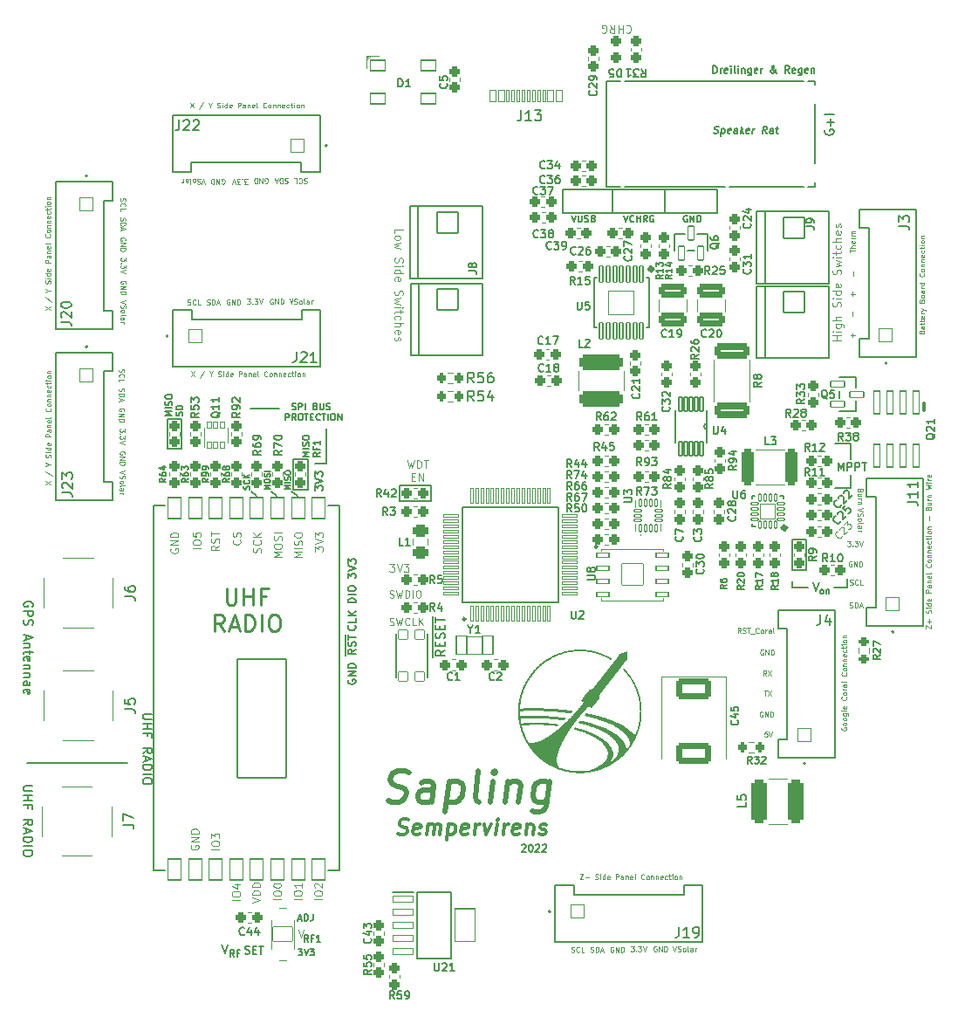
<source format=gto>
%TF.GenerationSoftware,KiCad,Pcbnew,(6.0.5)*%
%TF.CreationDate,2022-08-04T22:39:57-07:00*%
%TF.ProjectId,mainboard,6d61696e-626f-4617-9264-2e6b69636164,rev?*%
%TF.SameCoordinates,Original*%
%TF.FileFunction,Legend,Top*%
%TF.FilePolarity,Positive*%
%FSLAX46Y46*%
G04 Gerber Fmt 4.6, Leading zero omitted, Abs format (unit mm)*
G04 Created by KiCad (PCBNEW (6.0.5)) date 2022-08-04 22:39:57*
%MOMM*%
%LPD*%
G01*
G04 APERTURE LIST*
G04 Aperture macros list*
%AMRoundRect*
0 Rectangle with rounded corners*
0 $1 Rounding radius*
0 $2 $3 $4 $5 $6 $7 $8 $9 X,Y pos of 4 corners*
0 Add a 4 corners polygon primitive as box body*
4,1,4,$2,$3,$4,$5,$6,$7,$8,$9,$2,$3,0*
0 Add four circle primitives for the rounded corners*
1,1,$1+$1,$2,$3*
1,1,$1+$1,$4,$5*
1,1,$1+$1,$6,$7*
1,1,$1+$1,$8,$9*
0 Add four rect primitives between the rounded corners*
20,1,$1+$1,$2,$3,$4,$5,0*
20,1,$1+$1,$4,$5,$6,$7,0*
20,1,$1+$1,$6,$7,$8,$9,0*
20,1,$1+$1,$8,$9,$2,$3,0*%
%AMFreePoly0*
4,1,42,0.785921,0.985921,0.800800,0.950000,0.800800,-0.950000,0.785921,-0.985921,0.750000,-1.000800,0.000000,-1.000800,-0.012493,-0.995625,-0.095799,-0.994317,-0.107892,-0.992660,-0.270578,-0.949981,-0.281927,-0.945488,-0.429737,-0.865233,-0.439686,-0.858162,-0.564086,-0.744967,-0.572062,-0.735727,-0.665870,-0.596126,-0.671411,-0.585251,-0.729211,-0.427304,-0.731998,-0.415421,-0.749646,-0.255575,
-0.748541,-0.255453,-0.750800,-0.250000,-0.750800,0.250000,-0.750374,0.251027,-0.750455,0.251757,-0.750327,0.263961,-0.728373,0.430714,-0.725338,0.442536,-0.664242,0.599239,-0.658474,0.609996,-0.561763,0.747601,-0.553596,0.756672,-0.426853,0.867237,-0.416757,0.874098,-0.267299,0.951239,-0.255859,0.955493,-0.092315,0.994757,-0.080190,0.996160,-0.012063,0.995804,0.000000,1.000800,
0.750000,1.000800,0.785921,0.985921,0.785921,0.985921,$1*%
%AMFreePoly1*
4,1,41,0.012372,0.995676,0.087999,0.995279,0.100109,0.993750,0.263234,0.952776,0.274629,0.948401,0.423270,0.869699,0.433293,0.862733,0.558872,0.750847,0.566944,0.741691,0.662209,0.603080,0.667864,0.592263,0.727315,0.434929,0.730226,0.423076,0.750432,0.256103,0.750800,0.250000,0.750800,-0.250000,0.750797,-0.250534,0.750643,-0.265194,0.750139,-0.271818,0.726441,-0.438331,
0.723282,-0.450121,0.660549,-0.606176,0.654669,-0.616872,0.556522,-0.753457,0.548260,-0.762442,0.420366,-0.871674,0.410200,-0.878428,0.259943,-0.954000,0.248458,-0.958135,0.084511,-0.995683,0.072372,-0.996959,0.011580,-0.996004,0.000000,-1.000800,-0.750000,-1.000800,-0.785921,-0.985921,-0.800800,-0.950000,-0.800800,0.950000,-0.785921,0.985921,-0.750000,1.000800,0.000000,1.000800,
0.012372,0.995676,0.012372,0.995676,$1*%
G04 Aperture macros list end*
%ADD10C,0.127000*%
%ADD11C,0.121920*%
%ADD12C,0.200000*%
%ADD13C,0.177800*%
%ADD14C,0.251460*%
%ADD15C,0.100000*%
%ADD16C,0.152400*%
%ADD17C,0.300000*%
%ADD18C,0.500000*%
%ADD19C,0.150000*%
%ADD20C,0.120000*%
%ADD21C,0.381000*%
%ADD22C,0.250000*%
%ADD23C,0.203200*%
%ADD24C,0.190500*%
%ADD25RoundRect,0.250800X-0.200000X-0.275000X0.200000X-0.275000X0.200000X0.275000X-0.200000X0.275000X0*%
%ADD26RoundRect,0.250800X0.275000X-0.200000X0.275000X0.200000X-0.275000X0.200000X-0.275000X-0.200000X0*%
%ADD27RoundRect,0.300800X-1.400000X0.750000X-1.400000X-0.750000X1.400000X-0.750000X1.400000X0.750000X0*%
%ADD28RoundRect,0.269550X0.218750X0.256250X-0.218750X0.256250X-0.218750X-0.256250X0.218750X-0.256250X0*%
%ADD29RoundRect,0.269550X-0.256250X0.218750X-0.256250X-0.218750X0.256250X-0.218750X0.256250X0.218750X0*%
%ADD30RoundRect,0.269550X-0.218750X-0.256250X0.218750X-0.256250X0.218750X0.256250X-0.218750X0.256250X0*%
%ADD31RoundRect,0.269550X0.256250X-0.218750X0.256250X0.218750X-0.256250X0.218750X-0.256250X-0.218750X0*%
%ADD32RoundRect,0.063500X-0.152400X0.800100X-0.152400X-0.800100X0.152400X-0.800100X0.152400X0.800100X0*%
%ADD33RoundRect,0.063500X-1.230000X1.155000X-1.230000X-1.155000X1.230000X-1.155000X1.230000X1.155000X0*%
%ADD34RoundRect,0.063500X-0.660400X0.279400X-0.660400X-0.279400X0.660400X-0.279400X0.660400X0.279400X0*%
%ADD35RoundRect,0.050800X0.150000X0.737500X-0.150000X0.737500X-0.150000X-0.737500X0.150000X-0.737500X0*%
%ADD36RoundRect,0.050800X0.737500X-0.150000X0.737500X0.150000X-0.737500X0.150000X-0.737500X-0.150000X0*%
%ADD37RoundRect,0.050800X0.304800X1.104900X-0.304800X1.104900X-0.304800X-1.104900X0.304800X-1.104900X0*%
%ADD38RoundRect,0.300800X-0.312500X-1.450000X0.312500X-1.450000X0.312500X1.450000X-0.312500X1.450000X0*%
%ADD39O,1.801600X1.801600*%
%ADD40RoundRect,0.063500X-0.600000X-0.225000X0.600000X-0.225000X0.600000X0.225000X-0.600000X0.225000X0*%
%ADD41RoundRect,0.063500X1.050000X-1.050000X1.050000X1.050000X-1.050000X1.050000X-1.050000X-1.050000X0*%
%ADD42RoundRect,0.063500X-0.350000X0.125000X-0.350000X-0.125000X0.350000X-0.125000X0.350000X0.125000X0*%
%ADD43RoundRect,0.063500X0.125000X0.350000X-0.125000X0.350000X-0.125000X-0.350000X0.125000X-0.350000X0*%
%ADD44RoundRect,0.063500X0.350000X-0.125000X0.350000X0.125000X-0.350000X0.125000X-0.350000X-0.125000X0*%
%ADD45RoundRect,0.063500X-0.125000X-0.350000X0.125000X-0.350000X0.125000X0.350000X-0.125000X0.350000X0*%
%ADD46RoundRect,0.063500X0.725000X-0.725000X0.725000X0.725000X-0.725000X0.725000X-0.725000X-0.725000X0*%
%ADD47C,5.701600*%
%ADD48C,2.000000*%
%ADD49C,2.133600*%
%ADD50C,2.151600*%
%ADD51C,2.351600*%
%ADD52RoundRect,0.050800X0.750000X0.500000X-0.750000X0.500000X-0.750000X-0.500000X0.750000X-0.500000X0*%
%ADD53RoundRect,0.050800X-0.125000X-0.337500X0.125000X-0.337500X0.125000X0.337500X-0.125000X0.337500X0*%
%ADD54RoundRect,0.050800X-0.337500X0.125000X-0.337500X-0.125000X0.337500X-0.125000X0.337500X0.125000X0*%
%ADD55RoundRect,0.300800X-0.450000X0.325000X-0.450000X-0.325000X0.450000X-0.325000X0.450000X0.325000X0*%
%ADD56RoundRect,0.050800X0.500000X0.900000X-0.500000X0.900000X-0.500000X-0.900000X0.500000X-0.900000X0*%
%ADD57RoundRect,0.063500X-1.016000X1.016000X-1.016000X-1.016000X1.016000X-1.016000X1.016000X1.016000X0*%
%ADD58C,2.159000*%
%ADD59RoundRect,0.300800X-1.425000X0.425000X-1.425000X-0.425000X1.425000X-0.425000X1.425000X0.425000X0*%
%ADD60RoundRect,0.383800X-1.767000X0.417000X-1.767000X-0.417000X1.767000X-0.417000X1.767000X0.417000X0*%
%ADD61RoundRect,0.063500X-0.279400X-0.660400X0.279400X-0.660400X0.279400X0.660400X-0.279400X0.660400X0*%
%ADD62RoundRect,0.300800X1.075000X-0.375000X1.075000X0.375000X-1.075000X0.375000X-1.075000X-0.375000X0*%
%ADD63RoundRect,0.050800X-0.165100X0.675000X-0.165100X-0.675000X0.165100X-0.675000X0.165100X0.675000X0*%
%ADD64RoundRect,0.063500X-0.650000X1.000000X-0.650000X-1.000000X0.650000X-1.000000X0.650000X1.000000X0*%
%ADD65RoundRect,0.063500X-2.350000X5.750000X-2.350000X-5.750000X2.350000X-5.750000X2.350000X5.750000X0*%
%ADD66RoundRect,0.050800X0.450000X-0.450000X0.450000X0.450000X-0.450000X0.450000X-0.450000X-0.450000X0*%
%ADD67RoundRect,0.050800X0.200000X-0.325000X0.200000X0.325000X-0.200000X0.325000X-0.200000X-0.325000X0*%
%ADD68RoundRect,0.050800X1.000000X-0.325000X1.000000X0.325000X-1.000000X0.325000X-1.000000X-0.325000X0*%
%ADD69RoundRect,0.050800X-1.000000X-1.600000X1.000000X-1.600000X1.000000X1.600000X-1.000000X1.600000X0*%
%ADD70FreePoly0,270.000000*%
%ADD71RoundRect,0.050800X-0.950000X0.700000X-0.950000X-0.700000X0.950000X-0.700000X0.950000X0.700000X0*%
%ADD72FreePoly1,270.000000*%
%ADD73C,0.751600*%
%ADD74RoundRect,0.050800X0.300000X0.575000X-0.300000X0.575000X-0.300000X-0.575000X0.300000X-0.575000X0*%
%ADD75RoundRect,0.050800X0.150000X0.575000X-0.150000X0.575000X-0.150000X-0.575000X0.150000X-0.575000X0*%
%ADD76O,1.101600X2.201600*%
%ADD77O,1.101600X1.701600*%
%ADD78RoundRect,0.250800X0.200000X0.275000X-0.200000X0.275000X-0.200000X-0.275000X0.200000X-0.275000X0*%
%ADD79RoundRect,0.383800X0.417000X1.767000X-0.417000X1.767000X-0.417000X-1.767000X0.417000X-1.767000X0*%
%ADD80RoundRect,0.050800X-0.654000X0.654000X-0.654000X-0.654000X0.654000X-0.654000X0.654000X0.654000X0*%
%ADD81C,1.409600*%
%ADD82RoundRect,0.050800X0.654000X0.654000X-0.654000X0.654000X-0.654000X-0.654000X0.654000X-0.654000X0*%
%ADD83RoundRect,0.050800X0.654000X-0.654000X0.654000X0.654000X-0.654000X0.654000X-0.654000X-0.654000X0*%
%ADD84RoundRect,0.050800X-0.654000X-0.654000X0.654000X-0.654000X0.654000X0.654000X-0.654000X0.654000X0*%
%ADD85C,1.501600*%
G04 APERTURE END LIST*
D10*
X166116000Y-69088000D02*
X151130000Y-69088000D01*
X173355000Y-103060500D02*
X173355000Y-105981500D01*
X174752000Y-103060500D02*
X174752000Y-105981500D01*
X174752000Y-103060500D02*
X173355000Y-103060500D01*
X174752000Y-105981500D02*
X173355000Y-105981500D01*
X178689000Y-106870500D02*
X178689000Y-107696000D01*
X161036000Y-71374000D02*
X161036000Y-69088000D01*
X155956000Y-71374000D02*
X155956000Y-69088000D01*
X114137100Y-91338400D02*
X112740100Y-91338400D01*
X114137100Y-91338400D02*
X114137100Y-94259400D01*
X112740100Y-91338400D02*
X112740100Y-94259400D01*
X114137100Y-94259400D02*
X112740100Y-94259400D01*
X126365000Y-98171000D02*
X124968000Y-98171000D01*
X126365000Y-95250000D02*
X126365000Y-98171000D01*
X124968000Y-98171000D02*
X124968000Y-95250000D01*
X126365000Y-95250000D02*
X124968000Y-95250000D01*
X121424700Y-98767900D02*
X120865900Y-98336100D01*
X123355100Y-98767900D02*
X122796300Y-98336100D01*
X125336300Y-98767900D02*
X124777500Y-98336100D01*
X120840500Y-90360500D02*
X123634500Y-90360500D01*
X128206500Y-95694500D02*
X128206500Y-92265500D01*
X128206500Y-95694500D02*
X127063500Y-95694500D01*
X179070000Y-98044000D02*
X179070000Y-96774000D01*
X166116000Y-71374000D02*
X166116000Y-69088000D01*
X151130000Y-71374000D02*
X166116000Y-71374000D01*
X151130000Y-69088000D02*
X151130000Y-71374000D01*
X177482500Y-107696000D02*
X178689000Y-107696000D01*
X138303000Y-99314000D02*
X135255000Y-99314000D01*
X135255000Y-99314000D02*
X135255000Y-97790000D01*
X179070000Y-93726000D02*
X179070000Y-95250000D01*
X177546000Y-93726000D02*
X179070000Y-93726000D01*
X138303000Y-97790000D02*
X138303000Y-99314000D01*
X135255000Y-97790000D02*
X138303000Y-97790000D01*
X173355000Y-107696000D02*
X174879000Y-107696000D01*
X177546000Y-98044000D02*
X179070000Y-98044000D01*
X99125000Y-124750000D02*
X108875000Y-124750000D01*
X173355000Y-107124500D02*
X173355000Y-107696000D01*
D11*
X134321587Y-111311266D02*
X134423187Y-111345133D01*
X134592520Y-111345133D01*
X134660253Y-111311266D01*
X134694120Y-111277400D01*
X134727987Y-111209666D01*
X134727987Y-111141933D01*
X134694120Y-111074200D01*
X134660253Y-111040333D01*
X134592520Y-111006466D01*
X134457053Y-110972600D01*
X134389320Y-110938733D01*
X134355453Y-110904866D01*
X134321587Y-110837133D01*
X134321587Y-110769400D01*
X134355453Y-110701666D01*
X134389320Y-110667800D01*
X134457053Y-110633933D01*
X134626387Y-110633933D01*
X134727987Y-110667800D01*
X134965053Y-110633933D02*
X135134387Y-111345133D01*
X135269853Y-110837133D01*
X135405320Y-111345133D01*
X135574653Y-110633933D01*
X136251987Y-111277400D02*
X136218120Y-111311266D01*
X136116520Y-111345133D01*
X136048787Y-111345133D01*
X135947187Y-111311266D01*
X135879453Y-111243533D01*
X135845587Y-111175800D01*
X135811720Y-111040333D01*
X135811720Y-110938733D01*
X135845587Y-110803266D01*
X135879453Y-110735533D01*
X135947187Y-110667800D01*
X136048787Y-110633933D01*
X136116520Y-110633933D01*
X136218120Y-110667800D01*
X136251987Y-110701666D01*
X136895453Y-111345133D02*
X136556787Y-111345133D01*
X136556787Y-110633933D01*
X137132520Y-111345133D02*
X137132520Y-110633933D01*
X137538920Y-111345133D02*
X137234120Y-110938733D01*
X137538920Y-110633933D02*
X137132520Y-111040333D01*
X134296428Y-105400865D02*
X134774432Y-105400865D01*
X134517045Y-105695021D01*
X134627353Y-105695021D01*
X134700892Y-105731791D01*
X134737662Y-105768560D01*
X134774432Y-105842099D01*
X134774432Y-106025947D01*
X134737662Y-106099486D01*
X134700892Y-106136255D01*
X134627353Y-106173025D01*
X134406736Y-106173025D01*
X134333197Y-106136255D01*
X134296428Y-106099486D01*
X134995049Y-105400865D02*
X135252435Y-106173025D01*
X135509822Y-105400865D01*
X135693670Y-105400865D02*
X136171673Y-105400865D01*
X135914287Y-105695021D01*
X136024595Y-105695021D01*
X136098134Y-105731791D01*
X136134904Y-105768560D01*
X136171673Y-105842099D01*
X136171673Y-106025947D01*
X136134904Y-106099486D01*
X136098134Y-106136255D01*
X136024595Y-106173025D01*
X135803978Y-106173025D01*
X135730439Y-106136255D01*
X135693670Y-106099486D01*
X134321587Y-108644266D02*
X134423187Y-108678133D01*
X134592520Y-108678133D01*
X134660253Y-108644266D01*
X134694120Y-108610400D01*
X134727987Y-108542666D01*
X134727987Y-108474933D01*
X134694120Y-108407200D01*
X134660253Y-108373333D01*
X134592520Y-108339466D01*
X134457053Y-108305600D01*
X134389320Y-108271733D01*
X134355453Y-108237866D01*
X134321587Y-108170133D01*
X134321587Y-108102400D01*
X134355453Y-108034666D01*
X134389320Y-108000800D01*
X134457053Y-107966933D01*
X134626387Y-107966933D01*
X134727987Y-108000800D01*
X134965053Y-107966933D02*
X135134387Y-108678133D01*
X135269853Y-108170133D01*
X135405320Y-108678133D01*
X135574653Y-107966933D01*
X135845587Y-108678133D02*
X135845587Y-107966933D01*
X136014920Y-107966933D01*
X136116520Y-108000800D01*
X136184253Y-108068533D01*
X136218120Y-108136266D01*
X136251987Y-108271733D01*
X136251987Y-108373333D01*
X136218120Y-108508800D01*
X136184253Y-108576533D01*
X136116520Y-108644266D01*
X136014920Y-108678133D01*
X135845587Y-108678133D01*
X136556787Y-108678133D02*
X136556787Y-107966933D01*
X137030920Y-107966933D02*
X137166387Y-107966933D01*
X137234120Y-108000800D01*
X137301853Y-108068533D01*
X137335720Y-108204000D01*
X137335720Y-108441066D01*
X137301853Y-108576533D01*
X137234120Y-108644266D01*
X137166387Y-108678133D01*
X137030920Y-108678133D01*
X136963187Y-108644266D01*
X136895453Y-108576533D01*
X136861587Y-108441066D01*
X136861587Y-108204000D01*
X136895453Y-108068533D01*
X136963187Y-108000800D01*
X137030920Y-107966933D01*
D10*
X130302000Y-116632264D02*
X130265714Y-116704835D01*
X130265714Y-116813692D01*
X130302000Y-116922550D01*
X130374571Y-116995121D01*
X130447142Y-117031407D01*
X130592285Y-117067692D01*
X130701142Y-117067692D01*
X130846285Y-117031407D01*
X130918857Y-116995121D01*
X130991428Y-116922550D01*
X131027714Y-116813692D01*
X131027714Y-116741121D01*
X130991428Y-116632264D01*
X130955142Y-116595978D01*
X130701142Y-116595978D01*
X130701142Y-116741121D01*
X131027714Y-116269407D02*
X130265714Y-116269407D01*
X131027714Y-115833978D01*
X130265714Y-115833978D01*
X131027714Y-115471121D02*
X130265714Y-115471121D01*
X130265714Y-115289692D01*
X130302000Y-115180835D01*
X130374571Y-115108264D01*
X130447142Y-115071978D01*
X130592285Y-115035692D01*
X130701142Y-115035692D01*
X130846285Y-115071978D01*
X130918857Y-115108264D01*
X130991428Y-115180835D01*
X131027714Y-115289692D01*
X131027714Y-115471121D01*
D12*
X176560480Y-63304806D02*
X176518146Y-63389473D01*
X176518146Y-63516473D01*
X176560480Y-63643473D01*
X176645146Y-63728140D01*
X176729813Y-63770473D01*
X176899146Y-63812806D01*
X177026146Y-63812806D01*
X177195480Y-63770473D01*
X177280146Y-63728140D01*
X177364813Y-63643473D01*
X177407146Y-63516473D01*
X177407146Y-63431806D01*
X177364813Y-63304806D01*
X177322480Y-63262473D01*
X177026146Y-63262473D01*
X177026146Y-63431806D01*
X177068480Y-62881473D02*
X177068480Y-62204140D01*
X177407146Y-62542806D02*
X176729813Y-62542806D01*
X177407146Y-61780806D02*
X176518146Y-61780806D01*
D13*
X138517630Y-114500236D02*
X138517630Y-113611236D01*
X139657666Y-113780570D02*
X139234333Y-114076903D01*
X139657666Y-114288570D02*
X138768666Y-114288570D01*
X138768666Y-113949903D01*
X138811000Y-113865236D01*
X138853333Y-113822903D01*
X138938000Y-113780570D01*
X139065000Y-113780570D01*
X139149666Y-113822903D01*
X139192000Y-113865236D01*
X139234333Y-113949903D01*
X139234333Y-114288570D01*
X138517630Y-113611236D02*
X138517630Y-112806903D01*
X139192000Y-113399570D02*
X139192000Y-113103236D01*
X139657666Y-112976236D02*
X139657666Y-113399570D01*
X138768666Y-113399570D01*
X138768666Y-112976236D01*
X138517630Y-112806903D02*
X138517630Y-111960236D01*
X139615333Y-112637570D02*
X139657666Y-112510570D01*
X139657666Y-112298903D01*
X139615333Y-112214236D01*
X139573000Y-112171903D01*
X139488333Y-112129570D01*
X139403666Y-112129570D01*
X139319000Y-112171903D01*
X139276666Y-112214236D01*
X139234333Y-112298903D01*
X139192000Y-112468236D01*
X139149666Y-112552903D01*
X139107333Y-112595236D01*
X139022666Y-112637570D01*
X138938000Y-112637570D01*
X138853333Y-112595236D01*
X138811000Y-112552903D01*
X138768666Y-112468236D01*
X138768666Y-112256570D01*
X138811000Y-112129570D01*
X138517630Y-111960236D02*
X138517630Y-111155903D01*
X139192000Y-111748570D02*
X139192000Y-111452236D01*
X139657666Y-111325236D02*
X139657666Y-111748570D01*
X138768666Y-111748570D01*
X138768666Y-111325236D01*
X138517630Y-111155903D02*
X138517630Y-110478570D01*
X138768666Y-111071236D02*
X138768666Y-110563236D01*
X139657666Y-110817236D02*
X138768666Y-110817236D01*
D10*
X125469650Y-139832328D02*
X125772031Y-139832328D01*
X125409173Y-140013756D02*
X125620840Y-139378756D01*
X125832507Y-140013756D01*
X126044173Y-140013756D02*
X126044173Y-139378756D01*
X126195364Y-139378756D01*
X126286078Y-139408995D01*
X126346554Y-139469471D01*
X126376793Y-139529947D01*
X126407031Y-139650899D01*
X126407031Y-139741614D01*
X126376793Y-139862566D01*
X126346554Y-139923042D01*
X126286078Y-139983518D01*
X126195364Y-140013756D01*
X126044173Y-140013756D01*
X126860602Y-139378756D02*
X126860602Y-139832328D01*
X126830364Y-139923042D01*
X126769888Y-139983518D01*
X126679173Y-140013756D01*
X126618697Y-140013756D01*
D14*
X118487734Y-107759862D02*
X118487734Y-109049094D01*
X118563571Y-109200768D01*
X118639408Y-109276605D01*
X118791082Y-109352442D01*
X119094431Y-109352442D01*
X119246105Y-109276605D01*
X119321942Y-109200768D01*
X119397780Y-109049094D01*
X119397780Y-107759862D01*
X120156151Y-109352442D02*
X120156151Y-107759862D01*
X120156151Y-108518234D02*
X121066197Y-108518234D01*
X121066197Y-109352442D02*
X121066197Y-107759862D01*
X122355428Y-108518234D02*
X121824568Y-108518234D01*
X121824568Y-109352442D02*
X121824568Y-107759862D01*
X122582940Y-107759862D01*
X118260222Y-111916496D02*
X117729362Y-111158125D01*
X117350177Y-111916496D02*
X117350177Y-110323916D01*
X117956874Y-110323916D01*
X118108548Y-110399754D01*
X118184385Y-110475591D01*
X118260222Y-110627265D01*
X118260222Y-110854776D01*
X118184385Y-111006451D01*
X118108548Y-111082288D01*
X117956874Y-111158125D01*
X117350177Y-111158125D01*
X118866920Y-111461474D02*
X119625291Y-111461474D01*
X118715245Y-111916496D02*
X119246105Y-110323916D01*
X119776965Y-111916496D01*
X120307825Y-111916496D02*
X120307825Y-110323916D01*
X120687011Y-110323916D01*
X120914522Y-110399754D01*
X121066197Y-110551428D01*
X121142034Y-110703102D01*
X121217871Y-111006451D01*
X121217871Y-111233962D01*
X121142034Y-111537311D01*
X121066197Y-111688985D01*
X120914522Y-111840659D01*
X120687011Y-111916496D01*
X120307825Y-111916496D01*
X121900405Y-111916496D02*
X121900405Y-110323916D01*
X122962125Y-110323916D02*
X123265474Y-110323916D01*
X123417148Y-110399754D01*
X123568822Y-110551428D01*
X123644660Y-110854776D01*
X123644660Y-111385636D01*
X123568822Y-111688985D01*
X123417148Y-111840659D01*
X123265474Y-111916496D01*
X122962125Y-111916496D01*
X122810451Y-111840659D01*
X122658777Y-111688985D01*
X122582940Y-111385636D01*
X122582940Y-110854776D01*
X122658777Y-110551428D01*
X122810451Y-110399754D01*
X122962125Y-110323916D01*
D15*
X134810495Y-73324076D02*
X134810495Y-72943123D01*
X135610495Y-72943123D01*
X134810495Y-73705028D02*
X134848590Y-73628838D01*
X134886685Y-73590742D01*
X134962876Y-73552647D01*
X135191447Y-73552647D01*
X135267638Y-73590742D01*
X135305733Y-73628838D01*
X135343828Y-73705028D01*
X135343828Y-73819314D01*
X135305733Y-73895504D01*
X135267638Y-73933600D01*
X135191447Y-73971695D01*
X134962876Y-73971695D01*
X134886685Y-73933600D01*
X134848590Y-73895504D01*
X134810495Y-73819314D01*
X134810495Y-73705028D01*
X135343828Y-74238361D02*
X134810495Y-74390742D01*
X135191447Y-74543123D01*
X134810495Y-74695504D01*
X135343828Y-74847885D01*
X134848590Y-75724076D02*
X134810495Y-75838361D01*
X134810495Y-76028838D01*
X134848590Y-76105028D01*
X134886685Y-76143123D01*
X134962876Y-76181219D01*
X135039066Y-76181219D01*
X135115257Y-76143123D01*
X135153352Y-76105028D01*
X135191447Y-76028838D01*
X135229542Y-75876457D01*
X135267638Y-75800266D01*
X135305733Y-75762171D01*
X135381923Y-75724076D01*
X135458114Y-75724076D01*
X135534304Y-75762171D01*
X135572400Y-75800266D01*
X135610495Y-75876457D01*
X135610495Y-76066933D01*
X135572400Y-76181219D01*
X134810495Y-76524076D02*
X135343828Y-76524076D01*
X135610495Y-76524076D02*
X135572400Y-76485980D01*
X135534304Y-76524076D01*
X135572400Y-76562171D01*
X135610495Y-76524076D01*
X135534304Y-76524076D01*
X134810495Y-77247885D02*
X135610495Y-77247885D01*
X134848590Y-77247885D02*
X134810495Y-77171695D01*
X134810495Y-77019314D01*
X134848590Y-76943123D01*
X134886685Y-76905028D01*
X134962876Y-76866933D01*
X135191447Y-76866933D01*
X135267638Y-76905028D01*
X135305733Y-76943123D01*
X135343828Y-77019314D01*
X135343828Y-77171695D01*
X135305733Y-77247885D01*
X134848590Y-77933600D02*
X134810495Y-77857409D01*
X134810495Y-77705028D01*
X134848590Y-77628838D01*
X134924780Y-77590742D01*
X135229542Y-77590742D01*
X135305733Y-77628838D01*
X135343828Y-77705028D01*
X135343828Y-77857409D01*
X135305733Y-77933600D01*
X135229542Y-77971695D01*
X135153352Y-77971695D01*
X135077161Y-77590742D01*
X134848590Y-78885980D02*
X134810495Y-79000266D01*
X134810495Y-79190742D01*
X134848590Y-79266933D01*
X134886685Y-79305028D01*
X134962876Y-79343123D01*
X135039066Y-79343123D01*
X135115257Y-79305028D01*
X135153352Y-79266933D01*
X135191447Y-79190742D01*
X135229542Y-79038361D01*
X135267638Y-78962171D01*
X135305733Y-78924076D01*
X135381923Y-78885980D01*
X135458114Y-78885980D01*
X135534304Y-78924076D01*
X135572400Y-78962171D01*
X135610495Y-79038361D01*
X135610495Y-79228838D01*
X135572400Y-79343123D01*
X135343828Y-79609790D02*
X134810495Y-79762171D01*
X135191447Y-79914552D01*
X134810495Y-80066933D01*
X135343828Y-80219314D01*
X134810495Y-80524076D02*
X135343828Y-80524076D01*
X135610495Y-80524076D02*
X135572400Y-80485980D01*
X135534304Y-80524076D01*
X135572400Y-80562171D01*
X135610495Y-80524076D01*
X135534304Y-80524076D01*
X135343828Y-80790742D02*
X135343828Y-81095504D01*
X135610495Y-80905028D02*
X134924780Y-80905028D01*
X134848590Y-80943123D01*
X134810495Y-81019314D01*
X134810495Y-81095504D01*
X134848590Y-81705028D02*
X134810495Y-81628838D01*
X134810495Y-81476457D01*
X134848590Y-81400266D01*
X134886685Y-81362171D01*
X134962876Y-81324076D01*
X135191447Y-81324076D01*
X135267638Y-81362171D01*
X135305733Y-81400266D01*
X135343828Y-81476457D01*
X135343828Y-81628838D01*
X135305733Y-81705028D01*
X134810495Y-82047885D02*
X135610495Y-82047885D01*
X134810495Y-82390742D02*
X135229542Y-82390742D01*
X135305733Y-82352647D01*
X135343828Y-82276457D01*
X135343828Y-82162171D01*
X135305733Y-82085980D01*
X135267638Y-82047885D01*
X134848590Y-83076457D02*
X134810495Y-83000266D01*
X134810495Y-82847885D01*
X134848590Y-82771695D01*
X134924780Y-82733600D01*
X135229542Y-82733600D01*
X135305733Y-82771695D01*
X135343828Y-82847885D01*
X135343828Y-83000266D01*
X135305733Y-83076457D01*
X135229542Y-83114552D01*
X135153352Y-83114552D01*
X135077161Y-82733600D01*
X134848590Y-83419314D02*
X134810495Y-83495504D01*
X134810495Y-83647885D01*
X134848590Y-83724076D01*
X134924780Y-83762171D01*
X134962876Y-83762171D01*
X135039066Y-83724076D01*
X135077161Y-83647885D01*
X135077161Y-83533600D01*
X135115257Y-83457409D01*
X135191447Y-83419314D01*
X135229542Y-83419314D01*
X135305733Y-83457409D01*
X135343828Y-83533600D01*
X135343828Y-83647885D01*
X135305733Y-83724076D01*
D11*
X117792498Y-133093605D02*
X117030498Y-133093605D01*
X117030498Y-132585605D02*
X117030498Y-132440462D01*
X117066784Y-132367891D01*
X117139355Y-132295319D01*
X117284498Y-132259034D01*
X117538498Y-132259034D01*
X117683641Y-132295319D01*
X117756212Y-132367891D01*
X117792498Y-132440462D01*
X117792498Y-132585605D01*
X117756212Y-132658177D01*
X117683641Y-132730748D01*
X117538498Y-132767034D01*
X117284498Y-132767034D01*
X117139355Y-132730748D01*
X117066784Y-132658177D01*
X117030498Y-132585605D01*
X117030498Y-132005034D02*
X117030498Y-131533319D01*
X117320784Y-131787319D01*
X117320784Y-131678462D01*
X117357069Y-131605891D01*
X117393355Y-131569605D01*
X117465926Y-131533319D01*
X117647355Y-131533319D01*
X117719926Y-131569605D01*
X117756212Y-131605891D01*
X117792498Y-131678462D01*
X117792498Y-131896177D01*
X117756212Y-131968748D01*
X117719926Y-132005034D01*
X119788214Y-137992176D02*
X119026214Y-137992176D01*
X119026214Y-137484176D02*
X119026214Y-137339033D01*
X119062500Y-137266462D01*
X119135071Y-137193890D01*
X119280214Y-137157605D01*
X119534214Y-137157605D01*
X119679357Y-137193890D01*
X119751928Y-137266462D01*
X119788214Y-137339033D01*
X119788214Y-137484176D01*
X119751928Y-137556748D01*
X119679357Y-137629319D01*
X119534214Y-137665605D01*
X119280214Y-137665605D01*
X119135071Y-137629319D01*
X119062500Y-137556748D01*
X119026214Y-137484176D01*
X119280214Y-136504462D02*
X119788214Y-136504462D01*
X118989928Y-136685890D02*
X119534214Y-136867319D01*
X119534214Y-136395605D01*
X123790524Y-137915976D02*
X123028524Y-137915976D01*
X123028524Y-137407976D02*
X123028524Y-137262833D01*
X123064810Y-137190262D01*
X123137381Y-137117690D01*
X123282524Y-137081405D01*
X123536524Y-137081405D01*
X123681667Y-137117690D01*
X123754238Y-137190262D01*
X123790524Y-137262833D01*
X123790524Y-137407976D01*
X123754238Y-137480548D01*
X123681667Y-137553119D01*
X123536524Y-137589405D01*
X123282524Y-137589405D01*
X123137381Y-137553119D01*
X123064810Y-137480548D01*
X123028524Y-137407976D01*
X123028524Y-136609690D02*
X123028524Y-136537119D01*
X123064810Y-136464548D01*
X123101095Y-136428262D01*
X123173667Y-136391976D01*
X123318810Y-136355690D01*
X123500238Y-136355690D01*
X123645381Y-136391976D01*
X123717952Y-136428262D01*
X123754238Y-136464548D01*
X123790524Y-136537119D01*
X123790524Y-136609690D01*
X123754238Y-136682262D01*
X123717952Y-136718548D01*
X123645381Y-136754833D01*
X123500238Y-136791119D01*
X123318810Y-136791119D01*
X123173667Y-136754833D01*
X123101095Y-136718548D01*
X123064810Y-136682262D01*
X123028524Y-136609690D01*
X125789866Y-137915976D02*
X125027866Y-137915976D01*
X125027866Y-137407976D02*
X125027866Y-137262833D01*
X125064152Y-137190262D01*
X125136723Y-137117690D01*
X125281866Y-137081405D01*
X125535866Y-137081405D01*
X125681009Y-137117690D01*
X125753580Y-137190262D01*
X125789866Y-137262833D01*
X125789866Y-137407976D01*
X125753580Y-137480548D01*
X125681009Y-137553119D01*
X125535866Y-137589405D01*
X125281866Y-137589405D01*
X125136723Y-137553119D01*
X125064152Y-137480548D01*
X125027866Y-137407976D01*
X125789866Y-136355690D02*
X125789866Y-136791119D01*
X125789866Y-136573405D02*
X125027866Y-136573405D01*
X125136723Y-136645976D01*
X125209294Y-136718548D01*
X125245580Y-136791119D01*
X127789214Y-137915976D02*
X127027214Y-137915976D01*
X127027214Y-137407976D02*
X127027214Y-137262833D01*
X127063500Y-137190262D01*
X127136071Y-137117690D01*
X127281214Y-137081405D01*
X127535214Y-137081405D01*
X127680357Y-137117690D01*
X127752928Y-137190262D01*
X127789214Y-137262833D01*
X127789214Y-137407976D01*
X127752928Y-137480548D01*
X127680357Y-137553119D01*
X127535214Y-137589405D01*
X127281214Y-137589405D01*
X127136071Y-137553119D01*
X127063500Y-137480548D01*
X127027214Y-137407976D01*
X127099785Y-136791119D02*
X127063500Y-136754833D01*
X127027214Y-136682262D01*
X127027214Y-136500833D01*
X127063500Y-136428262D01*
X127099785Y-136391976D01*
X127172357Y-136355690D01*
X127244928Y-136355690D01*
X127353785Y-136391976D01*
X127789214Y-136827405D01*
X127789214Y-136355690D01*
X115983656Y-103892676D02*
X115221656Y-103892676D01*
X115221656Y-103384676D02*
X115221656Y-103239533D01*
X115257942Y-103166962D01*
X115330513Y-103094390D01*
X115475656Y-103058105D01*
X115729656Y-103058105D01*
X115874799Y-103094390D01*
X115947370Y-103166962D01*
X115983656Y-103239533D01*
X115983656Y-103384676D01*
X115947370Y-103457248D01*
X115874799Y-103529819D01*
X115729656Y-103566105D01*
X115475656Y-103566105D01*
X115330513Y-103529819D01*
X115257942Y-103457248D01*
X115221656Y-103384676D01*
X115221656Y-102368676D02*
X115221656Y-102731533D01*
X115584513Y-102767819D01*
X115548227Y-102731533D01*
X115511942Y-102658962D01*
X115511942Y-102477533D01*
X115548227Y-102404962D01*
X115584513Y-102368676D01*
X115657084Y-102332390D01*
X115838513Y-102332390D01*
X115911084Y-102368676D01*
X115947370Y-102404962D01*
X115983656Y-102477533D01*
X115983656Y-102658962D01*
X115947370Y-102731533D01*
X115911084Y-102767819D01*
X119779142Y-103058105D02*
X119815428Y-103094390D01*
X119851714Y-103203248D01*
X119851714Y-103275819D01*
X119815428Y-103384676D01*
X119742857Y-103457248D01*
X119670285Y-103493533D01*
X119525142Y-103529819D01*
X119416285Y-103529819D01*
X119271142Y-103493533D01*
X119198571Y-103457248D01*
X119126000Y-103384676D01*
X119089714Y-103275819D01*
X119089714Y-103203248D01*
X119126000Y-103094390D01*
X119162285Y-103058105D01*
X119815428Y-102767819D02*
X119851714Y-102658962D01*
X119851714Y-102477533D01*
X119815428Y-102404962D01*
X119779142Y-102368676D01*
X119706571Y-102332390D01*
X119634000Y-102332390D01*
X119561428Y-102368676D01*
X119525142Y-102404962D01*
X119488857Y-102477533D01*
X119452571Y-102622676D01*
X119416285Y-102695248D01*
X119380000Y-102731533D01*
X119307428Y-102767819D01*
X119234857Y-102767819D01*
X119162285Y-102731533D01*
X119126000Y-102695248D01*
X119089714Y-102622676D01*
X119089714Y-102441248D01*
X119126000Y-102332390D01*
X125820714Y-104763533D02*
X125058714Y-104763533D01*
X125603000Y-104509533D01*
X125058714Y-104255533D01*
X125820714Y-104255533D01*
X125820714Y-103892676D02*
X125058714Y-103892676D01*
X125784428Y-103566105D02*
X125820714Y-103457248D01*
X125820714Y-103275819D01*
X125784428Y-103203248D01*
X125748142Y-103166962D01*
X125675571Y-103130676D01*
X125603000Y-103130676D01*
X125530428Y-103166962D01*
X125494142Y-103203248D01*
X125457857Y-103275819D01*
X125421571Y-103420962D01*
X125385285Y-103493533D01*
X125349000Y-103529819D01*
X125276428Y-103566105D01*
X125203857Y-103566105D01*
X125131285Y-103529819D01*
X125095000Y-103493533D01*
X125058714Y-103420962D01*
X125058714Y-103239533D01*
X125095000Y-103130676D01*
X125058714Y-102658962D02*
X125058714Y-102513819D01*
X125095000Y-102441248D01*
X125167571Y-102368676D01*
X125312714Y-102332390D01*
X125566714Y-102332390D01*
X125711857Y-102368676D01*
X125784428Y-102441248D01*
X125820714Y-102513819D01*
X125820714Y-102658962D01*
X125784428Y-102731533D01*
X125711857Y-102804105D01*
X125566714Y-102840390D01*
X125312714Y-102840390D01*
X125167571Y-102804105D01*
X125095000Y-102731533D01*
X125058714Y-102658962D01*
X117756214Y-103638676D02*
X117393357Y-103892676D01*
X117756214Y-104074105D02*
X116994214Y-104074105D01*
X116994214Y-103783819D01*
X117030500Y-103711248D01*
X117066785Y-103674962D01*
X117139357Y-103638676D01*
X117248214Y-103638676D01*
X117320785Y-103674962D01*
X117357071Y-103711248D01*
X117393357Y-103783819D01*
X117393357Y-104074105D01*
X117719928Y-103348390D02*
X117756214Y-103239533D01*
X117756214Y-103058105D01*
X117719928Y-102985533D01*
X117683642Y-102949248D01*
X117611071Y-102912962D01*
X117538500Y-102912962D01*
X117465928Y-102949248D01*
X117429642Y-102985533D01*
X117393357Y-103058105D01*
X117357071Y-103203248D01*
X117320785Y-103275819D01*
X117284500Y-103312105D01*
X117211928Y-103348390D01*
X117139357Y-103348390D01*
X117066785Y-103312105D01*
X117030500Y-103275819D01*
X116994214Y-103203248D01*
X116994214Y-103021819D01*
X117030500Y-102912962D01*
X116994214Y-102695248D02*
X116994214Y-102259819D01*
X117756214Y-102477533D02*
X116994214Y-102477533D01*
X123852214Y-104763533D02*
X123090214Y-104763533D01*
X123634500Y-104509533D01*
X123090214Y-104255533D01*
X123852214Y-104255533D01*
X123090214Y-103747533D02*
X123090214Y-103602390D01*
X123126500Y-103529819D01*
X123199071Y-103457248D01*
X123344214Y-103420962D01*
X123598214Y-103420962D01*
X123743357Y-103457248D01*
X123815928Y-103529819D01*
X123852214Y-103602390D01*
X123852214Y-103747533D01*
X123815928Y-103820105D01*
X123743357Y-103892676D01*
X123598214Y-103928962D01*
X123344214Y-103928962D01*
X123199071Y-103892676D01*
X123126500Y-103820105D01*
X123090214Y-103747533D01*
X123815928Y-103130676D02*
X123852214Y-103021819D01*
X123852214Y-102840390D01*
X123815928Y-102767819D01*
X123779642Y-102731533D01*
X123707071Y-102695248D01*
X123634500Y-102695248D01*
X123561928Y-102731533D01*
X123525642Y-102767819D01*
X123489357Y-102840390D01*
X123453071Y-102985533D01*
X123416785Y-103058105D01*
X123380500Y-103094390D01*
X123307928Y-103130676D01*
X123235357Y-103130676D01*
X123162785Y-103094390D01*
X123126500Y-103058105D01*
X123090214Y-102985533D01*
X123090214Y-102804105D01*
X123126500Y-102695248D01*
X123852214Y-102368676D02*
X123090214Y-102368676D01*
X121783928Y-104291819D02*
X121820214Y-104182962D01*
X121820214Y-104001533D01*
X121783928Y-103928962D01*
X121747642Y-103892676D01*
X121675071Y-103856390D01*
X121602500Y-103856390D01*
X121529928Y-103892676D01*
X121493642Y-103928962D01*
X121457357Y-104001533D01*
X121421071Y-104146676D01*
X121384785Y-104219248D01*
X121348500Y-104255533D01*
X121275928Y-104291819D01*
X121203357Y-104291819D01*
X121130785Y-104255533D01*
X121094500Y-104219248D01*
X121058214Y-104146676D01*
X121058214Y-103965248D01*
X121094500Y-103856390D01*
X121747642Y-103094390D02*
X121783928Y-103130676D01*
X121820214Y-103239533D01*
X121820214Y-103312105D01*
X121783928Y-103420962D01*
X121711357Y-103493533D01*
X121638785Y-103529819D01*
X121493642Y-103566105D01*
X121384785Y-103566105D01*
X121239642Y-103529819D01*
X121167071Y-103493533D01*
X121094500Y-103420962D01*
X121058214Y-103312105D01*
X121058214Y-103239533D01*
X121094500Y-103130676D01*
X121130785Y-103094390D01*
X121820214Y-102767819D02*
X121058214Y-102767819D01*
X121820214Y-102332390D02*
X121384785Y-102658962D01*
X121058214Y-102332390D02*
X121493642Y-102767819D01*
X157265575Y-53196308D02*
X157302345Y-53159539D01*
X157412653Y-53122769D01*
X157486192Y-53122769D01*
X157596501Y-53159539D01*
X157670040Y-53233078D01*
X157706809Y-53306617D01*
X157743579Y-53453695D01*
X157743579Y-53564003D01*
X157706809Y-53711081D01*
X157670040Y-53784620D01*
X157596501Y-53858160D01*
X157486192Y-53894929D01*
X157412653Y-53894929D01*
X157302345Y-53858160D01*
X157265575Y-53821390D01*
X156934649Y-53122769D02*
X156934649Y-53894929D01*
X156934649Y-53527234D02*
X156493415Y-53527234D01*
X156493415Y-53122769D02*
X156493415Y-53894929D01*
X155684486Y-53122769D02*
X155941872Y-53490464D01*
X156125720Y-53122769D02*
X156125720Y-53894929D01*
X155831564Y-53894929D01*
X155758025Y-53858160D01*
X155721255Y-53821390D01*
X155684486Y-53747851D01*
X155684486Y-53637542D01*
X155721255Y-53564003D01*
X155758025Y-53527234D01*
X155831564Y-53490464D01*
X156125720Y-53490464D01*
X154949095Y-53858160D02*
X155022634Y-53894929D01*
X155132943Y-53894929D01*
X155243251Y-53858160D01*
X155316790Y-53784620D01*
X155353560Y-53711081D01*
X155390329Y-53564003D01*
X155390329Y-53453695D01*
X155353560Y-53306617D01*
X155316790Y-53233078D01*
X155243251Y-53159539D01*
X155132943Y-53122769D01*
X155059404Y-53122769D01*
X154949095Y-53159539D01*
X154912326Y-53196308D01*
X154912326Y-53453695D01*
X155059404Y-53453695D01*
D10*
X99673833Y-126932450D02*
X98954166Y-126932450D01*
X98869500Y-126974783D01*
X98827166Y-127017116D01*
X98784833Y-127101783D01*
X98784833Y-127271116D01*
X98827166Y-127355783D01*
X98869500Y-127398116D01*
X98954166Y-127440450D01*
X99673833Y-127440450D01*
X98784833Y-127863783D02*
X99673833Y-127863783D01*
X99250500Y-127863783D02*
X99250500Y-128371783D01*
X98784833Y-128371783D02*
X99673833Y-128371783D01*
X99250500Y-129091450D02*
X99250500Y-128795116D01*
X98784833Y-128795116D02*
X99673833Y-128795116D01*
X99673833Y-129218450D01*
X98784833Y-130742450D02*
X99208166Y-130446116D01*
X98784833Y-130234450D02*
X99673833Y-130234450D01*
X99673833Y-130573116D01*
X99631500Y-130657783D01*
X99589166Y-130700116D01*
X99504500Y-130742450D01*
X99377500Y-130742450D01*
X99292833Y-130700116D01*
X99250500Y-130657783D01*
X99208166Y-130573116D01*
X99208166Y-130234450D01*
X99038833Y-131081116D02*
X99038833Y-131504450D01*
X98784833Y-130996450D02*
X99673833Y-131292783D01*
X98784833Y-131589116D01*
X98784833Y-131885450D02*
X99673833Y-131885450D01*
X99673833Y-132097116D01*
X99631500Y-132224116D01*
X99546833Y-132308783D01*
X99462166Y-132351116D01*
X99292833Y-132393450D01*
X99165833Y-132393450D01*
X98996500Y-132351116D01*
X98911833Y-132308783D01*
X98827166Y-132224116D01*
X98784833Y-132097116D01*
X98784833Y-131885450D01*
X98784833Y-132774450D02*
X99673833Y-132774450D01*
X99673833Y-133367116D02*
X99673833Y-133536450D01*
X99631500Y-133621116D01*
X99546833Y-133705783D01*
X99377500Y-133748116D01*
X99081166Y-133748116D01*
X98911833Y-133705783D01*
X98827166Y-133621116D01*
X98784833Y-133536450D01*
X98784833Y-133367116D01*
X98827166Y-133282450D01*
X98911833Y-133197783D01*
X99081166Y-133155450D01*
X99377500Y-133155450D01*
X99546833Y-133197783D01*
X99631500Y-133282450D01*
X99673833Y-133367116D01*
D11*
X125437779Y-140915934D02*
X125691779Y-141677934D01*
X125945779Y-140915934D01*
X136021838Y-95356892D02*
X136205685Y-96129052D01*
X136352763Y-95577509D01*
X136499841Y-96129052D01*
X136683689Y-95356892D01*
X136977845Y-96129052D02*
X136977845Y-95356892D01*
X137161693Y-95356892D01*
X137272001Y-95393662D01*
X137345540Y-95467201D01*
X137382310Y-95540740D01*
X137419080Y-95687818D01*
X137419080Y-95798126D01*
X137382310Y-95945204D01*
X137345540Y-96018743D01*
X137272001Y-96092282D01*
X137161693Y-96129052D01*
X136977845Y-96129052D01*
X137639697Y-95356892D02*
X138080931Y-95356892D01*
X137860314Y-96129052D02*
X137860314Y-95356892D01*
X136463072Y-96967765D02*
X136720459Y-96967765D01*
X136830767Y-97372230D02*
X136463072Y-97372230D01*
X136463072Y-96600070D01*
X136830767Y-96600070D01*
X137161693Y-97372230D02*
X137161693Y-96600070D01*
X137602927Y-97372230D01*
X137602927Y-96600070D01*
D10*
X177873478Y-96356714D02*
X177873478Y-95594714D01*
X178127478Y-96139000D01*
X178381478Y-95594714D01*
X178381478Y-96356714D01*
X178744335Y-96356714D02*
X178744335Y-95594714D01*
X179034621Y-95594714D01*
X179107192Y-95631000D01*
X179143478Y-95667285D01*
X179179764Y-95739857D01*
X179179764Y-95848714D01*
X179143478Y-95921285D01*
X179107192Y-95957571D01*
X179034621Y-95993857D01*
X178744335Y-95993857D01*
X179506335Y-96356714D02*
X179506335Y-95594714D01*
X179796621Y-95594714D01*
X179869192Y-95631000D01*
X179905478Y-95667285D01*
X179941764Y-95739857D01*
X179941764Y-95848714D01*
X179905478Y-95921285D01*
X179869192Y-95957571D01*
X179796621Y-95993857D01*
X179506335Y-95993857D01*
X180159478Y-95594714D02*
X180594907Y-95594714D01*
X180377192Y-96356714D02*
X180377192Y-95594714D01*
X163189859Y-71628000D02*
X163129383Y-71597761D01*
X163038669Y-71597761D01*
X162947954Y-71628000D01*
X162887478Y-71688476D01*
X162857240Y-71748952D01*
X162827002Y-71869904D01*
X162827002Y-71960619D01*
X162857240Y-72081571D01*
X162887478Y-72142047D01*
X162947954Y-72202523D01*
X163038669Y-72232761D01*
X163099145Y-72232761D01*
X163189859Y-72202523D01*
X163220097Y-72172285D01*
X163220097Y-71960619D01*
X163099145Y-71960619D01*
X163492240Y-72232761D02*
X163492240Y-71597761D01*
X163855097Y-72232761D01*
X163855097Y-71597761D01*
X164157478Y-72232761D02*
X164157478Y-71597761D01*
X164308669Y-71597761D01*
X164399383Y-71628000D01*
X164459859Y-71688476D01*
X164490097Y-71748952D01*
X164520335Y-71869904D01*
X164520335Y-71960619D01*
X164490097Y-72081571D01*
X164459859Y-72142047D01*
X164399383Y-72202523D01*
X164308669Y-72232761D01*
X164157478Y-72232761D01*
X157018264Y-71597761D02*
X157229930Y-72232761D01*
X157441597Y-71597761D01*
X158016121Y-72172285D02*
X157985883Y-72202523D01*
X157895168Y-72232761D01*
X157834692Y-72232761D01*
X157743978Y-72202523D01*
X157683502Y-72142047D01*
X157653264Y-72081571D01*
X157623026Y-71960619D01*
X157623026Y-71869904D01*
X157653264Y-71748952D01*
X157683502Y-71688476D01*
X157743978Y-71628000D01*
X157834692Y-71597761D01*
X157895168Y-71597761D01*
X157985883Y-71628000D01*
X158016121Y-71658238D01*
X158288264Y-72232761D02*
X158288264Y-71597761D01*
X158288264Y-71900142D02*
X158651121Y-71900142D01*
X158651121Y-72232761D02*
X158651121Y-71597761D01*
X159316359Y-72232761D02*
X159104692Y-71930380D01*
X158953502Y-72232761D02*
X158953502Y-71597761D01*
X159195407Y-71597761D01*
X159255883Y-71628000D01*
X159286121Y-71658238D01*
X159316359Y-71718714D01*
X159316359Y-71809428D01*
X159286121Y-71869904D01*
X159255883Y-71900142D01*
X159195407Y-71930380D01*
X158953502Y-71930380D01*
X159921121Y-71628000D02*
X159860645Y-71597761D01*
X159769930Y-71597761D01*
X159679216Y-71628000D01*
X159618740Y-71688476D01*
X159588502Y-71748952D01*
X159558264Y-71869904D01*
X159558264Y-71960619D01*
X159588502Y-72081571D01*
X159618740Y-72142047D01*
X159679216Y-72202523D01*
X159769930Y-72232761D01*
X159830407Y-72232761D01*
X159921121Y-72202523D01*
X159951359Y-72172285D01*
X159951359Y-71960619D01*
X159830407Y-71960619D01*
X151971526Y-71597761D02*
X152183192Y-72232761D01*
X152394859Y-71597761D01*
X152606526Y-71597761D02*
X152606526Y-72111809D01*
X152636764Y-72172285D01*
X152667002Y-72202523D01*
X152727478Y-72232761D01*
X152848430Y-72232761D01*
X152908907Y-72202523D01*
X152939145Y-72172285D01*
X152969383Y-72111809D01*
X152969383Y-71597761D01*
X153241526Y-72202523D02*
X153332240Y-72232761D01*
X153483430Y-72232761D01*
X153543907Y-72202523D01*
X153574145Y-72172285D01*
X153604383Y-72111809D01*
X153604383Y-72051333D01*
X153574145Y-71990857D01*
X153543907Y-71960619D01*
X153483430Y-71930380D01*
X153362478Y-71900142D01*
X153302002Y-71869904D01*
X153271764Y-71839666D01*
X153241526Y-71779190D01*
X153241526Y-71718714D01*
X153271764Y-71658238D01*
X153302002Y-71628000D01*
X153362478Y-71597761D01*
X153513669Y-71597761D01*
X153604383Y-71628000D01*
X154088192Y-71900142D02*
X154178907Y-71930380D01*
X154209145Y-71960619D01*
X154239383Y-72021095D01*
X154239383Y-72111809D01*
X154209145Y-72172285D01*
X154178907Y-72202523D01*
X154118430Y-72232761D01*
X153876526Y-72232761D01*
X153876526Y-71597761D01*
X154088192Y-71597761D01*
X154148669Y-71628000D01*
X154178907Y-71658238D01*
X154209145Y-71718714D01*
X154209145Y-71779190D01*
X154178907Y-71839666D01*
X154148669Y-71869904D01*
X154088192Y-71900142D01*
X153876526Y-71900142D01*
D11*
X120994714Y-138264319D02*
X121756714Y-138010319D01*
X120994714Y-137756319D01*
X121756714Y-137502319D02*
X120994714Y-137502319D01*
X120994714Y-137320890D01*
X121031000Y-137212033D01*
X121103571Y-137139462D01*
X121176142Y-137103176D01*
X121321285Y-137066890D01*
X121430142Y-137066890D01*
X121575285Y-137103176D01*
X121647857Y-137139462D01*
X121720428Y-137212033D01*
X121756714Y-137320890D01*
X121756714Y-137502319D01*
X121756714Y-136740319D02*
X120994714Y-136740319D01*
X120994714Y-136558890D01*
X121031000Y-136450033D01*
X121103571Y-136377462D01*
X121176142Y-136341176D01*
X121321285Y-136304890D01*
X121430142Y-136304890D01*
X121575285Y-136341176D01*
X121647857Y-136377462D01*
X121720428Y-136450033D01*
X121756714Y-136558890D01*
X121756714Y-136740319D01*
X115062000Y-132694462D02*
X115025714Y-132767033D01*
X115025714Y-132875890D01*
X115062000Y-132984748D01*
X115134571Y-133057319D01*
X115207142Y-133093605D01*
X115352285Y-133129890D01*
X115461142Y-133129890D01*
X115606285Y-133093605D01*
X115678857Y-133057319D01*
X115751428Y-132984748D01*
X115787714Y-132875890D01*
X115787714Y-132803319D01*
X115751428Y-132694462D01*
X115715142Y-132658176D01*
X115461142Y-132658176D01*
X115461142Y-132803319D01*
X115787714Y-132331605D02*
X115025714Y-132331605D01*
X115787714Y-131896176D01*
X115025714Y-131896176D01*
X115787714Y-131533319D02*
X115025714Y-131533319D01*
X115025714Y-131351890D01*
X115062000Y-131243033D01*
X115134571Y-131170462D01*
X115207142Y-131134176D01*
X115352285Y-131097890D01*
X115461142Y-131097890D01*
X115606285Y-131134176D01*
X115678857Y-131170462D01*
X115751428Y-131243033D01*
X115787714Y-131351890D01*
X115787714Y-131533319D01*
D10*
X125439412Y-142728756D02*
X125832508Y-142728756D01*
X125620841Y-142970661D01*
X125711555Y-142970661D01*
X125772031Y-143000899D01*
X125802269Y-143031137D01*
X125832508Y-143091614D01*
X125832508Y-143242804D01*
X125802269Y-143303280D01*
X125772031Y-143333518D01*
X125711555Y-143363756D01*
X125530127Y-143363756D01*
X125469650Y-143333518D01*
X125439412Y-143303280D01*
X126013936Y-142728756D02*
X126225603Y-143363756D01*
X126437269Y-142728756D01*
X126588460Y-142728756D02*
X126981555Y-142728756D01*
X126769888Y-142970661D01*
X126860603Y-142970661D01*
X126921079Y-143000899D01*
X126951317Y-143031137D01*
X126981555Y-143091614D01*
X126981555Y-143242804D01*
X126951317Y-143303280D01*
X126921079Y-143333518D01*
X126860603Y-143363756D01*
X126679174Y-143363756D01*
X126618698Y-143333518D01*
X126588460Y-143303280D01*
D16*
X118026333Y-142318666D02*
X118322666Y-143207666D01*
X118619000Y-142318666D01*
D10*
X119229204Y-143473761D02*
X119017538Y-143171380D01*
X118866347Y-143473761D02*
X118866347Y-142838761D01*
X119108252Y-142838761D01*
X119168728Y-142869000D01*
X119198966Y-142899238D01*
X119229204Y-142959714D01*
X119229204Y-143050428D01*
X119198966Y-143110904D01*
X119168728Y-143141142D01*
X119108252Y-143171380D01*
X118866347Y-143171380D01*
X119713014Y-143141142D02*
X119501347Y-143141142D01*
X119501347Y-143473761D02*
X119501347Y-142838761D01*
X119803728Y-142838761D01*
X176197380Y-108300761D02*
X176136904Y-108270523D01*
X176106666Y-108240285D01*
X176076428Y-108179809D01*
X176076428Y-107998380D01*
X176106666Y-107937904D01*
X176136904Y-107907666D01*
X176197380Y-107877428D01*
X176288095Y-107877428D01*
X176348571Y-107907666D01*
X176378809Y-107937904D01*
X176409047Y-107998380D01*
X176409047Y-108179809D01*
X176378809Y-108240285D01*
X176348571Y-108270523D01*
X176288095Y-108300761D01*
X176197380Y-108300761D01*
X176681190Y-107877428D02*
X176681190Y-108300761D01*
X176681190Y-107937904D02*
X176711428Y-107907666D01*
X176771904Y-107877428D01*
X176862619Y-107877428D01*
X176923095Y-107907666D01*
X176953333Y-107968142D01*
X176953333Y-108300761D01*
D16*
X175378533Y-107171066D02*
X175674866Y-108060066D01*
X175971200Y-107171066D01*
D10*
X130050540Y-114291835D02*
X130050540Y-113529835D01*
X131027714Y-113674978D02*
X130664857Y-113928978D01*
X131027714Y-114110407D02*
X130265714Y-114110407D01*
X130265714Y-113820121D01*
X130302000Y-113747550D01*
X130338285Y-113711264D01*
X130410857Y-113674978D01*
X130519714Y-113674978D01*
X130592285Y-113711264D01*
X130628571Y-113747550D01*
X130664857Y-113820121D01*
X130664857Y-114110407D01*
X130050540Y-113529835D02*
X130050540Y-112804121D01*
X130991428Y-113384692D02*
X131027714Y-113275835D01*
X131027714Y-113094407D01*
X130991428Y-113021835D01*
X130955142Y-112985550D01*
X130882571Y-112949264D01*
X130810000Y-112949264D01*
X130737428Y-112985550D01*
X130701142Y-113021835D01*
X130664857Y-113094407D01*
X130628571Y-113239550D01*
X130592285Y-113312121D01*
X130556000Y-113348407D01*
X130483428Y-113384692D01*
X130410857Y-113384692D01*
X130338285Y-113348407D01*
X130302000Y-113312121D01*
X130265714Y-113239550D01*
X130265714Y-113058121D01*
X130302000Y-112949264D01*
X130050540Y-112804121D02*
X130050540Y-112223550D01*
X130265714Y-112731550D02*
X130265714Y-112296121D01*
X131027714Y-112513835D02*
X130265714Y-112513835D01*
X113183911Y-91015759D02*
X112548911Y-91015759D01*
X113002483Y-90804092D01*
X112548911Y-90592426D01*
X113183911Y-90592426D01*
X113183911Y-90290045D02*
X112548911Y-90290045D01*
X113153673Y-90017902D02*
X113183911Y-89927188D01*
X113183911Y-89775997D01*
X113153673Y-89715521D01*
X113123435Y-89685283D01*
X113062959Y-89655045D01*
X113002483Y-89655045D01*
X112942007Y-89685283D01*
X112911769Y-89715521D01*
X112881530Y-89775997D01*
X112851292Y-89896950D01*
X112821054Y-89957426D01*
X112790816Y-89987664D01*
X112730340Y-90017902D01*
X112669864Y-90017902D01*
X112609388Y-89987664D01*
X112579150Y-89957426D01*
X112548911Y-89896950D01*
X112548911Y-89745759D01*
X112579150Y-89655045D01*
X112548911Y-89261950D02*
X112548911Y-89140997D01*
X112579150Y-89080521D01*
X112639626Y-89020045D01*
X112760578Y-88989807D01*
X112972245Y-88989807D01*
X113093197Y-89020045D01*
X113153673Y-89080521D01*
X113183911Y-89140997D01*
X113183911Y-89261950D01*
X113153673Y-89322426D01*
X113093197Y-89382902D01*
X112972245Y-89413140D01*
X112760578Y-89413140D01*
X112639626Y-89382902D01*
X112579150Y-89322426D01*
X112548911Y-89261950D01*
X114176023Y-91045997D02*
X114206261Y-90955283D01*
X114206261Y-90804092D01*
X114176023Y-90743616D01*
X114145785Y-90713378D01*
X114085309Y-90683140D01*
X114024833Y-90683140D01*
X113964357Y-90713378D01*
X113934119Y-90743616D01*
X113903880Y-90804092D01*
X113873642Y-90925045D01*
X113843404Y-90985521D01*
X113813166Y-91015759D01*
X113752690Y-91045997D01*
X113692214Y-91045997D01*
X113631738Y-91015759D01*
X113601500Y-90985521D01*
X113571261Y-90925045D01*
X113571261Y-90773854D01*
X113601500Y-90683140D01*
X114206261Y-90410997D02*
X113571261Y-90410997D01*
X113571261Y-90259807D01*
X113601500Y-90169092D01*
X113661976Y-90108616D01*
X113722452Y-90078378D01*
X113843404Y-90048140D01*
X113934119Y-90048140D01*
X114055071Y-90078378D01*
X114115547Y-90108616D01*
X114176023Y-90169092D01*
X114206261Y-90259807D01*
X114206261Y-90410997D01*
X122718890Y-98145902D02*
X122160090Y-98145902D01*
X122559233Y-97959635D01*
X122160090Y-97773369D01*
X122718890Y-97773369D01*
X122160090Y-97400835D02*
X122160090Y-97294397D01*
X122186700Y-97241178D01*
X122239919Y-97187959D01*
X122346357Y-97161350D01*
X122532623Y-97161350D01*
X122639061Y-97187959D01*
X122692280Y-97241178D01*
X122718890Y-97294397D01*
X122718890Y-97400835D01*
X122692280Y-97454054D01*
X122639061Y-97507273D01*
X122532623Y-97533883D01*
X122346357Y-97533883D01*
X122239919Y-97507273D01*
X122186700Y-97454054D01*
X122160090Y-97400835D01*
X122692280Y-96948473D02*
X122718890Y-96868645D01*
X122718890Y-96735597D01*
X122692280Y-96682378D01*
X122665671Y-96655769D01*
X122612452Y-96629159D01*
X122559233Y-96629159D01*
X122506014Y-96655769D01*
X122479404Y-96682378D01*
X122452795Y-96735597D01*
X122426185Y-96842035D01*
X122399576Y-96895254D01*
X122372966Y-96921864D01*
X122319747Y-96948473D01*
X122266528Y-96948473D01*
X122213309Y-96921864D01*
X122186700Y-96895254D01*
X122160090Y-96842035D01*
X122160090Y-96708988D01*
X122186700Y-96629159D01*
X122718890Y-96389673D02*
X122160090Y-96389673D01*
D11*
X127078014Y-104182962D02*
X127078014Y-103711248D01*
X127368300Y-103965248D01*
X127368300Y-103856390D01*
X127404585Y-103783819D01*
X127440871Y-103747533D01*
X127513442Y-103711248D01*
X127694871Y-103711248D01*
X127767442Y-103747533D01*
X127803728Y-103783819D01*
X127840014Y-103856390D01*
X127840014Y-104074105D01*
X127803728Y-104146676D01*
X127767442Y-104182962D01*
X127078014Y-103493533D02*
X127840014Y-103239533D01*
X127078014Y-102985533D01*
X127078014Y-102804105D02*
X127078014Y-102332390D01*
X127368300Y-102586390D01*
X127368300Y-102477533D01*
X127404585Y-102404962D01*
X127440871Y-102368676D01*
X127513442Y-102332390D01*
X127694871Y-102332390D01*
X127767442Y-102368676D01*
X127803728Y-102404962D01*
X127840014Y-102477533D01*
X127840014Y-102695248D01*
X127803728Y-102767819D01*
X127767442Y-102804105D01*
X113093500Y-103928962D02*
X113057214Y-104001533D01*
X113057214Y-104110390D01*
X113093500Y-104219248D01*
X113166071Y-104291819D01*
X113238642Y-104328105D01*
X113383785Y-104364390D01*
X113492642Y-104364390D01*
X113637785Y-104328105D01*
X113710357Y-104291819D01*
X113782928Y-104219248D01*
X113819214Y-104110390D01*
X113819214Y-104037819D01*
X113782928Y-103928962D01*
X113746642Y-103892676D01*
X113492642Y-103892676D01*
X113492642Y-104037819D01*
X113819214Y-103566105D02*
X113057214Y-103566105D01*
X113819214Y-103130676D01*
X113057214Y-103130676D01*
X113819214Y-102767819D02*
X113057214Y-102767819D01*
X113057214Y-102586390D01*
X113093500Y-102477533D01*
X113166071Y-102404962D01*
X113238642Y-102368676D01*
X113383785Y-102332390D01*
X113492642Y-102332390D01*
X113637785Y-102368676D01*
X113710357Y-102404962D01*
X113782928Y-102477533D01*
X113819214Y-102586390D01*
X113819214Y-102767819D01*
D10*
X130955142Y-111369022D02*
X130991428Y-111405307D01*
X131027714Y-111514164D01*
X131027714Y-111586736D01*
X130991428Y-111695593D01*
X130918857Y-111768164D01*
X130846285Y-111804450D01*
X130701142Y-111840736D01*
X130592285Y-111840736D01*
X130447142Y-111804450D01*
X130374571Y-111768164D01*
X130302000Y-111695593D01*
X130265714Y-111586736D01*
X130265714Y-111514164D01*
X130302000Y-111405307D01*
X130338285Y-111369022D01*
X131027714Y-110679593D02*
X131027714Y-111042450D01*
X130265714Y-111042450D01*
X131027714Y-110425593D02*
X130265714Y-110425593D01*
X131027714Y-109990164D02*
X130592285Y-110316736D01*
X130265714Y-109990164D02*
X130701142Y-110425593D01*
X131027714Y-109155593D02*
X130265714Y-109155593D01*
X130265714Y-108974164D01*
X130302000Y-108865307D01*
X130374571Y-108792736D01*
X130447142Y-108756450D01*
X130592285Y-108720164D01*
X130701142Y-108720164D01*
X130846285Y-108756450D01*
X130918857Y-108792736D01*
X130991428Y-108865307D01*
X131027714Y-108974164D01*
X131027714Y-109155593D01*
X131027714Y-108393593D02*
X130265714Y-108393593D01*
X130265714Y-107885593D02*
X130265714Y-107740450D01*
X130302000Y-107667879D01*
X130374571Y-107595307D01*
X130519714Y-107559021D01*
X130773714Y-107559021D01*
X130918857Y-107595307D01*
X130991428Y-107667879D01*
X131027714Y-107740450D01*
X131027714Y-107885593D01*
X130991428Y-107958164D01*
X130918857Y-108030736D01*
X130773714Y-108067021D01*
X130519714Y-108067021D01*
X130374571Y-108030736D01*
X130302000Y-107958164D01*
X130265714Y-107885593D01*
X130265714Y-106778879D02*
X130265714Y-106307165D01*
X130556000Y-106561165D01*
X130556000Y-106452307D01*
X130592285Y-106379736D01*
X130628571Y-106343450D01*
X130701142Y-106307165D01*
X130882571Y-106307165D01*
X130955142Y-106343450D01*
X130991428Y-106379736D01*
X131027714Y-106452307D01*
X131027714Y-106670022D01*
X130991428Y-106742593D01*
X130955142Y-106778879D01*
X130265714Y-106089450D02*
X131027714Y-105835450D01*
X130265714Y-105581450D01*
X130265714Y-105400022D02*
X130265714Y-104928307D01*
X130556000Y-105182307D01*
X130556000Y-105073450D01*
X130592285Y-105000879D01*
X130628571Y-104964593D01*
X130701142Y-104928307D01*
X130882571Y-104928307D01*
X130955142Y-104964593D01*
X130991428Y-105000879D01*
X131027714Y-105073450D01*
X131027714Y-105291165D01*
X130991428Y-105363736D01*
X130955142Y-105400022D01*
X120292678Y-143177428D02*
X120401535Y-143213714D01*
X120582964Y-143213714D01*
X120655535Y-143177428D01*
X120691821Y-143141142D01*
X120728107Y-143068571D01*
X120728107Y-142996000D01*
X120691821Y-142923428D01*
X120655535Y-142887142D01*
X120582964Y-142850857D01*
X120437821Y-142814571D01*
X120365250Y-142778285D01*
X120328964Y-142742000D01*
X120292678Y-142669428D01*
X120292678Y-142596857D01*
X120328964Y-142524285D01*
X120365250Y-142488000D01*
X120437821Y-142451714D01*
X120619250Y-142451714D01*
X120728107Y-142488000D01*
X121054678Y-142814571D02*
X121308678Y-142814571D01*
X121417535Y-143213714D02*
X121054678Y-143213714D01*
X121054678Y-142451714D01*
X121417535Y-142451714D01*
X121635250Y-142451714D02*
X122070678Y-142451714D01*
X121852964Y-143213714D02*
X121852964Y-142451714D01*
X126418823Y-142057361D02*
X126207157Y-141754980D01*
X126055966Y-142057361D02*
X126055966Y-141422361D01*
X126297871Y-141422361D01*
X126358347Y-141452600D01*
X126388585Y-141482838D01*
X126418823Y-141543314D01*
X126418823Y-141634028D01*
X126388585Y-141694504D01*
X126358347Y-141724742D01*
X126297871Y-141754980D01*
X126055966Y-141754980D01*
X126902633Y-141724742D02*
X126690966Y-141724742D01*
X126690966Y-142057361D02*
X126690966Y-141422361D01*
X126993347Y-141422361D01*
X127567871Y-142057361D02*
X127205014Y-142057361D01*
X127386442Y-142057361D02*
X127386442Y-141422361D01*
X127325966Y-141513076D01*
X127265490Y-141573552D01*
X127205014Y-141603790D01*
X111268933Y-119932450D02*
X110549266Y-119932450D01*
X110464600Y-119974783D01*
X110422266Y-120017116D01*
X110379933Y-120101783D01*
X110379933Y-120271116D01*
X110422266Y-120355783D01*
X110464600Y-120398116D01*
X110549266Y-120440450D01*
X111268933Y-120440450D01*
X110379933Y-120863783D02*
X111268933Y-120863783D01*
X110845600Y-120863783D02*
X110845600Y-121371783D01*
X110379933Y-121371783D02*
X111268933Y-121371783D01*
X110845600Y-122091450D02*
X110845600Y-121795116D01*
X110379933Y-121795116D02*
X111268933Y-121795116D01*
X111268933Y-122218450D01*
X110379933Y-123742450D02*
X110803266Y-123446116D01*
X110379933Y-123234450D02*
X111268933Y-123234450D01*
X111268933Y-123573116D01*
X111226600Y-123657783D01*
X111184266Y-123700116D01*
X111099600Y-123742450D01*
X110972600Y-123742450D01*
X110887933Y-123700116D01*
X110845600Y-123657783D01*
X110803266Y-123573116D01*
X110803266Y-123234450D01*
X110633933Y-124081116D02*
X110633933Y-124504450D01*
X110379933Y-123996450D02*
X111268933Y-124292783D01*
X110379933Y-124589116D01*
X110379933Y-124885450D02*
X111268933Y-124885450D01*
X111268933Y-125097116D01*
X111226600Y-125224116D01*
X111141933Y-125308783D01*
X111057266Y-125351116D01*
X110887933Y-125393450D01*
X110760933Y-125393450D01*
X110591600Y-125351116D01*
X110506933Y-125308783D01*
X110422266Y-125224116D01*
X110379933Y-125097116D01*
X110379933Y-124885450D01*
X110379933Y-125774450D02*
X111268933Y-125774450D01*
X111268933Y-126367116D02*
X111268933Y-126536450D01*
X111226600Y-126621116D01*
X111141933Y-126705783D01*
X110972600Y-126748116D01*
X110676266Y-126748116D01*
X110506933Y-126705783D01*
X110422266Y-126621116D01*
X110379933Y-126536450D01*
X110379933Y-126367116D01*
X110422266Y-126282450D01*
X110506933Y-126197783D01*
X110676266Y-126155450D01*
X110972600Y-126155450D01*
X111141933Y-126197783D01*
X111226600Y-126282450D01*
X111268933Y-126367116D01*
X120685680Y-98172511D02*
X120712290Y-98092683D01*
X120712290Y-97959635D01*
X120685680Y-97906416D01*
X120659071Y-97879807D01*
X120605852Y-97853197D01*
X120552633Y-97853197D01*
X120499414Y-97879807D01*
X120472804Y-97906416D01*
X120446195Y-97959635D01*
X120419585Y-98066073D01*
X120392976Y-98119292D01*
X120366366Y-98145902D01*
X120313147Y-98172511D01*
X120259928Y-98172511D01*
X120206709Y-98145902D01*
X120180100Y-98119292D01*
X120153490Y-98066073D01*
X120153490Y-97933026D01*
X120180100Y-97853197D01*
X120659071Y-97294397D02*
X120685680Y-97321007D01*
X120712290Y-97400835D01*
X120712290Y-97454054D01*
X120685680Y-97533883D01*
X120632461Y-97587102D01*
X120579242Y-97613711D01*
X120472804Y-97640321D01*
X120392976Y-97640321D01*
X120286538Y-97613711D01*
X120233319Y-97587102D01*
X120180100Y-97533883D01*
X120153490Y-97454054D01*
X120153490Y-97400835D01*
X120180100Y-97321007D01*
X120206709Y-97294397D01*
X120712290Y-97054911D02*
X120153490Y-97054911D01*
X120712290Y-96735597D02*
X120392976Y-96975083D01*
X120153490Y-96735597D02*
X120472804Y-97054911D01*
X124700090Y-98145902D02*
X124141290Y-98145902D01*
X124540433Y-97959635D01*
X124141290Y-97773369D01*
X124700090Y-97773369D01*
X124700090Y-97507273D02*
X124141290Y-97507273D01*
X124673480Y-97267788D02*
X124700090Y-97187959D01*
X124700090Y-97054911D01*
X124673480Y-97001692D01*
X124646871Y-96975083D01*
X124593652Y-96948473D01*
X124540433Y-96948473D01*
X124487214Y-96975083D01*
X124460604Y-97001692D01*
X124433995Y-97054911D01*
X124407385Y-97161350D01*
X124380776Y-97214569D01*
X124354166Y-97241178D01*
X124300947Y-97267788D01*
X124247728Y-97267788D01*
X124194509Y-97241178D01*
X124167900Y-97214569D01*
X124141290Y-97161350D01*
X124141290Y-97028302D01*
X124167900Y-96948473D01*
X124141290Y-96602550D02*
X124141290Y-96496111D01*
X124167900Y-96442892D01*
X124221119Y-96389673D01*
X124327557Y-96363064D01*
X124513823Y-96363064D01*
X124620261Y-96389673D01*
X124673480Y-96442892D01*
X124700090Y-96496111D01*
X124700090Y-96602550D01*
X124673480Y-96655769D01*
X124620261Y-96708988D01*
X124513823Y-96735597D01*
X124327557Y-96735597D01*
X124221119Y-96708988D01*
X124167900Y-96655769D01*
X124141290Y-96602550D01*
X127030204Y-98297092D02*
X127030204Y-97825378D01*
X127320490Y-98079378D01*
X127320490Y-97970521D01*
X127356775Y-97897950D01*
X127393061Y-97861664D01*
X127465632Y-97825378D01*
X127647061Y-97825378D01*
X127719632Y-97861664D01*
X127755918Y-97897950D01*
X127792204Y-97970521D01*
X127792204Y-98188235D01*
X127755918Y-98260807D01*
X127719632Y-98297092D01*
X127030204Y-97607664D02*
X127792204Y-97353664D01*
X127030204Y-97099664D01*
X127030204Y-96918235D02*
X127030204Y-96446521D01*
X127320490Y-96700521D01*
X127320490Y-96591664D01*
X127356775Y-96519092D01*
X127393061Y-96482807D01*
X127465632Y-96446521D01*
X127647061Y-96446521D01*
X127719632Y-96482807D01*
X127755918Y-96519092D01*
X127792204Y-96591664D01*
X127792204Y-96809378D01*
X127755918Y-96881950D01*
X127719632Y-96918235D01*
X124850071Y-90420673D02*
X124940785Y-90450911D01*
X125091976Y-90450911D01*
X125152452Y-90420673D01*
X125182690Y-90390435D01*
X125212928Y-90329959D01*
X125212928Y-90269483D01*
X125182690Y-90209007D01*
X125152452Y-90178769D01*
X125091976Y-90148530D01*
X124971023Y-90118292D01*
X124910547Y-90088054D01*
X124880309Y-90057816D01*
X124850071Y-89997340D01*
X124850071Y-89936864D01*
X124880309Y-89876388D01*
X124910547Y-89846150D01*
X124971023Y-89815911D01*
X125122214Y-89815911D01*
X125212928Y-89846150D01*
X125485071Y-90450911D02*
X125485071Y-89815911D01*
X125726976Y-89815911D01*
X125787452Y-89846150D01*
X125817690Y-89876388D01*
X125847928Y-89936864D01*
X125847928Y-90027578D01*
X125817690Y-90088054D01*
X125787452Y-90118292D01*
X125726976Y-90148530D01*
X125485071Y-90148530D01*
X126120071Y-90450911D02*
X126120071Y-89815911D01*
X127117928Y-90118292D02*
X127208642Y-90148530D01*
X127238880Y-90178769D01*
X127269119Y-90239245D01*
X127269119Y-90329959D01*
X127238880Y-90390435D01*
X127208642Y-90420673D01*
X127148166Y-90450911D01*
X126906261Y-90450911D01*
X126906261Y-89815911D01*
X127117928Y-89815911D01*
X127178404Y-89846150D01*
X127208642Y-89876388D01*
X127238880Y-89936864D01*
X127238880Y-89997340D01*
X127208642Y-90057816D01*
X127178404Y-90088054D01*
X127117928Y-90118292D01*
X126906261Y-90118292D01*
X127541261Y-89815911D02*
X127541261Y-90329959D01*
X127571500Y-90390435D01*
X127601738Y-90420673D01*
X127662214Y-90450911D01*
X127783166Y-90450911D01*
X127843642Y-90420673D01*
X127873880Y-90390435D01*
X127904119Y-90329959D01*
X127904119Y-89815911D01*
X128176261Y-90420673D02*
X128266976Y-90450911D01*
X128418166Y-90450911D01*
X128478642Y-90420673D01*
X128508880Y-90390435D01*
X128539119Y-90329959D01*
X128539119Y-90269483D01*
X128508880Y-90209007D01*
X128478642Y-90178769D01*
X128418166Y-90148530D01*
X128297214Y-90118292D01*
X128236738Y-90088054D01*
X128206500Y-90057816D01*
X128176261Y-89997340D01*
X128176261Y-89936864D01*
X128206500Y-89876388D01*
X128236738Y-89846150D01*
X128297214Y-89815911D01*
X128448404Y-89815911D01*
X128539119Y-89846150D01*
X124215071Y-91473261D02*
X124215071Y-90838261D01*
X124456976Y-90838261D01*
X124517452Y-90868500D01*
X124547690Y-90898738D01*
X124577928Y-90959214D01*
X124577928Y-91049928D01*
X124547690Y-91110404D01*
X124517452Y-91140642D01*
X124456976Y-91170880D01*
X124215071Y-91170880D01*
X125212928Y-91473261D02*
X125001261Y-91170880D01*
X124850071Y-91473261D02*
X124850071Y-90838261D01*
X125091976Y-90838261D01*
X125152452Y-90868500D01*
X125182690Y-90898738D01*
X125212928Y-90959214D01*
X125212928Y-91049928D01*
X125182690Y-91110404D01*
X125152452Y-91140642D01*
X125091976Y-91170880D01*
X124850071Y-91170880D01*
X125606023Y-90838261D02*
X125726976Y-90838261D01*
X125787452Y-90868500D01*
X125847928Y-90928976D01*
X125878166Y-91049928D01*
X125878166Y-91261595D01*
X125847928Y-91382547D01*
X125787452Y-91443023D01*
X125726976Y-91473261D01*
X125606023Y-91473261D01*
X125545547Y-91443023D01*
X125485071Y-91382547D01*
X125454833Y-91261595D01*
X125454833Y-91049928D01*
X125485071Y-90928976D01*
X125545547Y-90868500D01*
X125606023Y-90838261D01*
X126059595Y-90838261D02*
X126422452Y-90838261D01*
X126241023Y-91473261D02*
X126241023Y-90838261D01*
X126634119Y-91140642D02*
X126845785Y-91140642D01*
X126936500Y-91473261D02*
X126634119Y-91473261D01*
X126634119Y-90838261D01*
X126936500Y-90838261D01*
X127571500Y-91412785D02*
X127541261Y-91443023D01*
X127450547Y-91473261D01*
X127390071Y-91473261D01*
X127299357Y-91443023D01*
X127238880Y-91382547D01*
X127208642Y-91322071D01*
X127178404Y-91201119D01*
X127178404Y-91110404D01*
X127208642Y-90989452D01*
X127238880Y-90928976D01*
X127299357Y-90868500D01*
X127390071Y-90838261D01*
X127450547Y-90838261D01*
X127541261Y-90868500D01*
X127571500Y-90898738D01*
X127752928Y-90838261D02*
X128115785Y-90838261D01*
X127934357Y-91473261D02*
X127934357Y-90838261D01*
X128327452Y-91473261D02*
X128327452Y-90838261D01*
X128750785Y-90838261D02*
X128871738Y-90838261D01*
X128932214Y-90868500D01*
X128992690Y-90928976D01*
X129022928Y-91049928D01*
X129022928Y-91261595D01*
X128992690Y-91382547D01*
X128932214Y-91443023D01*
X128871738Y-91473261D01*
X128750785Y-91473261D01*
X128690309Y-91443023D01*
X128629833Y-91382547D01*
X128599595Y-91261595D01*
X128599595Y-91049928D01*
X128629833Y-90928976D01*
X128690309Y-90868500D01*
X128750785Y-90838261D01*
X129295071Y-91473261D02*
X129295071Y-90838261D01*
X129657928Y-91473261D01*
X129657928Y-90838261D01*
X126518911Y-94952759D02*
X125883911Y-94952759D01*
X126337483Y-94741092D01*
X125883911Y-94529426D01*
X126518911Y-94529426D01*
X126518911Y-94227045D02*
X125883911Y-94227045D01*
X126488673Y-93954902D02*
X126518911Y-93864188D01*
X126518911Y-93712997D01*
X126488673Y-93652521D01*
X126458435Y-93622283D01*
X126397959Y-93592045D01*
X126337483Y-93592045D01*
X126277007Y-93622283D01*
X126246769Y-93652521D01*
X126216530Y-93712997D01*
X126186292Y-93833950D01*
X126156054Y-93894426D01*
X126125816Y-93924664D01*
X126065340Y-93954902D01*
X126004864Y-93954902D01*
X125944388Y-93924664D01*
X125914150Y-93894426D01*
X125883911Y-93833950D01*
X125883911Y-93682759D01*
X125914150Y-93592045D01*
X125883911Y-93198950D02*
X125883911Y-93077997D01*
X125914150Y-93017521D01*
X125974626Y-92957045D01*
X126095578Y-92926807D01*
X126307245Y-92926807D01*
X126428197Y-92957045D01*
X126488673Y-93017521D01*
X126518911Y-93077997D01*
X126518911Y-93198950D01*
X126488673Y-93259426D01*
X126428197Y-93319902D01*
X126307245Y-93350140D01*
X126095578Y-93350140D01*
X125974626Y-93319902D01*
X125914150Y-93259426D01*
X125883911Y-93198950D01*
X127541261Y-94589902D02*
X127238880Y-94801569D01*
X127541261Y-94952759D02*
X126906261Y-94952759D01*
X126906261Y-94710854D01*
X126936500Y-94650378D01*
X126966738Y-94620140D01*
X127027214Y-94589902D01*
X127117928Y-94589902D01*
X127178404Y-94620140D01*
X127208642Y-94650378D01*
X127238880Y-94710854D01*
X127238880Y-94952759D01*
X127208642Y-94106092D02*
X127208642Y-94317759D01*
X127541261Y-94317759D02*
X126906261Y-94317759D01*
X126906261Y-94015378D01*
X127541261Y-93440854D02*
X127541261Y-93803711D01*
X127541261Y-93622283D02*
X126906261Y-93622283D01*
X126996976Y-93682759D01*
X127057452Y-93743235D01*
X127087690Y-93803711D01*
D15*
X170638976Y-117713190D02*
X170924690Y-117713190D01*
X170781833Y-118213190D02*
X170781833Y-117713190D01*
X171043738Y-117713190D02*
X171377071Y-118213190D01*
X171377071Y-117713190D02*
X171043738Y-118213190D01*
X170877071Y-116244690D02*
X170710404Y-116006595D01*
X170591357Y-116244690D02*
X170591357Y-115744690D01*
X170781833Y-115744690D01*
X170829452Y-115768500D01*
X170853261Y-115792309D01*
X170877071Y-115839928D01*
X170877071Y-115911357D01*
X170853261Y-115958976D01*
X170829452Y-115982785D01*
X170781833Y-116006595D01*
X170591357Y-116006595D01*
X171043738Y-115744690D02*
X171377071Y-116244690D01*
X171377071Y-115744690D02*
X171043738Y-116244690D01*
X170559642Y-113736500D02*
X170512023Y-113712690D01*
X170440595Y-113712690D01*
X170369166Y-113736500D01*
X170321547Y-113784119D01*
X170297738Y-113831738D01*
X170273928Y-113926976D01*
X170273928Y-113998404D01*
X170297738Y-114093642D01*
X170321547Y-114141261D01*
X170369166Y-114188880D01*
X170440595Y-114212690D01*
X170488214Y-114212690D01*
X170559642Y-114188880D01*
X170583452Y-114165071D01*
X170583452Y-113998404D01*
X170488214Y-113998404D01*
X170797738Y-114212690D02*
X170797738Y-113712690D01*
X171083452Y-114212690D01*
X171083452Y-113712690D01*
X171321547Y-114212690D02*
X171321547Y-113712690D01*
X171440595Y-113712690D01*
X171512023Y-113736500D01*
X171559642Y-113784119D01*
X171583452Y-113831738D01*
X171607261Y-113926976D01*
X171607261Y-113998404D01*
X171583452Y-114093642D01*
X171559642Y-114141261D01*
X171512023Y-114188880D01*
X171440595Y-114212690D01*
X171321547Y-114212690D01*
X178189000Y-121253619D02*
X178165190Y-121301238D01*
X178165190Y-121372666D01*
X178189000Y-121444095D01*
X178236619Y-121491714D01*
X178284238Y-121515523D01*
X178379476Y-121539333D01*
X178450904Y-121539333D01*
X178546142Y-121515523D01*
X178593761Y-121491714D01*
X178641380Y-121444095D01*
X178665190Y-121372666D01*
X178665190Y-121325047D01*
X178641380Y-121253619D01*
X178617571Y-121229809D01*
X178450904Y-121229809D01*
X178450904Y-121325047D01*
X178665190Y-120944095D02*
X178641380Y-120991714D01*
X178617571Y-121015523D01*
X178569952Y-121039333D01*
X178427095Y-121039333D01*
X178379476Y-121015523D01*
X178355666Y-120991714D01*
X178331857Y-120944095D01*
X178331857Y-120872666D01*
X178355666Y-120825047D01*
X178379476Y-120801238D01*
X178427095Y-120777428D01*
X178569952Y-120777428D01*
X178617571Y-120801238D01*
X178641380Y-120825047D01*
X178665190Y-120872666D01*
X178665190Y-120944095D01*
X178665190Y-120491714D02*
X178641380Y-120539333D01*
X178617571Y-120563142D01*
X178569952Y-120586952D01*
X178427095Y-120586952D01*
X178379476Y-120563142D01*
X178355666Y-120539333D01*
X178331857Y-120491714D01*
X178331857Y-120420285D01*
X178355666Y-120372666D01*
X178379476Y-120348857D01*
X178427095Y-120325047D01*
X178569952Y-120325047D01*
X178617571Y-120348857D01*
X178641380Y-120372666D01*
X178665190Y-120420285D01*
X178665190Y-120491714D01*
X178331857Y-119896476D02*
X178736619Y-119896476D01*
X178784238Y-119920285D01*
X178808047Y-119944095D01*
X178831857Y-119991714D01*
X178831857Y-120063142D01*
X178808047Y-120110761D01*
X178641380Y-119896476D02*
X178665190Y-119944095D01*
X178665190Y-120039333D01*
X178641380Y-120086952D01*
X178617571Y-120110761D01*
X178569952Y-120134571D01*
X178427095Y-120134571D01*
X178379476Y-120110761D01*
X178355666Y-120086952D01*
X178331857Y-120039333D01*
X178331857Y-119944095D01*
X178355666Y-119896476D01*
X178665190Y-119586952D02*
X178641380Y-119634571D01*
X178593761Y-119658380D01*
X178165190Y-119658380D01*
X178641380Y-119206000D02*
X178665190Y-119253619D01*
X178665190Y-119348857D01*
X178641380Y-119396476D01*
X178593761Y-119420285D01*
X178403285Y-119420285D01*
X178355666Y-119396476D01*
X178331857Y-119348857D01*
X178331857Y-119253619D01*
X178355666Y-119206000D01*
X178403285Y-119182190D01*
X178450904Y-119182190D01*
X178498523Y-119420285D01*
X178617571Y-118301238D02*
X178641380Y-118325047D01*
X178665190Y-118396476D01*
X178665190Y-118444095D01*
X178641380Y-118515523D01*
X178593761Y-118563142D01*
X178546142Y-118586952D01*
X178450904Y-118610761D01*
X178379476Y-118610761D01*
X178284238Y-118586952D01*
X178236619Y-118563142D01*
X178189000Y-118515523D01*
X178165190Y-118444095D01*
X178165190Y-118396476D01*
X178189000Y-118325047D01*
X178212809Y-118301238D01*
X178665190Y-118015523D02*
X178641380Y-118063142D01*
X178617571Y-118086952D01*
X178569952Y-118110761D01*
X178427095Y-118110761D01*
X178379476Y-118086952D01*
X178355666Y-118063142D01*
X178331857Y-118015523D01*
X178331857Y-117944095D01*
X178355666Y-117896476D01*
X178379476Y-117872666D01*
X178427095Y-117848857D01*
X178569952Y-117848857D01*
X178617571Y-117872666D01*
X178641380Y-117896476D01*
X178665190Y-117944095D01*
X178665190Y-118015523D01*
X178665190Y-117634571D02*
X178331857Y-117634571D01*
X178427095Y-117634571D02*
X178379476Y-117610761D01*
X178355666Y-117586952D01*
X178331857Y-117539333D01*
X178331857Y-117491714D01*
X178665190Y-117110761D02*
X178403285Y-117110761D01*
X178355666Y-117134571D01*
X178331857Y-117182190D01*
X178331857Y-117277428D01*
X178355666Y-117325047D01*
X178641380Y-117110761D02*
X178665190Y-117158380D01*
X178665190Y-117277428D01*
X178641380Y-117325047D01*
X178593761Y-117348857D01*
X178546142Y-117348857D01*
X178498523Y-117325047D01*
X178474714Y-117277428D01*
X178474714Y-117158380D01*
X178450904Y-117110761D01*
X178665190Y-116801238D02*
X178641380Y-116848857D01*
X178593761Y-116872666D01*
X178165190Y-116872666D01*
X178617571Y-115944095D02*
X178641380Y-115967904D01*
X178665190Y-116039333D01*
X178665190Y-116086952D01*
X178641380Y-116158380D01*
X178593761Y-116206000D01*
X178546142Y-116229809D01*
X178450904Y-116253619D01*
X178379476Y-116253619D01*
X178284238Y-116229809D01*
X178236619Y-116206000D01*
X178189000Y-116158380D01*
X178165190Y-116086952D01*
X178165190Y-116039333D01*
X178189000Y-115967904D01*
X178212809Y-115944095D01*
X178665190Y-115658380D02*
X178641380Y-115706000D01*
X178617571Y-115729809D01*
X178569952Y-115753619D01*
X178427095Y-115753619D01*
X178379476Y-115729809D01*
X178355666Y-115706000D01*
X178331857Y-115658380D01*
X178331857Y-115586952D01*
X178355666Y-115539333D01*
X178379476Y-115515523D01*
X178427095Y-115491714D01*
X178569952Y-115491714D01*
X178617571Y-115515523D01*
X178641380Y-115539333D01*
X178665190Y-115586952D01*
X178665190Y-115658380D01*
X178331857Y-115277428D02*
X178665190Y-115277428D01*
X178379476Y-115277428D02*
X178355666Y-115253619D01*
X178331857Y-115206000D01*
X178331857Y-115134571D01*
X178355666Y-115086952D01*
X178403285Y-115063142D01*
X178665190Y-115063142D01*
X178331857Y-114825047D02*
X178665190Y-114825047D01*
X178379476Y-114825047D02*
X178355666Y-114801238D01*
X178331857Y-114753619D01*
X178331857Y-114682190D01*
X178355666Y-114634571D01*
X178403285Y-114610761D01*
X178665190Y-114610761D01*
X178641380Y-114182190D02*
X178665190Y-114229809D01*
X178665190Y-114325047D01*
X178641380Y-114372666D01*
X178593761Y-114396476D01*
X178403285Y-114396476D01*
X178355666Y-114372666D01*
X178331857Y-114325047D01*
X178331857Y-114229809D01*
X178355666Y-114182190D01*
X178403285Y-114158380D01*
X178450904Y-114158380D01*
X178498523Y-114396476D01*
X178641380Y-113729809D02*
X178665190Y-113777428D01*
X178665190Y-113872666D01*
X178641380Y-113920285D01*
X178617571Y-113944095D01*
X178569952Y-113967904D01*
X178427095Y-113967904D01*
X178379476Y-113944095D01*
X178355666Y-113920285D01*
X178331857Y-113872666D01*
X178331857Y-113777428D01*
X178355666Y-113729809D01*
X178331857Y-113586952D02*
X178331857Y-113396476D01*
X178165190Y-113515523D02*
X178593761Y-113515523D01*
X178641380Y-113491714D01*
X178665190Y-113444095D01*
X178665190Y-113396476D01*
X178665190Y-113229809D02*
X178331857Y-113229809D01*
X178165190Y-113229809D02*
X178189000Y-113253619D01*
X178212809Y-113229809D01*
X178189000Y-113206000D01*
X178165190Y-113229809D01*
X178212809Y-113229809D01*
X178665190Y-112920285D02*
X178641380Y-112967904D01*
X178617571Y-112991714D01*
X178569952Y-113015523D01*
X178427095Y-113015523D01*
X178379476Y-112991714D01*
X178355666Y-112967904D01*
X178331857Y-112920285D01*
X178331857Y-112848857D01*
X178355666Y-112801238D01*
X178379476Y-112777428D01*
X178427095Y-112753619D01*
X178569952Y-112753619D01*
X178617571Y-112777428D01*
X178641380Y-112801238D01*
X178665190Y-112848857D01*
X178665190Y-112920285D01*
X178331857Y-112539333D02*
X178665190Y-112539333D01*
X178379476Y-112539333D02*
X178355666Y-112515523D01*
X178331857Y-112467904D01*
X178331857Y-112396476D01*
X178355666Y-112348857D01*
X178403285Y-112325047D01*
X178665190Y-112325047D01*
X186369390Y-111666990D02*
X186369390Y-111333657D01*
X186869390Y-111666990D01*
X186869390Y-111333657D01*
X186678914Y-111143180D02*
X186678914Y-110762228D01*
X186869390Y-110952704D02*
X186488438Y-110952704D01*
X186845580Y-110166990D02*
X186869390Y-110095561D01*
X186869390Y-109976514D01*
X186845580Y-109928895D01*
X186821771Y-109905085D01*
X186774152Y-109881276D01*
X186726533Y-109881276D01*
X186678914Y-109905085D01*
X186655104Y-109928895D01*
X186631295Y-109976514D01*
X186607485Y-110071752D01*
X186583676Y-110119371D01*
X186559866Y-110143180D01*
X186512247Y-110166990D01*
X186464628Y-110166990D01*
X186417009Y-110143180D01*
X186393200Y-110119371D01*
X186369390Y-110071752D01*
X186369390Y-109952704D01*
X186393200Y-109881276D01*
X186869390Y-109666990D02*
X186536057Y-109666990D01*
X186369390Y-109666990D02*
X186393200Y-109690800D01*
X186417009Y-109666990D01*
X186393200Y-109643180D01*
X186369390Y-109666990D01*
X186417009Y-109666990D01*
X186869390Y-109214609D02*
X186369390Y-109214609D01*
X186845580Y-109214609D02*
X186869390Y-109262228D01*
X186869390Y-109357466D01*
X186845580Y-109405085D01*
X186821771Y-109428895D01*
X186774152Y-109452704D01*
X186631295Y-109452704D01*
X186583676Y-109428895D01*
X186559866Y-109405085D01*
X186536057Y-109357466D01*
X186536057Y-109262228D01*
X186559866Y-109214609D01*
X186845580Y-108786038D02*
X186869390Y-108833657D01*
X186869390Y-108928895D01*
X186845580Y-108976514D01*
X186797961Y-109000323D01*
X186607485Y-109000323D01*
X186559866Y-108976514D01*
X186536057Y-108928895D01*
X186536057Y-108833657D01*
X186559866Y-108786038D01*
X186607485Y-108762228D01*
X186655104Y-108762228D01*
X186702723Y-109000323D01*
X186869390Y-108166990D02*
X186369390Y-108166990D01*
X186369390Y-107976514D01*
X186393200Y-107928895D01*
X186417009Y-107905085D01*
X186464628Y-107881276D01*
X186536057Y-107881276D01*
X186583676Y-107905085D01*
X186607485Y-107928895D01*
X186631295Y-107976514D01*
X186631295Y-108166990D01*
X186869390Y-107452704D02*
X186607485Y-107452704D01*
X186559866Y-107476514D01*
X186536057Y-107524133D01*
X186536057Y-107619371D01*
X186559866Y-107666990D01*
X186845580Y-107452704D02*
X186869390Y-107500323D01*
X186869390Y-107619371D01*
X186845580Y-107666990D01*
X186797961Y-107690800D01*
X186750342Y-107690800D01*
X186702723Y-107666990D01*
X186678914Y-107619371D01*
X186678914Y-107500323D01*
X186655104Y-107452704D01*
X186536057Y-107214609D02*
X186869390Y-107214609D01*
X186583676Y-107214609D02*
X186559866Y-107190800D01*
X186536057Y-107143180D01*
X186536057Y-107071752D01*
X186559866Y-107024133D01*
X186607485Y-107000323D01*
X186869390Y-107000323D01*
X186845580Y-106571752D02*
X186869390Y-106619371D01*
X186869390Y-106714609D01*
X186845580Y-106762228D01*
X186797961Y-106786038D01*
X186607485Y-106786038D01*
X186559866Y-106762228D01*
X186536057Y-106714609D01*
X186536057Y-106619371D01*
X186559866Y-106571752D01*
X186607485Y-106547942D01*
X186655104Y-106547942D01*
X186702723Y-106786038D01*
X186869390Y-106262228D02*
X186845580Y-106309847D01*
X186797961Y-106333657D01*
X186369390Y-106333657D01*
X186821771Y-105405085D02*
X186845580Y-105428895D01*
X186869390Y-105500323D01*
X186869390Y-105547942D01*
X186845580Y-105619371D01*
X186797961Y-105666990D01*
X186750342Y-105690800D01*
X186655104Y-105714609D01*
X186583676Y-105714609D01*
X186488438Y-105690800D01*
X186440819Y-105666990D01*
X186393200Y-105619371D01*
X186369390Y-105547942D01*
X186369390Y-105500323D01*
X186393200Y-105428895D01*
X186417009Y-105405085D01*
X186869390Y-105119371D02*
X186845580Y-105166990D01*
X186821771Y-105190800D01*
X186774152Y-105214609D01*
X186631295Y-105214609D01*
X186583676Y-105190800D01*
X186559866Y-105166990D01*
X186536057Y-105119371D01*
X186536057Y-105047942D01*
X186559866Y-105000323D01*
X186583676Y-104976514D01*
X186631295Y-104952704D01*
X186774152Y-104952704D01*
X186821771Y-104976514D01*
X186845580Y-105000323D01*
X186869390Y-105047942D01*
X186869390Y-105119371D01*
X186536057Y-104738419D02*
X186869390Y-104738419D01*
X186583676Y-104738419D02*
X186559866Y-104714609D01*
X186536057Y-104666990D01*
X186536057Y-104595561D01*
X186559866Y-104547942D01*
X186607485Y-104524133D01*
X186869390Y-104524133D01*
X186536057Y-104286038D02*
X186869390Y-104286038D01*
X186583676Y-104286038D02*
X186559866Y-104262228D01*
X186536057Y-104214609D01*
X186536057Y-104143180D01*
X186559866Y-104095561D01*
X186607485Y-104071752D01*
X186869390Y-104071752D01*
X186845580Y-103643180D02*
X186869390Y-103690800D01*
X186869390Y-103786038D01*
X186845580Y-103833657D01*
X186797961Y-103857466D01*
X186607485Y-103857466D01*
X186559866Y-103833657D01*
X186536057Y-103786038D01*
X186536057Y-103690800D01*
X186559866Y-103643180D01*
X186607485Y-103619371D01*
X186655104Y-103619371D01*
X186702723Y-103857466D01*
X186845580Y-103190800D02*
X186869390Y-103238419D01*
X186869390Y-103333657D01*
X186845580Y-103381276D01*
X186821771Y-103405085D01*
X186774152Y-103428895D01*
X186631295Y-103428895D01*
X186583676Y-103405085D01*
X186559866Y-103381276D01*
X186536057Y-103333657D01*
X186536057Y-103238419D01*
X186559866Y-103190800D01*
X186536057Y-103047942D02*
X186536057Y-102857466D01*
X186369390Y-102976514D02*
X186797961Y-102976514D01*
X186845580Y-102952704D01*
X186869390Y-102905085D01*
X186869390Y-102857466D01*
X186869390Y-102690800D02*
X186536057Y-102690800D01*
X186369390Y-102690800D02*
X186393200Y-102714609D01*
X186417009Y-102690800D01*
X186393200Y-102666990D01*
X186369390Y-102690800D01*
X186417009Y-102690800D01*
X186869390Y-102381276D02*
X186845580Y-102428895D01*
X186821771Y-102452704D01*
X186774152Y-102476514D01*
X186631295Y-102476514D01*
X186583676Y-102452704D01*
X186559866Y-102428895D01*
X186536057Y-102381276D01*
X186536057Y-102309847D01*
X186559866Y-102262228D01*
X186583676Y-102238419D01*
X186631295Y-102214609D01*
X186774152Y-102214609D01*
X186821771Y-102238419D01*
X186845580Y-102262228D01*
X186869390Y-102309847D01*
X186869390Y-102381276D01*
X186536057Y-102000323D02*
X186869390Y-102000323D01*
X186583676Y-102000323D02*
X186559866Y-101976514D01*
X186536057Y-101928895D01*
X186536057Y-101857466D01*
X186559866Y-101809847D01*
X186607485Y-101786038D01*
X186869390Y-101786038D01*
X186678914Y-101166990D02*
X186678914Y-100786038D01*
X186607485Y-100000323D02*
X186631295Y-99928895D01*
X186655104Y-99905085D01*
X186702723Y-99881276D01*
X186774152Y-99881276D01*
X186821771Y-99905085D01*
X186845580Y-99928895D01*
X186869390Y-99976514D01*
X186869390Y-100166990D01*
X186369390Y-100166990D01*
X186369390Y-100000323D01*
X186393200Y-99952704D01*
X186417009Y-99928895D01*
X186464628Y-99905085D01*
X186512247Y-99905085D01*
X186559866Y-99928895D01*
X186583676Y-99952704D01*
X186607485Y-100000323D01*
X186607485Y-100166990D01*
X186536057Y-99452704D02*
X186869390Y-99452704D01*
X186536057Y-99666990D02*
X186797961Y-99666990D01*
X186845580Y-99643180D01*
X186869390Y-99595561D01*
X186869390Y-99524133D01*
X186845580Y-99476514D01*
X186821771Y-99452704D01*
X186869390Y-99214609D02*
X186536057Y-99214609D01*
X186631295Y-99214609D02*
X186583676Y-99190800D01*
X186559866Y-99166990D01*
X186536057Y-99119371D01*
X186536057Y-99071752D01*
X186536057Y-98905085D02*
X186869390Y-98905085D01*
X186583676Y-98905085D02*
X186559866Y-98881276D01*
X186536057Y-98833657D01*
X186536057Y-98762228D01*
X186559866Y-98714609D01*
X186607485Y-98690800D01*
X186869390Y-98690800D01*
X186369390Y-98119371D02*
X186869390Y-98000323D01*
X186512247Y-97905085D01*
X186869390Y-97809847D01*
X186369390Y-97690800D01*
X186869390Y-97500323D02*
X186536057Y-97500323D01*
X186369390Y-97500323D02*
X186393200Y-97524133D01*
X186417009Y-97500323D01*
X186393200Y-97476514D01*
X186369390Y-97500323D01*
X186417009Y-97500323D01*
X186869390Y-97262228D02*
X186536057Y-97262228D01*
X186631295Y-97262228D02*
X186583676Y-97238419D01*
X186559866Y-97214609D01*
X186536057Y-97166990D01*
X186536057Y-97119371D01*
X186845580Y-96762228D02*
X186869390Y-96809847D01*
X186869390Y-96905085D01*
X186845580Y-96952704D01*
X186797961Y-96976514D01*
X186607485Y-96976514D01*
X186559866Y-96952704D01*
X186536057Y-96905085D01*
X186536057Y-96809847D01*
X186559866Y-96762228D01*
X186607485Y-96738419D01*
X186655104Y-96738419D01*
X186702723Y-96976514D01*
X180228809Y-100027166D02*
X179728809Y-100193833D01*
X180228809Y-100360500D01*
X179752619Y-100503357D02*
X179728809Y-100574785D01*
X179728809Y-100693833D01*
X179752619Y-100741452D01*
X179776428Y-100765261D01*
X179824047Y-100789071D01*
X179871666Y-100789071D01*
X179919285Y-100765261D01*
X179943095Y-100741452D01*
X179966904Y-100693833D01*
X179990714Y-100598595D01*
X180014523Y-100550976D01*
X180038333Y-100527166D01*
X180085952Y-100503357D01*
X180133571Y-100503357D01*
X180181190Y-100527166D01*
X180205000Y-100550976D01*
X180228809Y-100598595D01*
X180228809Y-100717642D01*
X180205000Y-100789071D01*
X179728809Y-101074785D02*
X179752619Y-101027166D01*
X179776428Y-101003357D01*
X179824047Y-100979547D01*
X179966904Y-100979547D01*
X180014523Y-101003357D01*
X180038333Y-101027166D01*
X180062142Y-101074785D01*
X180062142Y-101146214D01*
X180038333Y-101193833D01*
X180014523Y-101217642D01*
X179966904Y-101241452D01*
X179824047Y-101241452D01*
X179776428Y-101217642D01*
X179752619Y-101193833D01*
X179728809Y-101146214D01*
X179728809Y-101074785D01*
X179728809Y-101527166D02*
X179752619Y-101479547D01*
X179800238Y-101455738D01*
X180228809Y-101455738D01*
X179728809Y-101931928D02*
X179990714Y-101931928D01*
X180038333Y-101908119D01*
X180062142Y-101860500D01*
X180062142Y-101765261D01*
X180038333Y-101717642D01*
X179752619Y-101931928D02*
X179728809Y-101884309D01*
X179728809Y-101765261D01*
X179752619Y-101717642D01*
X179800238Y-101693833D01*
X179847857Y-101693833D01*
X179895476Y-101717642D01*
X179919285Y-101765261D01*
X179919285Y-101884309D01*
X179943095Y-101931928D01*
X179728809Y-102170023D02*
X180062142Y-102170023D01*
X179966904Y-102170023D02*
X180014523Y-102193833D01*
X180038333Y-102217642D01*
X180062142Y-102265261D01*
X180062142Y-102312880D01*
X179990714Y-98264928D02*
X179966904Y-98336357D01*
X179943095Y-98360166D01*
X179895476Y-98383976D01*
X179824047Y-98383976D01*
X179776428Y-98360166D01*
X179752619Y-98336357D01*
X179728809Y-98288738D01*
X179728809Y-98098261D01*
X180228809Y-98098261D01*
X180228809Y-98264928D01*
X180205000Y-98312547D01*
X180181190Y-98336357D01*
X180133571Y-98360166D01*
X180085952Y-98360166D01*
X180038333Y-98336357D01*
X180014523Y-98312547D01*
X179990714Y-98264928D01*
X179990714Y-98098261D01*
X180062142Y-98812547D02*
X179728809Y-98812547D01*
X180062142Y-98598261D02*
X179800238Y-98598261D01*
X179752619Y-98622071D01*
X179728809Y-98669690D01*
X179728809Y-98741119D01*
X179752619Y-98788738D01*
X179776428Y-98812547D01*
X179728809Y-99050642D02*
X180062142Y-99050642D01*
X179966904Y-99050642D02*
X180014523Y-99074452D01*
X180038333Y-99098261D01*
X180062142Y-99145880D01*
X180062142Y-99193500D01*
X180062142Y-99360166D02*
X179728809Y-99360166D01*
X180014523Y-99360166D02*
X180038333Y-99383976D01*
X180062142Y-99431595D01*
X180062142Y-99503023D01*
X180038333Y-99550642D01*
X179990714Y-99574452D01*
X179728809Y-99574452D01*
X178965476Y-109616880D02*
X179036904Y-109640690D01*
X179155952Y-109640690D01*
X179203571Y-109616880D01*
X179227380Y-109593071D01*
X179251190Y-109545452D01*
X179251190Y-109497833D01*
X179227380Y-109450214D01*
X179203571Y-109426404D01*
X179155952Y-109402595D01*
X179060714Y-109378785D01*
X179013095Y-109354976D01*
X178989285Y-109331166D01*
X178965476Y-109283547D01*
X178965476Y-109235928D01*
X178989285Y-109188309D01*
X179013095Y-109164500D01*
X179060714Y-109140690D01*
X179179761Y-109140690D01*
X179251190Y-109164500D01*
X179465476Y-109640690D02*
X179465476Y-109140690D01*
X179584523Y-109140690D01*
X179655952Y-109164500D01*
X179703571Y-109212119D01*
X179727380Y-109259738D01*
X179751190Y-109354976D01*
X179751190Y-109426404D01*
X179727380Y-109521642D01*
X179703571Y-109569261D01*
X179655952Y-109616880D01*
X179584523Y-109640690D01*
X179465476Y-109640690D01*
X179941666Y-109497833D02*
X180179761Y-109497833D01*
X179894047Y-109640690D02*
X180060714Y-109140690D01*
X180227380Y-109640690D01*
X161812666Y-142478190D02*
X161979333Y-142978190D01*
X162146000Y-142478190D01*
X162288857Y-142954380D02*
X162360285Y-142978190D01*
X162479333Y-142978190D01*
X162526952Y-142954380D01*
X162550761Y-142930571D01*
X162574571Y-142882952D01*
X162574571Y-142835333D01*
X162550761Y-142787714D01*
X162526952Y-142763904D01*
X162479333Y-142740095D01*
X162384095Y-142716285D01*
X162336476Y-142692476D01*
X162312666Y-142668666D01*
X162288857Y-142621047D01*
X162288857Y-142573428D01*
X162312666Y-142525809D01*
X162336476Y-142502000D01*
X162384095Y-142478190D01*
X162503142Y-142478190D01*
X162574571Y-142502000D01*
X162860285Y-142978190D02*
X162812666Y-142954380D01*
X162788857Y-142930571D01*
X162765047Y-142882952D01*
X162765047Y-142740095D01*
X162788857Y-142692476D01*
X162812666Y-142668666D01*
X162860285Y-142644857D01*
X162931714Y-142644857D01*
X162979333Y-142668666D01*
X163003142Y-142692476D01*
X163026952Y-142740095D01*
X163026952Y-142882952D01*
X163003142Y-142930571D01*
X162979333Y-142954380D01*
X162931714Y-142978190D01*
X162860285Y-142978190D01*
X163312666Y-142978190D02*
X163265047Y-142954380D01*
X163241238Y-142906761D01*
X163241238Y-142478190D01*
X163717428Y-142978190D02*
X163717428Y-142716285D01*
X163693619Y-142668666D01*
X163646000Y-142644857D01*
X163550761Y-142644857D01*
X163503142Y-142668666D01*
X163717428Y-142954380D02*
X163669809Y-142978190D01*
X163550761Y-142978190D01*
X163503142Y-142954380D01*
X163479333Y-142906761D01*
X163479333Y-142859142D01*
X163503142Y-142811523D01*
X163550761Y-142787714D01*
X163669809Y-142787714D01*
X163717428Y-142763904D01*
X163955523Y-142978190D02*
X163955523Y-142644857D01*
X163955523Y-142740095D02*
X163979333Y-142692476D01*
X164003142Y-142668666D01*
X164050761Y-142644857D01*
X164098380Y-142644857D01*
X152769714Y-135493190D02*
X153103047Y-135493190D01*
X152769714Y-135993190D01*
X153103047Y-135993190D01*
X153293523Y-135802714D02*
X153674476Y-135802714D01*
X154269714Y-135969380D02*
X154341142Y-135993190D01*
X154460190Y-135993190D01*
X154507809Y-135969380D01*
X154531619Y-135945571D01*
X154555428Y-135897952D01*
X154555428Y-135850333D01*
X154531619Y-135802714D01*
X154507809Y-135778904D01*
X154460190Y-135755095D01*
X154364952Y-135731285D01*
X154317333Y-135707476D01*
X154293523Y-135683666D01*
X154269714Y-135636047D01*
X154269714Y-135588428D01*
X154293523Y-135540809D01*
X154317333Y-135517000D01*
X154364952Y-135493190D01*
X154484000Y-135493190D01*
X154555428Y-135517000D01*
X154769714Y-135993190D02*
X154769714Y-135659857D01*
X154769714Y-135493190D02*
X154745904Y-135517000D01*
X154769714Y-135540809D01*
X154793523Y-135517000D01*
X154769714Y-135493190D01*
X154769714Y-135540809D01*
X155222095Y-135993190D02*
X155222095Y-135493190D01*
X155222095Y-135969380D02*
X155174476Y-135993190D01*
X155079238Y-135993190D01*
X155031619Y-135969380D01*
X155007809Y-135945571D01*
X154984000Y-135897952D01*
X154984000Y-135755095D01*
X155007809Y-135707476D01*
X155031619Y-135683666D01*
X155079238Y-135659857D01*
X155174476Y-135659857D01*
X155222095Y-135683666D01*
X155650666Y-135969380D02*
X155603047Y-135993190D01*
X155507809Y-135993190D01*
X155460190Y-135969380D01*
X155436380Y-135921761D01*
X155436380Y-135731285D01*
X155460190Y-135683666D01*
X155507809Y-135659857D01*
X155603047Y-135659857D01*
X155650666Y-135683666D01*
X155674476Y-135731285D01*
X155674476Y-135778904D01*
X155436380Y-135826523D01*
X156269714Y-135993190D02*
X156269714Y-135493190D01*
X156460190Y-135493190D01*
X156507809Y-135517000D01*
X156531619Y-135540809D01*
X156555428Y-135588428D01*
X156555428Y-135659857D01*
X156531619Y-135707476D01*
X156507809Y-135731285D01*
X156460190Y-135755095D01*
X156269714Y-135755095D01*
X156984000Y-135993190D02*
X156984000Y-135731285D01*
X156960190Y-135683666D01*
X156912571Y-135659857D01*
X156817333Y-135659857D01*
X156769714Y-135683666D01*
X156984000Y-135969380D02*
X156936380Y-135993190D01*
X156817333Y-135993190D01*
X156769714Y-135969380D01*
X156745904Y-135921761D01*
X156745904Y-135874142D01*
X156769714Y-135826523D01*
X156817333Y-135802714D01*
X156936380Y-135802714D01*
X156984000Y-135778904D01*
X157222095Y-135659857D02*
X157222095Y-135993190D01*
X157222095Y-135707476D02*
X157245904Y-135683666D01*
X157293523Y-135659857D01*
X157364952Y-135659857D01*
X157412571Y-135683666D01*
X157436380Y-135731285D01*
X157436380Y-135993190D01*
X157864952Y-135969380D02*
X157817333Y-135993190D01*
X157722095Y-135993190D01*
X157674476Y-135969380D01*
X157650666Y-135921761D01*
X157650666Y-135731285D01*
X157674476Y-135683666D01*
X157722095Y-135659857D01*
X157817333Y-135659857D01*
X157864952Y-135683666D01*
X157888761Y-135731285D01*
X157888761Y-135778904D01*
X157650666Y-135826523D01*
X158174476Y-135993190D02*
X158126857Y-135969380D01*
X158103047Y-135921761D01*
X158103047Y-135493190D01*
X159031619Y-135945571D02*
X159007809Y-135969380D01*
X158936380Y-135993190D01*
X158888761Y-135993190D01*
X158817333Y-135969380D01*
X158769714Y-135921761D01*
X158745904Y-135874142D01*
X158722095Y-135778904D01*
X158722095Y-135707476D01*
X158745904Y-135612238D01*
X158769714Y-135564619D01*
X158817333Y-135517000D01*
X158888761Y-135493190D01*
X158936380Y-135493190D01*
X159007809Y-135517000D01*
X159031619Y-135540809D01*
X159317333Y-135993190D02*
X159269714Y-135969380D01*
X159245904Y-135945571D01*
X159222095Y-135897952D01*
X159222095Y-135755095D01*
X159245904Y-135707476D01*
X159269714Y-135683666D01*
X159317333Y-135659857D01*
X159388761Y-135659857D01*
X159436380Y-135683666D01*
X159460190Y-135707476D01*
X159484000Y-135755095D01*
X159484000Y-135897952D01*
X159460190Y-135945571D01*
X159436380Y-135969380D01*
X159388761Y-135993190D01*
X159317333Y-135993190D01*
X159698285Y-135659857D02*
X159698285Y-135993190D01*
X159698285Y-135707476D02*
X159722095Y-135683666D01*
X159769714Y-135659857D01*
X159841142Y-135659857D01*
X159888761Y-135683666D01*
X159912571Y-135731285D01*
X159912571Y-135993190D01*
X160150666Y-135659857D02*
X160150666Y-135993190D01*
X160150666Y-135707476D02*
X160174476Y-135683666D01*
X160222095Y-135659857D01*
X160293523Y-135659857D01*
X160341142Y-135683666D01*
X160364952Y-135731285D01*
X160364952Y-135993190D01*
X160793523Y-135969380D02*
X160745904Y-135993190D01*
X160650666Y-135993190D01*
X160603047Y-135969380D01*
X160579238Y-135921761D01*
X160579238Y-135731285D01*
X160603047Y-135683666D01*
X160650666Y-135659857D01*
X160745904Y-135659857D01*
X160793523Y-135683666D01*
X160817333Y-135731285D01*
X160817333Y-135778904D01*
X160579238Y-135826523D01*
X161245904Y-135969380D02*
X161198285Y-135993190D01*
X161103047Y-135993190D01*
X161055428Y-135969380D01*
X161031619Y-135945571D01*
X161007809Y-135897952D01*
X161007809Y-135755095D01*
X161031619Y-135707476D01*
X161055428Y-135683666D01*
X161103047Y-135659857D01*
X161198285Y-135659857D01*
X161245904Y-135683666D01*
X161388761Y-135659857D02*
X161579238Y-135659857D01*
X161460190Y-135493190D02*
X161460190Y-135921761D01*
X161484000Y-135969380D01*
X161531619Y-135993190D01*
X161579238Y-135993190D01*
X161745904Y-135993190D02*
X161745904Y-135659857D01*
X161745904Y-135493190D02*
X161722095Y-135517000D01*
X161745904Y-135540809D01*
X161769714Y-135517000D01*
X161745904Y-135493190D01*
X161745904Y-135540809D01*
X162055428Y-135993190D02*
X162007809Y-135969380D01*
X161984000Y-135945571D01*
X161960190Y-135897952D01*
X161960190Y-135755095D01*
X161984000Y-135707476D01*
X162007809Y-135683666D01*
X162055428Y-135659857D01*
X162126857Y-135659857D01*
X162174476Y-135683666D01*
X162198285Y-135707476D01*
X162222095Y-135755095D01*
X162222095Y-135897952D01*
X162198285Y-135945571D01*
X162174476Y-135969380D01*
X162126857Y-135993190D01*
X162055428Y-135993190D01*
X162436380Y-135659857D02*
X162436380Y-135993190D01*
X162436380Y-135707476D02*
X162460190Y-135683666D01*
X162507809Y-135659857D01*
X162579238Y-135659857D01*
X162626857Y-135683666D01*
X162650666Y-135731285D01*
X162650666Y-135993190D01*
X100949190Y-97663104D02*
X101449190Y-97329771D01*
X100949190Y-97329771D02*
X101449190Y-97663104D01*
X100925380Y-96401200D02*
X101568238Y-96829771D01*
X101211095Y-95758342D02*
X101449190Y-95758342D01*
X100949190Y-95925009D02*
X101211095Y-95758342D01*
X100949190Y-95591676D01*
X101425380Y-95067866D02*
X101449190Y-94996438D01*
X101449190Y-94877390D01*
X101425380Y-94829771D01*
X101401571Y-94805961D01*
X101353952Y-94782152D01*
X101306333Y-94782152D01*
X101258714Y-94805961D01*
X101234904Y-94829771D01*
X101211095Y-94877390D01*
X101187285Y-94972628D01*
X101163476Y-95020247D01*
X101139666Y-95044057D01*
X101092047Y-95067866D01*
X101044428Y-95067866D01*
X100996809Y-95044057D01*
X100973000Y-95020247D01*
X100949190Y-94972628D01*
X100949190Y-94853580D01*
X100973000Y-94782152D01*
X101449190Y-94567866D02*
X101115857Y-94567866D01*
X100949190Y-94567866D02*
X100973000Y-94591676D01*
X100996809Y-94567866D01*
X100973000Y-94544057D01*
X100949190Y-94567866D01*
X100996809Y-94567866D01*
X101449190Y-94115485D02*
X100949190Y-94115485D01*
X101425380Y-94115485D02*
X101449190Y-94163104D01*
X101449190Y-94258342D01*
X101425380Y-94305961D01*
X101401571Y-94329771D01*
X101353952Y-94353580D01*
X101211095Y-94353580D01*
X101163476Y-94329771D01*
X101139666Y-94305961D01*
X101115857Y-94258342D01*
X101115857Y-94163104D01*
X101139666Y-94115485D01*
X101425380Y-93686914D02*
X101449190Y-93734533D01*
X101449190Y-93829771D01*
X101425380Y-93877390D01*
X101377761Y-93901200D01*
X101187285Y-93901200D01*
X101139666Y-93877390D01*
X101115857Y-93829771D01*
X101115857Y-93734533D01*
X101139666Y-93686914D01*
X101187285Y-93663104D01*
X101234904Y-93663104D01*
X101282523Y-93901200D01*
X101449190Y-93067866D02*
X100949190Y-93067866D01*
X100949190Y-92877390D01*
X100973000Y-92829771D01*
X100996809Y-92805961D01*
X101044428Y-92782152D01*
X101115857Y-92782152D01*
X101163476Y-92805961D01*
X101187285Y-92829771D01*
X101211095Y-92877390D01*
X101211095Y-93067866D01*
X101449190Y-92353580D02*
X101187285Y-92353580D01*
X101139666Y-92377390D01*
X101115857Y-92425009D01*
X101115857Y-92520247D01*
X101139666Y-92567866D01*
X101425380Y-92353580D02*
X101449190Y-92401200D01*
X101449190Y-92520247D01*
X101425380Y-92567866D01*
X101377761Y-92591676D01*
X101330142Y-92591676D01*
X101282523Y-92567866D01*
X101258714Y-92520247D01*
X101258714Y-92401200D01*
X101234904Y-92353580D01*
X101115857Y-92115485D02*
X101449190Y-92115485D01*
X101163476Y-92115485D02*
X101139666Y-92091676D01*
X101115857Y-92044057D01*
X101115857Y-91972628D01*
X101139666Y-91925009D01*
X101187285Y-91901200D01*
X101449190Y-91901200D01*
X101425380Y-91472628D02*
X101449190Y-91520247D01*
X101449190Y-91615485D01*
X101425380Y-91663104D01*
X101377761Y-91686914D01*
X101187285Y-91686914D01*
X101139666Y-91663104D01*
X101115857Y-91615485D01*
X101115857Y-91520247D01*
X101139666Y-91472628D01*
X101187285Y-91448819D01*
X101234904Y-91448819D01*
X101282523Y-91686914D01*
X101449190Y-91163104D02*
X101425380Y-91210723D01*
X101377761Y-91234533D01*
X100949190Y-91234533D01*
X101401571Y-90305961D02*
X101425380Y-90329771D01*
X101449190Y-90401200D01*
X101449190Y-90448819D01*
X101425380Y-90520247D01*
X101377761Y-90567866D01*
X101330142Y-90591676D01*
X101234904Y-90615485D01*
X101163476Y-90615485D01*
X101068238Y-90591676D01*
X101020619Y-90567866D01*
X100973000Y-90520247D01*
X100949190Y-90448819D01*
X100949190Y-90401200D01*
X100973000Y-90329771D01*
X100996809Y-90305961D01*
X101449190Y-90020247D02*
X101425380Y-90067866D01*
X101401571Y-90091676D01*
X101353952Y-90115485D01*
X101211095Y-90115485D01*
X101163476Y-90091676D01*
X101139666Y-90067866D01*
X101115857Y-90020247D01*
X101115857Y-89948819D01*
X101139666Y-89901200D01*
X101163476Y-89877390D01*
X101211095Y-89853580D01*
X101353952Y-89853580D01*
X101401571Y-89877390D01*
X101425380Y-89901200D01*
X101449190Y-89948819D01*
X101449190Y-90020247D01*
X101115857Y-89639295D02*
X101449190Y-89639295D01*
X101163476Y-89639295D02*
X101139666Y-89615485D01*
X101115857Y-89567866D01*
X101115857Y-89496438D01*
X101139666Y-89448819D01*
X101187285Y-89425009D01*
X101449190Y-89425009D01*
X101115857Y-89186914D02*
X101449190Y-89186914D01*
X101163476Y-89186914D02*
X101139666Y-89163104D01*
X101115857Y-89115485D01*
X101115857Y-89044057D01*
X101139666Y-88996438D01*
X101187285Y-88972628D01*
X101449190Y-88972628D01*
X101425380Y-88544057D02*
X101449190Y-88591676D01*
X101449190Y-88686914D01*
X101425380Y-88734533D01*
X101377761Y-88758342D01*
X101187285Y-88758342D01*
X101139666Y-88734533D01*
X101115857Y-88686914D01*
X101115857Y-88591676D01*
X101139666Y-88544057D01*
X101187285Y-88520247D01*
X101234904Y-88520247D01*
X101282523Y-88758342D01*
X101425380Y-88091676D02*
X101449190Y-88139295D01*
X101449190Y-88234533D01*
X101425380Y-88282152D01*
X101401571Y-88305961D01*
X101353952Y-88329771D01*
X101211095Y-88329771D01*
X101163476Y-88305961D01*
X101139666Y-88282152D01*
X101115857Y-88234533D01*
X101115857Y-88139295D01*
X101139666Y-88091676D01*
X101115857Y-87948819D02*
X101115857Y-87758342D01*
X100949190Y-87877390D02*
X101377761Y-87877390D01*
X101425380Y-87853580D01*
X101449190Y-87805961D01*
X101449190Y-87758342D01*
X101449190Y-87591676D02*
X101115857Y-87591676D01*
X100949190Y-87591676D02*
X100973000Y-87615485D01*
X100996809Y-87591676D01*
X100973000Y-87567866D01*
X100949190Y-87591676D01*
X100996809Y-87591676D01*
X101449190Y-87282152D02*
X101425380Y-87329771D01*
X101401571Y-87353580D01*
X101353952Y-87377390D01*
X101211095Y-87377390D01*
X101163476Y-87353580D01*
X101139666Y-87329771D01*
X101115857Y-87282152D01*
X101115857Y-87210723D01*
X101139666Y-87163104D01*
X101163476Y-87139295D01*
X101211095Y-87115485D01*
X101353952Y-87115485D01*
X101401571Y-87139295D01*
X101425380Y-87163104D01*
X101449190Y-87210723D01*
X101449190Y-87282152D01*
X101115857Y-86901200D02*
X101449190Y-86901200D01*
X101163476Y-86901200D02*
X101139666Y-86877390D01*
X101115857Y-86829771D01*
X101115857Y-86758342D01*
X101139666Y-86710723D01*
X101187285Y-86686914D01*
X101449190Y-86686914D01*
X114985695Y-60664790D02*
X115319028Y-61164790D01*
X115319028Y-60664790D02*
X114985695Y-61164790D01*
X116247600Y-60640980D02*
X115819028Y-61283838D01*
X116890457Y-60926695D02*
X116890457Y-61164790D01*
X116723790Y-60664790D02*
X116890457Y-60926695D01*
X117057123Y-60664790D01*
X117580933Y-61140980D02*
X117652361Y-61164790D01*
X117771409Y-61164790D01*
X117819028Y-61140980D01*
X117842838Y-61117171D01*
X117866647Y-61069552D01*
X117866647Y-61021933D01*
X117842838Y-60974314D01*
X117819028Y-60950504D01*
X117771409Y-60926695D01*
X117676171Y-60902885D01*
X117628552Y-60879076D01*
X117604742Y-60855266D01*
X117580933Y-60807647D01*
X117580933Y-60760028D01*
X117604742Y-60712409D01*
X117628552Y-60688600D01*
X117676171Y-60664790D01*
X117795219Y-60664790D01*
X117866647Y-60688600D01*
X118080933Y-61164790D02*
X118080933Y-60831457D01*
X118080933Y-60664790D02*
X118057123Y-60688600D01*
X118080933Y-60712409D01*
X118104742Y-60688600D01*
X118080933Y-60664790D01*
X118080933Y-60712409D01*
X118533314Y-61164790D02*
X118533314Y-60664790D01*
X118533314Y-61140980D02*
X118485695Y-61164790D01*
X118390457Y-61164790D01*
X118342838Y-61140980D01*
X118319028Y-61117171D01*
X118295219Y-61069552D01*
X118295219Y-60926695D01*
X118319028Y-60879076D01*
X118342838Y-60855266D01*
X118390457Y-60831457D01*
X118485695Y-60831457D01*
X118533314Y-60855266D01*
X118961885Y-61140980D02*
X118914266Y-61164790D01*
X118819028Y-61164790D01*
X118771409Y-61140980D01*
X118747600Y-61093361D01*
X118747600Y-60902885D01*
X118771409Y-60855266D01*
X118819028Y-60831457D01*
X118914266Y-60831457D01*
X118961885Y-60855266D01*
X118985695Y-60902885D01*
X118985695Y-60950504D01*
X118747600Y-60998123D01*
X119580933Y-61164790D02*
X119580933Y-60664790D01*
X119771409Y-60664790D01*
X119819028Y-60688600D01*
X119842838Y-60712409D01*
X119866647Y-60760028D01*
X119866647Y-60831457D01*
X119842838Y-60879076D01*
X119819028Y-60902885D01*
X119771409Y-60926695D01*
X119580933Y-60926695D01*
X120295219Y-61164790D02*
X120295219Y-60902885D01*
X120271409Y-60855266D01*
X120223790Y-60831457D01*
X120128552Y-60831457D01*
X120080933Y-60855266D01*
X120295219Y-61140980D02*
X120247600Y-61164790D01*
X120128552Y-61164790D01*
X120080933Y-61140980D01*
X120057123Y-61093361D01*
X120057123Y-61045742D01*
X120080933Y-60998123D01*
X120128552Y-60974314D01*
X120247600Y-60974314D01*
X120295219Y-60950504D01*
X120533314Y-60831457D02*
X120533314Y-61164790D01*
X120533314Y-60879076D02*
X120557123Y-60855266D01*
X120604742Y-60831457D01*
X120676171Y-60831457D01*
X120723790Y-60855266D01*
X120747600Y-60902885D01*
X120747600Y-61164790D01*
X121176171Y-61140980D02*
X121128552Y-61164790D01*
X121033314Y-61164790D01*
X120985695Y-61140980D01*
X120961885Y-61093361D01*
X120961885Y-60902885D01*
X120985695Y-60855266D01*
X121033314Y-60831457D01*
X121128552Y-60831457D01*
X121176171Y-60855266D01*
X121199980Y-60902885D01*
X121199980Y-60950504D01*
X120961885Y-60998123D01*
X121485695Y-61164790D02*
X121438076Y-61140980D01*
X121414266Y-61093361D01*
X121414266Y-60664790D01*
X122342838Y-61117171D02*
X122319028Y-61140980D01*
X122247600Y-61164790D01*
X122199980Y-61164790D01*
X122128552Y-61140980D01*
X122080933Y-61093361D01*
X122057123Y-61045742D01*
X122033314Y-60950504D01*
X122033314Y-60879076D01*
X122057123Y-60783838D01*
X122080933Y-60736219D01*
X122128552Y-60688600D01*
X122199980Y-60664790D01*
X122247600Y-60664790D01*
X122319028Y-60688600D01*
X122342838Y-60712409D01*
X122628552Y-61164790D02*
X122580933Y-61140980D01*
X122557123Y-61117171D01*
X122533314Y-61069552D01*
X122533314Y-60926695D01*
X122557123Y-60879076D01*
X122580933Y-60855266D01*
X122628552Y-60831457D01*
X122699980Y-60831457D01*
X122747600Y-60855266D01*
X122771409Y-60879076D01*
X122795219Y-60926695D01*
X122795219Y-61069552D01*
X122771409Y-61117171D01*
X122747600Y-61140980D01*
X122699980Y-61164790D01*
X122628552Y-61164790D01*
X123009504Y-60831457D02*
X123009504Y-61164790D01*
X123009504Y-60879076D02*
X123033314Y-60855266D01*
X123080933Y-60831457D01*
X123152361Y-60831457D01*
X123199980Y-60855266D01*
X123223790Y-60902885D01*
X123223790Y-61164790D01*
X123461885Y-60831457D02*
X123461885Y-61164790D01*
X123461885Y-60879076D02*
X123485695Y-60855266D01*
X123533314Y-60831457D01*
X123604742Y-60831457D01*
X123652361Y-60855266D01*
X123676171Y-60902885D01*
X123676171Y-61164790D01*
X124104742Y-61140980D02*
X124057123Y-61164790D01*
X123961885Y-61164790D01*
X123914266Y-61140980D01*
X123890457Y-61093361D01*
X123890457Y-60902885D01*
X123914266Y-60855266D01*
X123961885Y-60831457D01*
X124057123Y-60831457D01*
X124104742Y-60855266D01*
X124128552Y-60902885D01*
X124128552Y-60950504D01*
X123890457Y-60998123D01*
X124557123Y-61140980D02*
X124509504Y-61164790D01*
X124414266Y-61164790D01*
X124366647Y-61140980D01*
X124342838Y-61117171D01*
X124319028Y-61069552D01*
X124319028Y-60926695D01*
X124342838Y-60879076D01*
X124366647Y-60855266D01*
X124414266Y-60831457D01*
X124509504Y-60831457D01*
X124557123Y-60855266D01*
X124699980Y-60831457D02*
X124890457Y-60831457D01*
X124771409Y-60664790D02*
X124771409Y-61093361D01*
X124795219Y-61140980D01*
X124842838Y-61164790D01*
X124890457Y-61164790D01*
X125057123Y-61164790D02*
X125057123Y-60831457D01*
X125057123Y-60664790D02*
X125033314Y-60688600D01*
X125057123Y-60712409D01*
X125080933Y-60688600D01*
X125057123Y-60664790D01*
X125057123Y-60712409D01*
X125366647Y-61164790D02*
X125319028Y-61140980D01*
X125295219Y-61117171D01*
X125271409Y-61069552D01*
X125271409Y-60926695D01*
X125295219Y-60879076D01*
X125319028Y-60855266D01*
X125366647Y-60831457D01*
X125438076Y-60831457D01*
X125485695Y-60855266D01*
X125509504Y-60879076D01*
X125533314Y-60926695D01*
X125533314Y-61069552D01*
X125509504Y-61117171D01*
X125485695Y-61140980D01*
X125438076Y-61164790D01*
X125366647Y-61164790D01*
X125747600Y-60831457D02*
X125747600Y-61164790D01*
X125747600Y-60879076D02*
X125771409Y-60855266D01*
X125819028Y-60831457D01*
X125890457Y-60831457D01*
X125938076Y-60855266D01*
X125961885Y-60902885D01*
X125961885Y-61164790D01*
X108188119Y-71828276D02*
X108164309Y-71899704D01*
X108164309Y-72018752D01*
X108188119Y-72066371D01*
X108211928Y-72090180D01*
X108259547Y-72113990D01*
X108307166Y-72113990D01*
X108354785Y-72090180D01*
X108378595Y-72066371D01*
X108402404Y-72018752D01*
X108426214Y-71923514D01*
X108450023Y-71875895D01*
X108473833Y-71852085D01*
X108521452Y-71828276D01*
X108569071Y-71828276D01*
X108616690Y-71852085D01*
X108640500Y-71875895D01*
X108664309Y-71923514D01*
X108664309Y-72042561D01*
X108640500Y-72113990D01*
X108164309Y-72328276D02*
X108664309Y-72328276D01*
X108664309Y-72447323D01*
X108640500Y-72518752D01*
X108592880Y-72566371D01*
X108545261Y-72590180D01*
X108450023Y-72613990D01*
X108378595Y-72613990D01*
X108283357Y-72590180D01*
X108235738Y-72566371D01*
X108188119Y-72518752D01*
X108164309Y-72447323D01*
X108164309Y-72328276D01*
X108307166Y-72804466D02*
X108307166Y-73042561D01*
X108164309Y-72756847D02*
X108664309Y-72923514D01*
X108164309Y-73090180D01*
X108188119Y-69947085D02*
X108164309Y-70018514D01*
X108164309Y-70137561D01*
X108188119Y-70185180D01*
X108211928Y-70208990D01*
X108259547Y-70232800D01*
X108307166Y-70232800D01*
X108354785Y-70208990D01*
X108378595Y-70185180D01*
X108402404Y-70137561D01*
X108426214Y-70042323D01*
X108450023Y-69994704D01*
X108473833Y-69970895D01*
X108521452Y-69947085D01*
X108569071Y-69947085D01*
X108616690Y-69970895D01*
X108640500Y-69994704D01*
X108664309Y-70042323D01*
X108664309Y-70161371D01*
X108640500Y-70232800D01*
X108211928Y-70732800D02*
X108188119Y-70708990D01*
X108164309Y-70637561D01*
X108164309Y-70589942D01*
X108188119Y-70518514D01*
X108235738Y-70470895D01*
X108283357Y-70447085D01*
X108378595Y-70423276D01*
X108450023Y-70423276D01*
X108545261Y-70447085D01*
X108592880Y-70470895D01*
X108640500Y-70518514D01*
X108664309Y-70589942D01*
X108664309Y-70637561D01*
X108640500Y-70708990D01*
X108616690Y-70732800D01*
X108164309Y-71185180D02*
X108164309Y-70947085D01*
X108664309Y-70947085D01*
X108727809Y-75717680D02*
X108727809Y-76027204D01*
X108537333Y-75860538D01*
X108537333Y-75931966D01*
X108513523Y-75979585D01*
X108489714Y-76003395D01*
X108442095Y-76027204D01*
X108323047Y-76027204D01*
X108275428Y-76003395D01*
X108251619Y-75979585D01*
X108227809Y-75931966D01*
X108227809Y-75789109D01*
X108251619Y-75741490D01*
X108275428Y-75717680D01*
X108275428Y-76241490D02*
X108251619Y-76265300D01*
X108227809Y-76241490D01*
X108251619Y-76217680D01*
X108275428Y-76241490D01*
X108227809Y-76241490D01*
X108727809Y-76431966D02*
X108727809Y-76741490D01*
X108537333Y-76574823D01*
X108537333Y-76646252D01*
X108513523Y-76693871D01*
X108489714Y-76717680D01*
X108442095Y-76741490D01*
X108323047Y-76741490D01*
X108275428Y-76717680D01*
X108251619Y-76693871D01*
X108227809Y-76646252D01*
X108227809Y-76503395D01*
X108251619Y-76455776D01*
X108275428Y-76431966D01*
X108727809Y-76884347D02*
X108227809Y-77051014D01*
X108727809Y-77217680D01*
X108704000Y-78217942D02*
X108727809Y-78170323D01*
X108727809Y-78098895D01*
X108704000Y-78027466D01*
X108656380Y-77979847D01*
X108608761Y-77956038D01*
X108513523Y-77932228D01*
X108442095Y-77932228D01*
X108346857Y-77956038D01*
X108299238Y-77979847D01*
X108251619Y-78027466D01*
X108227809Y-78098895D01*
X108227809Y-78146514D01*
X108251619Y-78217942D01*
X108275428Y-78241752D01*
X108442095Y-78241752D01*
X108442095Y-78146514D01*
X108227809Y-78456038D02*
X108727809Y-78456038D01*
X108227809Y-78741752D01*
X108727809Y-78741752D01*
X108227809Y-78979847D02*
X108727809Y-78979847D01*
X108727809Y-79098895D01*
X108704000Y-79170323D01*
X108656380Y-79217942D01*
X108608761Y-79241752D01*
X108513523Y-79265561D01*
X108442095Y-79265561D01*
X108346857Y-79241752D01*
X108299238Y-79217942D01*
X108251619Y-79170323D01*
X108227809Y-79098895D01*
X108227809Y-78979847D01*
X108640500Y-74026942D02*
X108664309Y-73979323D01*
X108664309Y-73907895D01*
X108640500Y-73836466D01*
X108592880Y-73788847D01*
X108545261Y-73765038D01*
X108450023Y-73741228D01*
X108378595Y-73741228D01*
X108283357Y-73765038D01*
X108235738Y-73788847D01*
X108188119Y-73836466D01*
X108164309Y-73907895D01*
X108164309Y-73955514D01*
X108188119Y-74026942D01*
X108211928Y-74050752D01*
X108378595Y-74050752D01*
X108378595Y-73955514D01*
X108164309Y-74265038D02*
X108664309Y-74265038D01*
X108164309Y-74550752D01*
X108664309Y-74550752D01*
X108164309Y-74788847D02*
X108664309Y-74788847D01*
X108664309Y-74907895D01*
X108640500Y-74979323D01*
X108592880Y-75026942D01*
X108545261Y-75050752D01*
X108450023Y-75074561D01*
X108378595Y-75074561D01*
X108283357Y-75050752D01*
X108235738Y-75026942D01*
X108188119Y-74979323D01*
X108164309Y-74907895D01*
X108164309Y-74788847D01*
X108727809Y-79821466D02*
X108227809Y-79988133D01*
X108727809Y-80154800D01*
X108251619Y-80297657D02*
X108227809Y-80369085D01*
X108227809Y-80488133D01*
X108251619Y-80535752D01*
X108275428Y-80559561D01*
X108323047Y-80583371D01*
X108370666Y-80583371D01*
X108418285Y-80559561D01*
X108442095Y-80535752D01*
X108465904Y-80488133D01*
X108489714Y-80392895D01*
X108513523Y-80345276D01*
X108537333Y-80321466D01*
X108584952Y-80297657D01*
X108632571Y-80297657D01*
X108680190Y-80321466D01*
X108704000Y-80345276D01*
X108727809Y-80392895D01*
X108727809Y-80511942D01*
X108704000Y-80583371D01*
X108227809Y-80869085D02*
X108251619Y-80821466D01*
X108275428Y-80797657D01*
X108323047Y-80773847D01*
X108465904Y-80773847D01*
X108513523Y-80797657D01*
X108537333Y-80821466D01*
X108561142Y-80869085D01*
X108561142Y-80940514D01*
X108537333Y-80988133D01*
X108513523Y-81011942D01*
X108465904Y-81035752D01*
X108323047Y-81035752D01*
X108275428Y-81011942D01*
X108251619Y-80988133D01*
X108227809Y-80940514D01*
X108227809Y-80869085D01*
X108227809Y-81321466D02*
X108251619Y-81273847D01*
X108299238Y-81250038D01*
X108727809Y-81250038D01*
X108227809Y-81726228D02*
X108489714Y-81726228D01*
X108537333Y-81702419D01*
X108561142Y-81654800D01*
X108561142Y-81559561D01*
X108537333Y-81511942D01*
X108251619Y-81726228D02*
X108227809Y-81678609D01*
X108227809Y-81559561D01*
X108251619Y-81511942D01*
X108299238Y-81488133D01*
X108346857Y-81488133D01*
X108394476Y-81511942D01*
X108418285Y-81559561D01*
X108418285Y-81678609D01*
X108442095Y-81726228D01*
X108227809Y-81964323D02*
X108561142Y-81964323D01*
X108465904Y-81964323D02*
X108513523Y-81988133D01*
X108537333Y-82011942D01*
X108561142Y-82059561D01*
X108561142Y-82107180D01*
X178117504Y-83698647D02*
X177317504Y-83698647D01*
X177698457Y-83698647D02*
X177698457Y-83241504D01*
X178117504Y-83241504D02*
X177317504Y-83241504D01*
X178117504Y-82860552D02*
X177584171Y-82860552D01*
X177317504Y-82860552D02*
X177355600Y-82898647D01*
X177393695Y-82860552D01*
X177355600Y-82822457D01*
X177317504Y-82860552D01*
X177393695Y-82860552D01*
X177584171Y-82136742D02*
X178231790Y-82136742D01*
X178307980Y-82174838D01*
X178346076Y-82212933D01*
X178384171Y-82289123D01*
X178384171Y-82403409D01*
X178346076Y-82479600D01*
X178079409Y-82136742D02*
X178117504Y-82212933D01*
X178117504Y-82365314D01*
X178079409Y-82441504D01*
X178041314Y-82479600D01*
X177965123Y-82517695D01*
X177736552Y-82517695D01*
X177660361Y-82479600D01*
X177622266Y-82441504D01*
X177584171Y-82365314D01*
X177584171Y-82212933D01*
X177622266Y-82136742D01*
X178117504Y-81755790D02*
X177317504Y-81755790D01*
X178117504Y-81412933D02*
X177698457Y-81412933D01*
X177622266Y-81451028D01*
X177584171Y-81527219D01*
X177584171Y-81641504D01*
X177622266Y-81717695D01*
X177660361Y-81755790D01*
X178079409Y-80460552D02*
X178117504Y-80346266D01*
X178117504Y-80155790D01*
X178079409Y-80079600D01*
X178041314Y-80041504D01*
X177965123Y-80003409D01*
X177888933Y-80003409D01*
X177812742Y-80041504D01*
X177774647Y-80079600D01*
X177736552Y-80155790D01*
X177698457Y-80308171D01*
X177660361Y-80384361D01*
X177622266Y-80422457D01*
X177546076Y-80460552D01*
X177469885Y-80460552D01*
X177393695Y-80422457D01*
X177355600Y-80384361D01*
X177317504Y-80308171D01*
X177317504Y-80117695D01*
X177355600Y-80003409D01*
X178117504Y-79660552D02*
X177584171Y-79660552D01*
X177317504Y-79660552D02*
X177355600Y-79698647D01*
X177393695Y-79660552D01*
X177355600Y-79622457D01*
X177317504Y-79660552D01*
X177393695Y-79660552D01*
X178117504Y-78936742D02*
X177317504Y-78936742D01*
X178079409Y-78936742D02*
X178117504Y-79012933D01*
X178117504Y-79165314D01*
X178079409Y-79241504D01*
X178041314Y-79279600D01*
X177965123Y-79317695D01*
X177736552Y-79317695D01*
X177660361Y-79279600D01*
X177622266Y-79241504D01*
X177584171Y-79165314D01*
X177584171Y-79012933D01*
X177622266Y-78936742D01*
X178079409Y-78251028D02*
X178117504Y-78327219D01*
X178117504Y-78479600D01*
X178079409Y-78555790D01*
X178003219Y-78593885D01*
X177698457Y-78593885D01*
X177622266Y-78555790D01*
X177584171Y-78479600D01*
X177584171Y-78327219D01*
X177622266Y-78251028D01*
X177698457Y-78212933D01*
X177774647Y-78212933D01*
X177850838Y-78593885D01*
X178079409Y-77298647D02*
X178117504Y-77184361D01*
X178117504Y-76993885D01*
X178079409Y-76917695D01*
X178041314Y-76879600D01*
X177965123Y-76841504D01*
X177888933Y-76841504D01*
X177812742Y-76879600D01*
X177774647Y-76917695D01*
X177736552Y-76993885D01*
X177698457Y-77146266D01*
X177660361Y-77222457D01*
X177622266Y-77260552D01*
X177546076Y-77298647D01*
X177469885Y-77298647D01*
X177393695Y-77260552D01*
X177355600Y-77222457D01*
X177317504Y-77146266D01*
X177317504Y-76955790D01*
X177355600Y-76841504D01*
X177584171Y-76574838D02*
X178117504Y-76422457D01*
X177736552Y-76270076D01*
X178117504Y-76117695D01*
X177584171Y-75965314D01*
X178117504Y-75660552D02*
X177584171Y-75660552D01*
X177317504Y-75660552D02*
X177355600Y-75698647D01*
X177393695Y-75660552D01*
X177355600Y-75622457D01*
X177317504Y-75660552D01*
X177393695Y-75660552D01*
X177584171Y-75393885D02*
X177584171Y-75089123D01*
X177317504Y-75279600D02*
X178003219Y-75279600D01*
X178079409Y-75241504D01*
X178117504Y-75165314D01*
X178117504Y-75089123D01*
X178079409Y-74479600D02*
X178117504Y-74555790D01*
X178117504Y-74708171D01*
X178079409Y-74784361D01*
X178041314Y-74822457D01*
X177965123Y-74860552D01*
X177736552Y-74860552D01*
X177660361Y-74822457D01*
X177622266Y-74784361D01*
X177584171Y-74708171D01*
X177584171Y-74555790D01*
X177622266Y-74479600D01*
X178117504Y-74136742D02*
X177317504Y-74136742D01*
X178117504Y-73793885D02*
X177698457Y-73793885D01*
X177622266Y-73831980D01*
X177584171Y-73908171D01*
X177584171Y-74022457D01*
X177622266Y-74098647D01*
X177660361Y-74136742D01*
X178079409Y-73108171D02*
X178117504Y-73184361D01*
X178117504Y-73336742D01*
X178079409Y-73412933D01*
X178003219Y-73451028D01*
X177698457Y-73451028D01*
X177622266Y-73412933D01*
X177584171Y-73336742D01*
X177584171Y-73184361D01*
X177622266Y-73108171D01*
X177698457Y-73070076D01*
X177774647Y-73070076D01*
X177850838Y-73451028D01*
X178079409Y-72765314D02*
X178117504Y-72689123D01*
X178117504Y-72536742D01*
X178079409Y-72460552D01*
X178003219Y-72422457D01*
X177965123Y-72422457D01*
X177888933Y-72460552D01*
X177850838Y-72536742D01*
X177850838Y-72651028D01*
X177812742Y-72727219D01*
X177736552Y-72765314D01*
X177698457Y-72765314D01*
X177622266Y-72727219D01*
X177584171Y-72651028D01*
X177584171Y-72536742D01*
X177622266Y-72460552D01*
X185947085Y-82905028D02*
X185970895Y-82833600D01*
X185994704Y-82809790D01*
X186042323Y-82785980D01*
X186113752Y-82785980D01*
X186161371Y-82809790D01*
X186185180Y-82833600D01*
X186208990Y-82881219D01*
X186208990Y-83071695D01*
X185708990Y-83071695D01*
X185708990Y-82905028D01*
X185732800Y-82857409D01*
X185756609Y-82833600D01*
X185804228Y-82809790D01*
X185851847Y-82809790D01*
X185899466Y-82833600D01*
X185923276Y-82857409D01*
X185947085Y-82905028D01*
X185947085Y-83071695D01*
X186208990Y-82357409D02*
X185947085Y-82357409D01*
X185899466Y-82381219D01*
X185875657Y-82428838D01*
X185875657Y-82524076D01*
X185899466Y-82571695D01*
X186185180Y-82357409D02*
X186208990Y-82405028D01*
X186208990Y-82524076D01*
X186185180Y-82571695D01*
X186137561Y-82595504D01*
X186089942Y-82595504D01*
X186042323Y-82571695D01*
X186018514Y-82524076D01*
X186018514Y-82405028D01*
X185994704Y-82357409D01*
X185875657Y-82190742D02*
X185875657Y-82000266D01*
X185708990Y-82119314D02*
X186137561Y-82119314D01*
X186185180Y-82095504D01*
X186208990Y-82047885D01*
X186208990Y-82000266D01*
X185875657Y-81905028D02*
X185875657Y-81714552D01*
X185708990Y-81833600D02*
X186137561Y-81833600D01*
X186185180Y-81809790D01*
X186208990Y-81762171D01*
X186208990Y-81714552D01*
X186185180Y-81357409D02*
X186208990Y-81405028D01*
X186208990Y-81500266D01*
X186185180Y-81547885D01*
X186137561Y-81571695D01*
X185947085Y-81571695D01*
X185899466Y-81547885D01*
X185875657Y-81500266D01*
X185875657Y-81405028D01*
X185899466Y-81357409D01*
X185947085Y-81333600D01*
X185994704Y-81333600D01*
X186042323Y-81571695D01*
X186208990Y-81119314D02*
X185875657Y-81119314D01*
X185970895Y-81119314D02*
X185923276Y-81095504D01*
X185899466Y-81071695D01*
X185875657Y-81024076D01*
X185875657Y-80976457D01*
X185875657Y-80857409D02*
X186208990Y-80738361D01*
X185875657Y-80619314D02*
X186208990Y-80738361D01*
X186328038Y-80785980D01*
X186351847Y-80809790D01*
X186375657Y-80857409D01*
X185947085Y-79881219D02*
X185970895Y-79809790D01*
X185994704Y-79785980D01*
X186042323Y-79762171D01*
X186113752Y-79762171D01*
X186161371Y-79785980D01*
X186185180Y-79809790D01*
X186208990Y-79857409D01*
X186208990Y-80047885D01*
X185708990Y-80047885D01*
X185708990Y-79881219D01*
X185732800Y-79833600D01*
X185756609Y-79809790D01*
X185804228Y-79785980D01*
X185851847Y-79785980D01*
X185899466Y-79809790D01*
X185923276Y-79833600D01*
X185947085Y-79881219D01*
X185947085Y-80047885D01*
X186208990Y-79476457D02*
X186185180Y-79524076D01*
X186161371Y-79547885D01*
X186113752Y-79571695D01*
X185970895Y-79571695D01*
X185923276Y-79547885D01*
X185899466Y-79524076D01*
X185875657Y-79476457D01*
X185875657Y-79405028D01*
X185899466Y-79357409D01*
X185923276Y-79333600D01*
X185970895Y-79309790D01*
X186113752Y-79309790D01*
X186161371Y-79333600D01*
X186185180Y-79357409D01*
X186208990Y-79405028D01*
X186208990Y-79476457D01*
X186208990Y-78881219D02*
X185947085Y-78881219D01*
X185899466Y-78905028D01*
X185875657Y-78952647D01*
X185875657Y-79047885D01*
X185899466Y-79095504D01*
X186185180Y-78881219D02*
X186208990Y-78928838D01*
X186208990Y-79047885D01*
X186185180Y-79095504D01*
X186137561Y-79119314D01*
X186089942Y-79119314D01*
X186042323Y-79095504D01*
X186018514Y-79047885D01*
X186018514Y-78928838D01*
X185994704Y-78881219D01*
X186208990Y-78643123D02*
X185875657Y-78643123D01*
X185970895Y-78643123D02*
X185923276Y-78619314D01*
X185899466Y-78595504D01*
X185875657Y-78547885D01*
X185875657Y-78500266D01*
X186208990Y-78119314D02*
X185708990Y-78119314D01*
X186185180Y-78119314D02*
X186208990Y-78166933D01*
X186208990Y-78262171D01*
X186185180Y-78309790D01*
X186161371Y-78333600D01*
X186113752Y-78357409D01*
X185970895Y-78357409D01*
X185923276Y-78333600D01*
X185899466Y-78309790D01*
X185875657Y-78262171D01*
X185875657Y-78166933D01*
X185899466Y-78119314D01*
X186161371Y-77214552D02*
X186185180Y-77238361D01*
X186208990Y-77309790D01*
X186208990Y-77357409D01*
X186185180Y-77428838D01*
X186137561Y-77476457D01*
X186089942Y-77500266D01*
X185994704Y-77524076D01*
X185923276Y-77524076D01*
X185828038Y-77500266D01*
X185780419Y-77476457D01*
X185732800Y-77428838D01*
X185708990Y-77357409D01*
X185708990Y-77309790D01*
X185732800Y-77238361D01*
X185756609Y-77214552D01*
X186208990Y-76928838D02*
X186185180Y-76976457D01*
X186161371Y-77000266D01*
X186113752Y-77024076D01*
X185970895Y-77024076D01*
X185923276Y-77000266D01*
X185899466Y-76976457D01*
X185875657Y-76928838D01*
X185875657Y-76857409D01*
X185899466Y-76809790D01*
X185923276Y-76785980D01*
X185970895Y-76762171D01*
X186113752Y-76762171D01*
X186161371Y-76785980D01*
X186185180Y-76809790D01*
X186208990Y-76857409D01*
X186208990Y-76928838D01*
X185875657Y-76547885D02*
X186208990Y-76547885D01*
X185923276Y-76547885D02*
X185899466Y-76524076D01*
X185875657Y-76476457D01*
X185875657Y-76405028D01*
X185899466Y-76357409D01*
X185947085Y-76333600D01*
X186208990Y-76333600D01*
X185875657Y-76095504D02*
X186208990Y-76095504D01*
X185923276Y-76095504D02*
X185899466Y-76071695D01*
X185875657Y-76024076D01*
X185875657Y-75952647D01*
X185899466Y-75905028D01*
X185947085Y-75881219D01*
X186208990Y-75881219D01*
X186185180Y-75452647D02*
X186208990Y-75500266D01*
X186208990Y-75595504D01*
X186185180Y-75643123D01*
X186137561Y-75666933D01*
X185947085Y-75666933D01*
X185899466Y-75643123D01*
X185875657Y-75595504D01*
X185875657Y-75500266D01*
X185899466Y-75452647D01*
X185947085Y-75428838D01*
X185994704Y-75428838D01*
X186042323Y-75666933D01*
X186185180Y-75000266D02*
X186208990Y-75047885D01*
X186208990Y-75143123D01*
X186185180Y-75190742D01*
X186161371Y-75214552D01*
X186113752Y-75238361D01*
X185970895Y-75238361D01*
X185923276Y-75214552D01*
X185899466Y-75190742D01*
X185875657Y-75143123D01*
X185875657Y-75047885D01*
X185899466Y-75000266D01*
X185875657Y-74857409D02*
X185875657Y-74666933D01*
X185708990Y-74785980D02*
X186137561Y-74785980D01*
X186185180Y-74762171D01*
X186208990Y-74714552D01*
X186208990Y-74666933D01*
X186208990Y-74500266D02*
X185875657Y-74500266D01*
X185708990Y-74500266D02*
X185732800Y-74524076D01*
X185756609Y-74500266D01*
X185732800Y-74476457D01*
X185708990Y-74500266D01*
X185756609Y-74500266D01*
X186208990Y-74190742D02*
X186185180Y-74238361D01*
X186161371Y-74262171D01*
X186113752Y-74285980D01*
X185970895Y-74285980D01*
X185923276Y-74262171D01*
X185899466Y-74238361D01*
X185875657Y-74190742D01*
X185875657Y-74119314D01*
X185899466Y-74071695D01*
X185923276Y-74047885D01*
X185970895Y-74024076D01*
X186113752Y-74024076D01*
X186161371Y-74047885D01*
X186185180Y-74071695D01*
X186208990Y-74119314D01*
X186208990Y-74190742D01*
X185875657Y-73809790D02*
X186208990Y-73809790D01*
X185923276Y-73809790D02*
X185899466Y-73785980D01*
X185875657Y-73738361D01*
X185875657Y-73666933D01*
X185899466Y-73619314D01*
X185947085Y-73595504D01*
X186208990Y-73595504D01*
X179262114Y-83419800D02*
X179262114Y-83038847D01*
X179452590Y-83229323D02*
X179071638Y-83229323D01*
X179312914Y-77425400D02*
X179312914Y-77044447D01*
X178952590Y-75188628D02*
X178952590Y-74902914D01*
X179452590Y-75045771D02*
X178952590Y-75045771D01*
X179452590Y-74736247D02*
X178952590Y-74736247D01*
X179452590Y-74521961D02*
X179190685Y-74521961D01*
X179143066Y-74545771D01*
X179119257Y-74593390D01*
X179119257Y-74664819D01*
X179143066Y-74712438D01*
X179166876Y-74736247D01*
X179428780Y-74093390D02*
X179452590Y-74141009D01*
X179452590Y-74236247D01*
X179428780Y-74283866D01*
X179381161Y-74307676D01*
X179190685Y-74307676D01*
X179143066Y-74283866D01*
X179119257Y-74236247D01*
X179119257Y-74141009D01*
X179143066Y-74093390D01*
X179190685Y-74069580D01*
X179238304Y-74069580D01*
X179285923Y-74307676D01*
X179452590Y-73855295D02*
X179119257Y-73855295D01*
X179214495Y-73855295D02*
X179166876Y-73831485D01*
X179143066Y-73807676D01*
X179119257Y-73760057D01*
X179119257Y-73712438D01*
X179452590Y-73545771D02*
X179119257Y-73545771D01*
X179166876Y-73545771D02*
X179143066Y-73521961D01*
X179119257Y-73474342D01*
X179119257Y-73402914D01*
X179143066Y-73355295D01*
X179190685Y-73331485D01*
X179452590Y-73331485D01*
X179190685Y-73331485D02*
X179143066Y-73307676D01*
X179119257Y-73260057D01*
X179119257Y-73188628D01*
X179143066Y-73141009D01*
X179190685Y-73117200D01*
X179452590Y-73117200D01*
X114701885Y-80229080D02*
X114773314Y-80252890D01*
X114892361Y-80252890D01*
X114939980Y-80229080D01*
X114963790Y-80205271D01*
X114987600Y-80157652D01*
X114987600Y-80110033D01*
X114963790Y-80062414D01*
X114939980Y-80038604D01*
X114892361Y-80014795D01*
X114797123Y-79990985D01*
X114749504Y-79967176D01*
X114725695Y-79943366D01*
X114701885Y-79895747D01*
X114701885Y-79848128D01*
X114725695Y-79800509D01*
X114749504Y-79776700D01*
X114797123Y-79752890D01*
X114916171Y-79752890D01*
X114987600Y-79776700D01*
X115487600Y-80205271D02*
X115463790Y-80229080D01*
X115392361Y-80252890D01*
X115344742Y-80252890D01*
X115273314Y-80229080D01*
X115225695Y-80181461D01*
X115201885Y-80133842D01*
X115178076Y-80038604D01*
X115178076Y-79967176D01*
X115201885Y-79871938D01*
X115225695Y-79824319D01*
X115273314Y-79776700D01*
X115344742Y-79752890D01*
X115392361Y-79752890D01*
X115463790Y-79776700D01*
X115487600Y-79800509D01*
X115939980Y-80252890D02*
X115701885Y-80252890D01*
X115701885Y-79752890D01*
D17*
X135134348Y-131577142D02*
X135339705Y-131648571D01*
X135696848Y-131648571D01*
X135848633Y-131577142D01*
X135928991Y-131505714D01*
X136018276Y-131362857D01*
X136036133Y-131220000D01*
X135982562Y-131077142D01*
X135920062Y-131005714D01*
X135786133Y-130934285D01*
X135509348Y-130862857D01*
X135375419Y-130791428D01*
X135312919Y-130720000D01*
X135259348Y-130577142D01*
X135277205Y-130434285D01*
X135366491Y-130291428D01*
X135446848Y-130220000D01*
X135598633Y-130148571D01*
X135955776Y-130148571D01*
X136161133Y-130220000D01*
X137205776Y-131577142D02*
X137053991Y-131648571D01*
X136768276Y-131648571D01*
X136634348Y-131577142D01*
X136580776Y-131434285D01*
X136652205Y-130862857D01*
X136741491Y-130720000D01*
X136893276Y-130648571D01*
X137178991Y-130648571D01*
X137312919Y-130720000D01*
X137366491Y-130862857D01*
X137348633Y-131005714D01*
X136616491Y-131148571D01*
X137911133Y-131648571D02*
X138036133Y-130648571D01*
X138018276Y-130791428D02*
X138098633Y-130720000D01*
X138250419Y-130648571D01*
X138464705Y-130648571D01*
X138598633Y-130720000D01*
X138652205Y-130862857D01*
X138553991Y-131648571D01*
X138652205Y-130862857D02*
X138741491Y-130720000D01*
X138893276Y-130648571D01*
X139107562Y-130648571D01*
X139241491Y-130720000D01*
X139295062Y-130862857D01*
X139196848Y-131648571D01*
X140036133Y-130648571D02*
X139848633Y-132148571D01*
X140027205Y-130720000D02*
X140178991Y-130648571D01*
X140464705Y-130648571D01*
X140598633Y-130720000D01*
X140661133Y-130791428D01*
X140714705Y-130934285D01*
X140661133Y-131362857D01*
X140571848Y-131505714D01*
X140491491Y-131577142D01*
X140339705Y-131648571D01*
X140053991Y-131648571D01*
X139920062Y-131577142D01*
X141848633Y-131577142D02*
X141696848Y-131648571D01*
X141411133Y-131648571D01*
X141277205Y-131577142D01*
X141223633Y-131434285D01*
X141295062Y-130862857D01*
X141384348Y-130720000D01*
X141536133Y-130648571D01*
X141821848Y-130648571D01*
X141955776Y-130720000D01*
X142009348Y-130862857D01*
X141991491Y-131005714D01*
X141259348Y-131148571D01*
X142553991Y-131648571D02*
X142678991Y-130648571D01*
X142643276Y-130934285D02*
X142732562Y-130791428D01*
X142812919Y-130720000D01*
X142964705Y-130648571D01*
X143107562Y-130648571D01*
X143464705Y-130648571D02*
X143696848Y-131648571D01*
X144178991Y-130648571D01*
X144625419Y-131648571D02*
X144750419Y-130648571D01*
X144812919Y-130148571D02*
X144732562Y-130220000D01*
X144795062Y-130291428D01*
X144875419Y-130220000D01*
X144812919Y-130148571D01*
X144795062Y-130291428D01*
X145339705Y-131648571D02*
X145464705Y-130648571D01*
X145428991Y-130934285D02*
X145518276Y-130791428D01*
X145598633Y-130720000D01*
X145750419Y-130648571D01*
X145893276Y-130648571D01*
X146848633Y-131577142D02*
X146696848Y-131648571D01*
X146411133Y-131648571D01*
X146277205Y-131577142D01*
X146223633Y-131434285D01*
X146295062Y-130862857D01*
X146384348Y-130720000D01*
X146536133Y-130648571D01*
X146821848Y-130648571D01*
X146955776Y-130720000D01*
X147009348Y-130862857D01*
X146991491Y-131005714D01*
X146259348Y-131148571D01*
X147678991Y-130648571D02*
X147553991Y-131648571D01*
X147661133Y-130791428D02*
X147741491Y-130720000D01*
X147893276Y-130648571D01*
X148107562Y-130648571D01*
X148241491Y-130720000D01*
X148295062Y-130862857D01*
X148196848Y-131648571D01*
X148848633Y-131577142D02*
X148982562Y-131648571D01*
X149268276Y-131648571D01*
X149420062Y-131577142D01*
X149509348Y-131434285D01*
X149518276Y-131362857D01*
X149464705Y-131220000D01*
X149330776Y-131148571D01*
X149116491Y-131148571D01*
X148982562Y-131077142D01*
X148928991Y-130934285D01*
X148937919Y-130862857D01*
X149027205Y-130720000D01*
X149178991Y-130648571D01*
X149393276Y-130648571D01*
X149527205Y-130720000D01*
D15*
X170964380Y-121650190D02*
X170726285Y-121650190D01*
X170702476Y-121888285D01*
X170726285Y-121864476D01*
X170773904Y-121840666D01*
X170892952Y-121840666D01*
X170940571Y-121864476D01*
X170964380Y-121888285D01*
X170988190Y-121935904D01*
X170988190Y-122054952D01*
X170964380Y-122102571D01*
X170940571Y-122126380D01*
X170892952Y-122150190D01*
X170773904Y-122150190D01*
X170726285Y-122126380D01*
X170702476Y-122102571D01*
X171131047Y-121650190D02*
X171297714Y-122150190D01*
X171464380Y-121650190D01*
X178989285Y-107394380D02*
X179060714Y-107418190D01*
X179179761Y-107418190D01*
X179227380Y-107394380D01*
X179251190Y-107370571D01*
X179275000Y-107322952D01*
X179275000Y-107275333D01*
X179251190Y-107227714D01*
X179227380Y-107203904D01*
X179179761Y-107180095D01*
X179084523Y-107156285D01*
X179036904Y-107132476D01*
X179013095Y-107108666D01*
X178989285Y-107061047D01*
X178989285Y-107013428D01*
X179013095Y-106965809D01*
X179036904Y-106942000D01*
X179084523Y-106918190D01*
X179203571Y-106918190D01*
X179275000Y-106942000D01*
X179775000Y-107370571D02*
X179751190Y-107394380D01*
X179679761Y-107418190D01*
X179632142Y-107418190D01*
X179560714Y-107394380D01*
X179513095Y-107346761D01*
X179489285Y-107299142D01*
X179465476Y-107203904D01*
X179465476Y-107132476D01*
X179489285Y-107037238D01*
X179513095Y-106989619D01*
X179560714Y-106942000D01*
X179632142Y-106918190D01*
X179679761Y-106918190D01*
X179751190Y-106942000D01*
X179775000Y-106965809D01*
X180227380Y-107418190D02*
X179989285Y-107418190D01*
X179989285Y-106918190D01*
X108626209Y-96382266D02*
X108126209Y-96548933D01*
X108626209Y-96715600D01*
X108150019Y-96858457D02*
X108126209Y-96929885D01*
X108126209Y-97048933D01*
X108150019Y-97096552D01*
X108173828Y-97120361D01*
X108221447Y-97144171D01*
X108269066Y-97144171D01*
X108316685Y-97120361D01*
X108340495Y-97096552D01*
X108364304Y-97048933D01*
X108388114Y-96953695D01*
X108411923Y-96906076D01*
X108435733Y-96882266D01*
X108483352Y-96858457D01*
X108530971Y-96858457D01*
X108578590Y-96882266D01*
X108602400Y-96906076D01*
X108626209Y-96953695D01*
X108626209Y-97072742D01*
X108602400Y-97144171D01*
X108126209Y-97429885D02*
X108150019Y-97382266D01*
X108173828Y-97358457D01*
X108221447Y-97334647D01*
X108364304Y-97334647D01*
X108411923Y-97358457D01*
X108435733Y-97382266D01*
X108459542Y-97429885D01*
X108459542Y-97501314D01*
X108435733Y-97548933D01*
X108411923Y-97572742D01*
X108364304Y-97596552D01*
X108221447Y-97596552D01*
X108173828Y-97572742D01*
X108150019Y-97548933D01*
X108126209Y-97501314D01*
X108126209Y-97429885D01*
X108126209Y-97882266D02*
X108150019Y-97834647D01*
X108197638Y-97810838D01*
X108626209Y-97810838D01*
X108126209Y-98287028D02*
X108388114Y-98287028D01*
X108435733Y-98263219D01*
X108459542Y-98215600D01*
X108459542Y-98120361D01*
X108435733Y-98072742D01*
X108150019Y-98287028D02*
X108126209Y-98239409D01*
X108126209Y-98120361D01*
X108150019Y-98072742D01*
X108197638Y-98048933D01*
X108245257Y-98048933D01*
X108292876Y-98072742D01*
X108316685Y-98120361D01*
X108316685Y-98239409D01*
X108340495Y-98287028D01*
X108126209Y-98525123D02*
X108459542Y-98525123D01*
X108364304Y-98525123D02*
X108411923Y-98548933D01*
X108435733Y-98572742D01*
X108459542Y-98620361D01*
X108459542Y-98667980D01*
X178727380Y-103171690D02*
X179036904Y-103171690D01*
X178870238Y-103362166D01*
X178941666Y-103362166D01*
X178989285Y-103385976D01*
X179013095Y-103409785D01*
X179036904Y-103457404D01*
X179036904Y-103576452D01*
X179013095Y-103624071D01*
X178989285Y-103647880D01*
X178941666Y-103671690D01*
X178798809Y-103671690D01*
X178751190Y-103647880D01*
X178727380Y-103624071D01*
X179251190Y-103624071D02*
X179275000Y-103647880D01*
X179251190Y-103671690D01*
X179227380Y-103647880D01*
X179251190Y-103624071D01*
X179251190Y-103671690D01*
X179441666Y-103171690D02*
X179751190Y-103171690D01*
X179584523Y-103362166D01*
X179655952Y-103362166D01*
X179703571Y-103385976D01*
X179727380Y-103409785D01*
X179751190Y-103457404D01*
X179751190Y-103576452D01*
X179727380Y-103624071D01*
X179703571Y-103647880D01*
X179655952Y-103671690D01*
X179513095Y-103671690D01*
X179465476Y-103647880D01*
X179441666Y-103624071D01*
X179894047Y-103171690D02*
X180060714Y-103671690D01*
X180227380Y-103171690D01*
X157708880Y-142478190D02*
X158018404Y-142478190D01*
X157851738Y-142668666D01*
X157923166Y-142668666D01*
X157970785Y-142692476D01*
X157994595Y-142716285D01*
X158018404Y-142763904D01*
X158018404Y-142882952D01*
X157994595Y-142930571D01*
X157970785Y-142954380D01*
X157923166Y-142978190D01*
X157780309Y-142978190D01*
X157732690Y-142954380D01*
X157708880Y-142930571D01*
X158232690Y-142930571D02*
X158256500Y-142954380D01*
X158232690Y-142978190D01*
X158208880Y-142954380D01*
X158232690Y-142930571D01*
X158232690Y-142978190D01*
X158423166Y-142478190D02*
X158732690Y-142478190D01*
X158566023Y-142668666D01*
X158637452Y-142668666D01*
X158685071Y-142692476D01*
X158708880Y-142716285D01*
X158732690Y-142763904D01*
X158732690Y-142882952D01*
X158708880Y-142930571D01*
X158685071Y-142954380D01*
X158637452Y-142978190D01*
X158494595Y-142978190D01*
X158446976Y-142954380D01*
X158423166Y-142930571D01*
X158875547Y-142478190D02*
X159042214Y-142978190D01*
X159208880Y-142478190D01*
D10*
X165791229Y-63613333D02*
X165887062Y-63646666D01*
X166053729Y-63646666D01*
X166124562Y-63613333D01*
X166162062Y-63580000D01*
X166203729Y-63513333D01*
X166212062Y-63446666D01*
X166187062Y-63380000D01*
X166157895Y-63346666D01*
X166095395Y-63313333D01*
X165966229Y-63280000D01*
X165903729Y-63246666D01*
X165874562Y-63213333D01*
X165849562Y-63146666D01*
X165857895Y-63080000D01*
X165899562Y-63013333D01*
X165937062Y-62980000D01*
X166007895Y-62946666D01*
X166174562Y-62946666D01*
X166270395Y-62980000D01*
X166545395Y-63180000D02*
X166457895Y-63880000D01*
X166541229Y-63213333D02*
X166612062Y-63180000D01*
X166745395Y-63180000D01*
X166807895Y-63213333D01*
X166837062Y-63246666D01*
X166862062Y-63313333D01*
X166837062Y-63513333D01*
X166795395Y-63580000D01*
X166757895Y-63613333D01*
X166687062Y-63646666D01*
X166553729Y-63646666D01*
X166491229Y-63613333D01*
X167391229Y-63613333D02*
X167320395Y-63646666D01*
X167187062Y-63646666D01*
X167124562Y-63613333D01*
X167099562Y-63546666D01*
X167132895Y-63280000D01*
X167174562Y-63213333D01*
X167245395Y-63180000D01*
X167378729Y-63180000D01*
X167441229Y-63213333D01*
X167466229Y-63280000D01*
X167457895Y-63346666D01*
X167116229Y-63413333D01*
X168020395Y-63646666D02*
X168066229Y-63280000D01*
X168041229Y-63213333D01*
X167978729Y-63180000D01*
X167845395Y-63180000D01*
X167774562Y-63213333D01*
X168024562Y-63613333D02*
X167953729Y-63646666D01*
X167787062Y-63646666D01*
X167724562Y-63613333D01*
X167699562Y-63546666D01*
X167707895Y-63480000D01*
X167749562Y-63413333D01*
X167820395Y-63380000D01*
X167987062Y-63380000D01*
X168057895Y-63346666D01*
X168353729Y-63646666D02*
X168441229Y-62946666D01*
X168453729Y-63380000D02*
X168620395Y-63646666D01*
X168678729Y-63180000D02*
X168378729Y-63446666D01*
X169191229Y-63613333D02*
X169120395Y-63646666D01*
X168987062Y-63646666D01*
X168924562Y-63613333D01*
X168899562Y-63546666D01*
X168932895Y-63280000D01*
X168974562Y-63213333D01*
X169045395Y-63180000D01*
X169178729Y-63180000D01*
X169241229Y-63213333D01*
X169266229Y-63280000D01*
X169257895Y-63346666D01*
X168916229Y-63413333D01*
X169520395Y-63646666D02*
X169578729Y-63180000D01*
X169562062Y-63313333D02*
X169603729Y-63246666D01*
X169641229Y-63213333D01*
X169712062Y-63180000D01*
X169778729Y-63180000D01*
X170887062Y-63646666D02*
X170695395Y-63313333D01*
X170487062Y-63646666D02*
X170574562Y-62946666D01*
X170841229Y-62946666D01*
X170903729Y-62980000D01*
X170932895Y-63013333D01*
X170957895Y-63080000D01*
X170945395Y-63180000D01*
X170903729Y-63246666D01*
X170866229Y-63280000D01*
X170795395Y-63313333D01*
X170528729Y-63313333D01*
X171487062Y-63646666D02*
X171532895Y-63280000D01*
X171507895Y-63213333D01*
X171445395Y-63180000D01*
X171312062Y-63180000D01*
X171241229Y-63213333D01*
X171491229Y-63613333D02*
X171420395Y-63646666D01*
X171253729Y-63646666D01*
X171191229Y-63613333D01*
X171166229Y-63546666D01*
X171174562Y-63480000D01*
X171216229Y-63413333D01*
X171287062Y-63380000D01*
X171453729Y-63380000D01*
X171524562Y-63346666D01*
X171778729Y-63180000D02*
X172045395Y-63180000D01*
X171907895Y-62946666D02*
X171832895Y-63546666D01*
X171857895Y-63613333D01*
X171920395Y-63646666D01*
X171987062Y-63646666D01*
D15*
X124576266Y-79689390D02*
X124742933Y-80189390D01*
X124909600Y-79689390D01*
X125052457Y-80165580D02*
X125123885Y-80189390D01*
X125242933Y-80189390D01*
X125290552Y-80165580D01*
X125314361Y-80141771D01*
X125338171Y-80094152D01*
X125338171Y-80046533D01*
X125314361Y-79998914D01*
X125290552Y-79975104D01*
X125242933Y-79951295D01*
X125147695Y-79927485D01*
X125100076Y-79903676D01*
X125076266Y-79879866D01*
X125052457Y-79832247D01*
X125052457Y-79784628D01*
X125076266Y-79737009D01*
X125100076Y-79713200D01*
X125147695Y-79689390D01*
X125266742Y-79689390D01*
X125338171Y-79713200D01*
X125623885Y-80189390D02*
X125576266Y-80165580D01*
X125552457Y-80141771D01*
X125528647Y-80094152D01*
X125528647Y-79951295D01*
X125552457Y-79903676D01*
X125576266Y-79879866D01*
X125623885Y-79856057D01*
X125695314Y-79856057D01*
X125742933Y-79879866D01*
X125766742Y-79903676D01*
X125790552Y-79951295D01*
X125790552Y-80094152D01*
X125766742Y-80141771D01*
X125742933Y-80165580D01*
X125695314Y-80189390D01*
X125623885Y-80189390D01*
X126076266Y-80189390D02*
X126028647Y-80165580D01*
X126004838Y-80117961D01*
X126004838Y-79689390D01*
X126481028Y-80189390D02*
X126481028Y-79927485D01*
X126457219Y-79879866D01*
X126409600Y-79856057D01*
X126314361Y-79856057D01*
X126266742Y-79879866D01*
X126481028Y-80165580D02*
X126433409Y-80189390D01*
X126314361Y-80189390D01*
X126266742Y-80165580D01*
X126242933Y-80117961D01*
X126242933Y-80070342D01*
X126266742Y-80022723D01*
X126314361Y-79998914D01*
X126433409Y-79998914D01*
X126481028Y-79975104D01*
X126719123Y-80189390D02*
X126719123Y-79856057D01*
X126719123Y-79951295D02*
X126742933Y-79903676D01*
X126766742Y-79879866D01*
X126814361Y-79856057D01*
X126861980Y-79856057D01*
X116418933Y-68545009D02*
X116252266Y-68045009D01*
X116085600Y-68545009D01*
X115942742Y-68068819D02*
X115871314Y-68045009D01*
X115752266Y-68045009D01*
X115704647Y-68068819D01*
X115680838Y-68092628D01*
X115657028Y-68140247D01*
X115657028Y-68187866D01*
X115680838Y-68235485D01*
X115704647Y-68259295D01*
X115752266Y-68283104D01*
X115847504Y-68306914D01*
X115895123Y-68330723D01*
X115918933Y-68354533D01*
X115942742Y-68402152D01*
X115942742Y-68449771D01*
X115918933Y-68497390D01*
X115895123Y-68521200D01*
X115847504Y-68545009D01*
X115728457Y-68545009D01*
X115657028Y-68521200D01*
X115371314Y-68045009D02*
X115418933Y-68068819D01*
X115442742Y-68092628D01*
X115466552Y-68140247D01*
X115466552Y-68283104D01*
X115442742Y-68330723D01*
X115418933Y-68354533D01*
X115371314Y-68378342D01*
X115299885Y-68378342D01*
X115252266Y-68354533D01*
X115228457Y-68330723D01*
X115204647Y-68283104D01*
X115204647Y-68140247D01*
X115228457Y-68092628D01*
X115252266Y-68068819D01*
X115299885Y-68045009D01*
X115371314Y-68045009D01*
X114918933Y-68045009D02*
X114966552Y-68068819D01*
X114990361Y-68116438D01*
X114990361Y-68545009D01*
X114514171Y-68045009D02*
X114514171Y-68306914D01*
X114537980Y-68354533D01*
X114585600Y-68378342D01*
X114680838Y-68378342D01*
X114728457Y-68354533D01*
X114514171Y-68068819D02*
X114561790Y-68045009D01*
X114680838Y-68045009D01*
X114728457Y-68068819D01*
X114752266Y-68116438D01*
X114752266Y-68164057D01*
X114728457Y-68211676D01*
X114680838Y-68235485D01*
X114561790Y-68235485D01*
X114514171Y-68259295D01*
X114276076Y-68045009D02*
X114276076Y-68378342D01*
X114276076Y-68283104D02*
X114252266Y-68330723D01*
X114228457Y-68354533D01*
X114180838Y-68378342D01*
X114133219Y-68378342D01*
X100898390Y-80797504D02*
X101398390Y-80464171D01*
X100898390Y-80464171D02*
X101398390Y-80797504D01*
X100874580Y-79535600D02*
X101517438Y-79964171D01*
X101160295Y-78892742D02*
X101398390Y-78892742D01*
X100898390Y-79059409D02*
X101160295Y-78892742D01*
X100898390Y-78726076D01*
X101374580Y-78202266D02*
X101398390Y-78130838D01*
X101398390Y-78011790D01*
X101374580Y-77964171D01*
X101350771Y-77940361D01*
X101303152Y-77916552D01*
X101255533Y-77916552D01*
X101207914Y-77940361D01*
X101184104Y-77964171D01*
X101160295Y-78011790D01*
X101136485Y-78107028D01*
X101112676Y-78154647D01*
X101088866Y-78178457D01*
X101041247Y-78202266D01*
X100993628Y-78202266D01*
X100946009Y-78178457D01*
X100922200Y-78154647D01*
X100898390Y-78107028D01*
X100898390Y-77987980D01*
X100922200Y-77916552D01*
X101398390Y-77702266D02*
X101065057Y-77702266D01*
X100898390Y-77702266D02*
X100922200Y-77726076D01*
X100946009Y-77702266D01*
X100922200Y-77678457D01*
X100898390Y-77702266D01*
X100946009Y-77702266D01*
X101398390Y-77249885D02*
X100898390Y-77249885D01*
X101374580Y-77249885D02*
X101398390Y-77297504D01*
X101398390Y-77392742D01*
X101374580Y-77440361D01*
X101350771Y-77464171D01*
X101303152Y-77487980D01*
X101160295Y-77487980D01*
X101112676Y-77464171D01*
X101088866Y-77440361D01*
X101065057Y-77392742D01*
X101065057Y-77297504D01*
X101088866Y-77249885D01*
X101374580Y-76821314D02*
X101398390Y-76868933D01*
X101398390Y-76964171D01*
X101374580Y-77011790D01*
X101326961Y-77035600D01*
X101136485Y-77035600D01*
X101088866Y-77011790D01*
X101065057Y-76964171D01*
X101065057Y-76868933D01*
X101088866Y-76821314D01*
X101136485Y-76797504D01*
X101184104Y-76797504D01*
X101231723Y-77035600D01*
X101398390Y-76202266D02*
X100898390Y-76202266D01*
X100898390Y-76011790D01*
X100922200Y-75964171D01*
X100946009Y-75940361D01*
X100993628Y-75916552D01*
X101065057Y-75916552D01*
X101112676Y-75940361D01*
X101136485Y-75964171D01*
X101160295Y-76011790D01*
X101160295Y-76202266D01*
X101398390Y-75487980D02*
X101136485Y-75487980D01*
X101088866Y-75511790D01*
X101065057Y-75559409D01*
X101065057Y-75654647D01*
X101088866Y-75702266D01*
X101374580Y-75487980D02*
X101398390Y-75535600D01*
X101398390Y-75654647D01*
X101374580Y-75702266D01*
X101326961Y-75726076D01*
X101279342Y-75726076D01*
X101231723Y-75702266D01*
X101207914Y-75654647D01*
X101207914Y-75535600D01*
X101184104Y-75487980D01*
X101065057Y-75249885D02*
X101398390Y-75249885D01*
X101112676Y-75249885D02*
X101088866Y-75226076D01*
X101065057Y-75178457D01*
X101065057Y-75107028D01*
X101088866Y-75059409D01*
X101136485Y-75035600D01*
X101398390Y-75035600D01*
X101374580Y-74607028D02*
X101398390Y-74654647D01*
X101398390Y-74749885D01*
X101374580Y-74797504D01*
X101326961Y-74821314D01*
X101136485Y-74821314D01*
X101088866Y-74797504D01*
X101065057Y-74749885D01*
X101065057Y-74654647D01*
X101088866Y-74607028D01*
X101136485Y-74583219D01*
X101184104Y-74583219D01*
X101231723Y-74821314D01*
X101398390Y-74297504D02*
X101374580Y-74345123D01*
X101326961Y-74368933D01*
X100898390Y-74368933D01*
X101350771Y-73440361D02*
X101374580Y-73464171D01*
X101398390Y-73535600D01*
X101398390Y-73583219D01*
X101374580Y-73654647D01*
X101326961Y-73702266D01*
X101279342Y-73726076D01*
X101184104Y-73749885D01*
X101112676Y-73749885D01*
X101017438Y-73726076D01*
X100969819Y-73702266D01*
X100922200Y-73654647D01*
X100898390Y-73583219D01*
X100898390Y-73535600D01*
X100922200Y-73464171D01*
X100946009Y-73440361D01*
X101398390Y-73154647D02*
X101374580Y-73202266D01*
X101350771Y-73226076D01*
X101303152Y-73249885D01*
X101160295Y-73249885D01*
X101112676Y-73226076D01*
X101088866Y-73202266D01*
X101065057Y-73154647D01*
X101065057Y-73083219D01*
X101088866Y-73035600D01*
X101112676Y-73011790D01*
X101160295Y-72987980D01*
X101303152Y-72987980D01*
X101350771Y-73011790D01*
X101374580Y-73035600D01*
X101398390Y-73083219D01*
X101398390Y-73154647D01*
X101065057Y-72773695D02*
X101398390Y-72773695D01*
X101112676Y-72773695D02*
X101088866Y-72749885D01*
X101065057Y-72702266D01*
X101065057Y-72630838D01*
X101088866Y-72583219D01*
X101136485Y-72559409D01*
X101398390Y-72559409D01*
X101065057Y-72321314D02*
X101398390Y-72321314D01*
X101112676Y-72321314D02*
X101088866Y-72297504D01*
X101065057Y-72249885D01*
X101065057Y-72178457D01*
X101088866Y-72130838D01*
X101136485Y-72107028D01*
X101398390Y-72107028D01*
X101374580Y-71678457D02*
X101398390Y-71726076D01*
X101398390Y-71821314D01*
X101374580Y-71868933D01*
X101326961Y-71892742D01*
X101136485Y-71892742D01*
X101088866Y-71868933D01*
X101065057Y-71821314D01*
X101065057Y-71726076D01*
X101088866Y-71678457D01*
X101136485Y-71654647D01*
X101184104Y-71654647D01*
X101231723Y-71892742D01*
X101374580Y-71226076D02*
X101398390Y-71273695D01*
X101398390Y-71368933D01*
X101374580Y-71416552D01*
X101350771Y-71440361D01*
X101303152Y-71464171D01*
X101160295Y-71464171D01*
X101112676Y-71440361D01*
X101088866Y-71416552D01*
X101065057Y-71368933D01*
X101065057Y-71273695D01*
X101088866Y-71226076D01*
X101065057Y-71083219D02*
X101065057Y-70892742D01*
X100898390Y-71011790D02*
X101326961Y-71011790D01*
X101374580Y-70987980D01*
X101398390Y-70940361D01*
X101398390Y-70892742D01*
X101398390Y-70726076D02*
X101065057Y-70726076D01*
X100898390Y-70726076D02*
X100922200Y-70749885D01*
X100946009Y-70726076D01*
X100922200Y-70702266D01*
X100898390Y-70726076D01*
X100946009Y-70726076D01*
X101398390Y-70416552D02*
X101374580Y-70464171D01*
X101350771Y-70487980D01*
X101303152Y-70511790D01*
X101160295Y-70511790D01*
X101112676Y-70487980D01*
X101088866Y-70464171D01*
X101065057Y-70416552D01*
X101065057Y-70345123D01*
X101088866Y-70297504D01*
X101112676Y-70273695D01*
X101160295Y-70249885D01*
X101303152Y-70249885D01*
X101350771Y-70273695D01*
X101374580Y-70297504D01*
X101398390Y-70345123D01*
X101398390Y-70416552D01*
X101065057Y-70035600D02*
X101398390Y-70035600D01*
X101112676Y-70035600D02*
X101088866Y-70011790D01*
X101065057Y-69964171D01*
X101065057Y-69892742D01*
X101088866Y-69845123D01*
X101136485Y-69821314D01*
X101398390Y-69821314D01*
X118781742Y-79776700D02*
X118734123Y-79752890D01*
X118662695Y-79752890D01*
X118591266Y-79776700D01*
X118543647Y-79824319D01*
X118519838Y-79871938D01*
X118496028Y-79967176D01*
X118496028Y-80038604D01*
X118519838Y-80133842D01*
X118543647Y-80181461D01*
X118591266Y-80229080D01*
X118662695Y-80252890D01*
X118710314Y-80252890D01*
X118781742Y-80229080D01*
X118805552Y-80205271D01*
X118805552Y-80038604D01*
X118710314Y-80038604D01*
X119019838Y-80252890D02*
X119019838Y-79752890D01*
X119305552Y-80252890D01*
X119305552Y-79752890D01*
X119543647Y-80252890D02*
X119543647Y-79752890D01*
X119662695Y-79752890D01*
X119734123Y-79776700D01*
X119781742Y-79824319D01*
X119805552Y-79871938D01*
X119829361Y-79967176D01*
X119829361Y-80038604D01*
X119805552Y-80133842D01*
X119781742Y-80181461D01*
X119734123Y-80229080D01*
X119662695Y-80252890D01*
X119543647Y-80252890D01*
X115087295Y-86725190D02*
X115420628Y-87225190D01*
X115420628Y-86725190D02*
X115087295Y-87225190D01*
X116349200Y-86701380D02*
X115920628Y-87344238D01*
X116992057Y-86987095D02*
X116992057Y-87225190D01*
X116825390Y-86725190D02*
X116992057Y-86987095D01*
X117158723Y-86725190D01*
X117682533Y-87201380D02*
X117753961Y-87225190D01*
X117873009Y-87225190D01*
X117920628Y-87201380D01*
X117944438Y-87177571D01*
X117968247Y-87129952D01*
X117968247Y-87082333D01*
X117944438Y-87034714D01*
X117920628Y-87010904D01*
X117873009Y-86987095D01*
X117777771Y-86963285D01*
X117730152Y-86939476D01*
X117706342Y-86915666D01*
X117682533Y-86868047D01*
X117682533Y-86820428D01*
X117706342Y-86772809D01*
X117730152Y-86749000D01*
X117777771Y-86725190D01*
X117896819Y-86725190D01*
X117968247Y-86749000D01*
X118182533Y-87225190D02*
X118182533Y-86891857D01*
X118182533Y-86725190D02*
X118158723Y-86749000D01*
X118182533Y-86772809D01*
X118206342Y-86749000D01*
X118182533Y-86725190D01*
X118182533Y-86772809D01*
X118634914Y-87225190D02*
X118634914Y-86725190D01*
X118634914Y-87201380D02*
X118587295Y-87225190D01*
X118492057Y-87225190D01*
X118444438Y-87201380D01*
X118420628Y-87177571D01*
X118396819Y-87129952D01*
X118396819Y-86987095D01*
X118420628Y-86939476D01*
X118444438Y-86915666D01*
X118492057Y-86891857D01*
X118587295Y-86891857D01*
X118634914Y-86915666D01*
X119063485Y-87201380D02*
X119015866Y-87225190D01*
X118920628Y-87225190D01*
X118873009Y-87201380D01*
X118849200Y-87153761D01*
X118849200Y-86963285D01*
X118873009Y-86915666D01*
X118920628Y-86891857D01*
X119015866Y-86891857D01*
X119063485Y-86915666D01*
X119087295Y-86963285D01*
X119087295Y-87010904D01*
X118849200Y-87058523D01*
X119682533Y-87225190D02*
X119682533Y-86725190D01*
X119873009Y-86725190D01*
X119920628Y-86749000D01*
X119944438Y-86772809D01*
X119968247Y-86820428D01*
X119968247Y-86891857D01*
X119944438Y-86939476D01*
X119920628Y-86963285D01*
X119873009Y-86987095D01*
X119682533Y-86987095D01*
X120396819Y-87225190D02*
X120396819Y-86963285D01*
X120373009Y-86915666D01*
X120325390Y-86891857D01*
X120230152Y-86891857D01*
X120182533Y-86915666D01*
X120396819Y-87201380D02*
X120349200Y-87225190D01*
X120230152Y-87225190D01*
X120182533Y-87201380D01*
X120158723Y-87153761D01*
X120158723Y-87106142D01*
X120182533Y-87058523D01*
X120230152Y-87034714D01*
X120349200Y-87034714D01*
X120396819Y-87010904D01*
X120634914Y-86891857D02*
X120634914Y-87225190D01*
X120634914Y-86939476D02*
X120658723Y-86915666D01*
X120706342Y-86891857D01*
X120777771Y-86891857D01*
X120825390Y-86915666D01*
X120849200Y-86963285D01*
X120849200Y-87225190D01*
X121277771Y-87201380D02*
X121230152Y-87225190D01*
X121134914Y-87225190D01*
X121087295Y-87201380D01*
X121063485Y-87153761D01*
X121063485Y-86963285D01*
X121087295Y-86915666D01*
X121134914Y-86891857D01*
X121230152Y-86891857D01*
X121277771Y-86915666D01*
X121301580Y-86963285D01*
X121301580Y-87010904D01*
X121063485Y-87058523D01*
X121587295Y-87225190D02*
X121539676Y-87201380D01*
X121515866Y-87153761D01*
X121515866Y-86725190D01*
X122444438Y-87177571D02*
X122420628Y-87201380D01*
X122349200Y-87225190D01*
X122301580Y-87225190D01*
X122230152Y-87201380D01*
X122182533Y-87153761D01*
X122158723Y-87106142D01*
X122134914Y-87010904D01*
X122134914Y-86939476D01*
X122158723Y-86844238D01*
X122182533Y-86796619D01*
X122230152Y-86749000D01*
X122301580Y-86725190D01*
X122349200Y-86725190D01*
X122420628Y-86749000D01*
X122444438Y-86772809D01*
X122730152Y-87225190D02*
X122682533Y-87201380D01*
X122658723Y-87177571D01*
X122634914Y-87129952D01*
X122634914Y-86987095D01*
X122658723Y-86939476D01*
X122682533Y-86915666D01*
X122730152Y-86891857D01*
X122801580Y-86891857D01*
X122849200Y-86915666D01*
X122873009Y-86939476D01*
X122896819Y-86987095D01*
X122896819Y-87129952D01*
X122873009Y-87177571D01*
X122849200Y-87201380D01*
X122801580Y-87225190D01*
X122730152Y-87225190D01*
X123111104Y-86891857D02*
X123111104Y-87225190D01*
X123111104Y-86939476D02*
X123134914Y-86915666D01*
X123182533Y-86891857D01*
X123253961Y-86891857D01*
X123301580Y-86915666D01*
X123325390Y-86963285D01*
X123325390Y-87225190D01*
X123563485Y-86891857D02*
X123563485Y-87225190D01*
X123563485Y-86939476D02*
X123587295Y-86915666D01*
X123634914Y-86891857D01*
X123706342Y-86891857D01*
X123753961Y-86915666D01*
X123777771Y-86963285D01*
X123777771Y-87225190D01*
X124206342Y-87201380D02*
X124158723Y-87225190D01*
X124063485Y-87225190D01*
X124015866Y-87201380D01*
X123992057Y-87153761D01*
X123992057Y-86963285D01*
X124015866Y-86915666D01*
X124063485Y-86891857D01*
X124158723Y-86891857D01*
X124206342Y-86915666D01*
X124230152Y-86963285D01*
X124230152Y-87010904D01*
X123992057Y-87058523D01*
X124658723Y-87201380D02*
X124611104Y-87225190D01*
X124515866Y-87225190D01*
X124468247Y-87201380D01*
X124444438Y-87177571D01*
X124420628Y-87129952D01*
X124420628Y-86987095D01*
X124444438Y-86939476D01*
X124468247Y-86915666D01*
X124515866Y-86891857D01*
X124611104Y-86891857D01*
X124658723Y-86915666D01*
X124801580Y-86891857D02*
X124992057Y-86891857D01*
X124873009Y-86725190D02*
X124873009Y-87153761D01*
X124896819Y-87201380D01*
X124944438Y-87225190D01*
X124992057Y-87225190D01*
X125158723Y-87225190D02*
X125158723Y-86891857D01*
X125158723Y-86725190D02*
X125134914Y-86749000D01*
X125158723Y-86772809D01*
X125182533Y-86749000D01*
X125158723Y-86725190D01*
X125158723Y-86772809D01*
X125468247Y-87225190D02*
X125420628Y-87201380D01*
X125396819Y-87177571D01*
X125373009Y-87129952D01*
X125373009Y-86987095D01*
X125396819Y-86939476D01*
X125420628Y-86915666D01*
X125468247Y-86891857D01*
X125539676Y-86891857D01*
X125587295Y-86915666D01*
X125611104Y-86939476D01*
X125634914Y-86987095D01*
X125634914Y-87129952D01*
X125611104Y-87177571D01*
X125587295Y-87201380D01*
X125539676Y-87225190D01*
X125468247Y-87225190D01*
X125849200Y-86891857D02*
X125849200Y-87225190D01*
X125849200Y-86939476D02*
X125873009Y-86915666D01*
X125920628Y-86891857D01*
X125992057Y-86891857D01*
X126039676Y-86915666D01*
X126063485Y-86963285D01*
X126063485Y-87225190D01*
D10*
X165703333Y-57796666D02*
X165703333Y-57096666D01*
X165870000Y-57096666D01*
X165970000Y-57130000D01*
X166036666Y-57196666D01*
X166070000Y-57263333D01*
X166103333Y-57396666D01*
X166103333Y-57496666D01*
X166070000Y-57630000D01*
X166036666Y-57696666D01*
X165970000Y-57763333D01*
X165870000Y-57796666D01*
X165703333Y-57796666D01*
X166403333Y-57796666D02*
X166403333Y-57330000D01*
X166403333Y-57463333D02*
X166436666Y-57396666D01*
X166470000Y-57363333D01*
X166536666Y-57330000D01*
X166603333Y-57330000D01*
X167103333Y-57763333D02*
X167036666Y-57796666D01*
X166903333Y-57796666D01*
X166836666Y-57763333D01*
X166803333Y-57696666D01*
X166803333Y-57430000D01*
X166836666Y-57363333D01*
X166903333Y-57330000D01*
X167036666Y-57330000D01*
X167103333Y-57363333D01*
X167136666Y-57430000D01*
X167136666Y-57496666D01*
X166803333Y-57563333D01*
X167436666Y-57796666D02*
X167436666Y-57330000D01*
X167436666Y-57096666D02*
X167403333Y-57130000D01*
X167436666Y-57163333D01*
X167470000Y-57130000D01*
X167436666Y-57096666D01*
X167436666Y-57163333D01*
X167870000Y-57796666D02*
X167803333Y-57763333D01*
X167770000Y-57696666D01*
X167770000Y-57096666D01*
X168136666Y-57796666D02*
X168136666Y-57330000D01*
X168136666Y-57096666D02*
X168103333Y-57130000D01*
X168136666Y-57163333D01*
X168170000Y-57130000D01*
X168136666Y-57096666D01*
X168136666Y-57163333D01*
X168470000Y-57330000D02*
X168470000Y-57796666D01*
X168470000Y-57396666D02*
X168503333Y-57363333D01*
X168570000Y-57330000D01*
X168670000Y-57330000D01*
X168736666Y-57363333D01*
X168770000Y-57430000D01*
X168770000Y-57796666D01*
X169403333Y-57330000D02*
X169403333Y-57896666D01*
X169370000Y-57963333D01*
X169336666Y-57996666D01*
X169270000Y-58030000D01*
X169170000Y-58030000D01*
X169103333Y-57996666D01*
X169403333Y-57763333D02*
X169336666Y-57796666D01*
X169203333Y-57796666D01*
X169136666Y-57763333D01*
X169103333Y-57730000D01*
X169070000Y-57663333D01*
X169070000Y-57463333D01*
X169103333Y-57396666D01*
X169136666Y-57363333D01*
X169203333Y-57330000D01*
X169336666Y-57330000D01*
X169403333Y-57363333D01*
X170003333Y-57763333D02*
X169936666Y-57796666D01*
X169803333Y-57796666D01*
X169736666Y-57763333D01*
X169703333Y-57696666D01*
X169703333Y-57430000D01*
X169736666Y-57363333D01*
X169803333Y-57330000D01*
X169936666Y-57330000D01*
X170003333Y-57363333D01*
X170036666Y-57430000D01*
X170036666Y-57496666D01*
X169703333Y-57563333D01*
X170336666Y-57796666D02*
X170336666Y-57330000D01*
X170336666Y-57463333D02*
X170370000Y-57396666D01*
X170403333Y-57363333D01*
X170470000Y-57330000D01*
X170536666Y-57330000D01*
X171870000Y-57796666D02*
X171836666Y-57796666D01*
X171770000Y-57763333D01*
X171670000Y-57663333D01*
X171503333Y-57463333D01*
X171436666Y-57363333D01*
X171403333Y-57263333D01*
X171403333Y-57196666D01*
X171436666Y-57130000D01*
X171503333Y-57096666D01*
X171536666Y-57096666D01*
X171603333Y-57130000D01*
X171636666Y-57196666D01*
X171636666Y-57230000D01*
X171603333Y-57296666D01*
X171570000Y-57330000D01*
X171370000Y-57463333D01*
X171336666Y-57496666D01*
X171303333Y-57563333D01*
X171303333Y-57663333D01*
X171336666Y-57730000D01*
X171370000Y-57763333D01*
X171436666Y-57796666D01*
X171536666Y-57796666D01*
X171603333Y-57763333D01*
X171636666Y-57730000D01*
X171736666Y-57596666D01*
X171770000Y-57496666D01*
X171770000Y-57430000D01*
X173103333Y-57796666D02*
X172870000Y-57463333D01*
X172703333Y-57796666D02*
X172703333Y-57096666D01*
X172970000Y-57096666D01*
X173036666Y-57130000D01*
X173070000Y-57163333D01*
X173103333Y-57230000D01*
X173103333Y-57330000D01*
X173070000Y-57396666D01*
X173036666Y-57430000D01*
X172970000Y-57463333D01*
X172703333Y-57463333D01*
X173670000Y-57763333D02*
X173603333Y-57796666D01*
X173470000Y-57796666D01*
X173403333Y-57763333D01*
X173370000Y-57696666D01*
X173370000Y-57430000D01*
X173403333Y-57363333D01*
X173470000Y-57330000D01*
X173603333Y-57330000D01*
X173670000Y-57363333D01*
X173703333Y-57430000D01*
X173703333Y-57496666D01*
X173370000Y-57563333D01*
X174303333Y-57330000D02*
X174303333Y-57896666D01*
X174270000Y-57963333D01*
X174236666Y-57996666D01*
X174170000Y-58030000D01*
X174070000Y-58030000D01*
X174003333Y-57996666D01*
X174303333Y-57763333D02*
X174236666Y-57796666D01*
X174103333Y-57796666D01*
X174036666Y-57763333D01*
X174003333Y-57730000D01*
X173970000Y-57663333D01*
X173970000Y-57463333D01*
X174003333Y-57396666D01*
X174036666Y-57363333D01*
X174103333Y-57330000D01*
X174236666Y-57330000D01*
X174303333Y-57363333D01*
X174903333Y-57763333D02*
X174836666Y-57796666D01*
X174703333Y-57796666D01*
X174636666Y-57763333D01*
X174603333Y-57696666D01*
X174603333Y-57430000D01*
X174636666Y-57363333D01*
X174703333Y-57330000D01*
X174836666Y-57330000D01*
X174903333Y-57363333D01*
X174936666Y-57430000D01*
X174936666Y-57496666D01*
X174603333Y-57563333D01*
X175236666Y-57330000D02*
X175236666Y-57796666D01*
X175236666Y-57396666D02*
X175270000Y-57363333D01*
X175336666Y-57330000D01*
X175436666Y-57330000D01*
X175503333Y-57363333D01*
X175536666Y-57430000D01*
X175536666Y-57796666D01*
D15*
X151938285Y-143017880D02*
X152009714Y-143041690D01*
X152128761Y-143041690D01*
X152176380Y-143017880D01*
X152200190Y-142994071D01*
X152224000Y-142946452D01*
X152224000Y-142898833D01*
X152200190Y-142851214D01*
X152176380Y-142827404D01*
X152128761Y-142803595D01*
X152033523Y-142779785D01*
X151985904Y-142755976D01*
X151962095Y-142732166D01*
X151938285Y-142684547D01*
X151938285Y-142636928D01*
X151962095Y-142589309D01*
X151985904Y-142565500D01*
X152033523Y-142541690D01*
X152152571Y-142541690D01*
X152224000Y-142565500D01*
X152724000Y-142994071D02*
X152700190Y-143017880D01*
X152628761Y-143041690D01*
X152581142Y-143041690D01*
X152509714Y-143017880D01*
X152462095Y-142970261D01*
X152438285Y-142922642D01*
X152414476Y-142827404D01*
X152414476Y-142755976D01*
X152438285Y-142660738D01*
X152462095Y-142613119D01*
X152509714Y-142565500D01*
X152581142Y-142541690D01*
X152628761Y-142541690D01*
X152700190Y-142565500D01*
X152724000Y-142589309D01*
X153176380Y-143041690D02*
X152938285Y-143041690D01*
X152938285Y-142541690D01*
X122213457Y-68457700D02*
X122261076Y-68481509D01*
X122332504Y-68481509D01*
X122403933Y-68457700D01*
X122451552Y-68410080D01*
X122475361Y-68362461D01*
X122499171Y-68267223D01*
X122499171Y-68195795D01*
X122475361Y-68100557D01*
X122451552Y-68052938D01*
X122403933Y-68005319D01*
X122332504Y-67981509D01*
X122284885Y-67981509D01*
X122213457Y-68005319D01*
X122189647Y-68029128D01*
X122189647Y-68195795D01*
X122284885Y-68195795D01*
X121975361Y-67981509D02*
X121975361Y-68481509D01*
X121689647Y-67981509D01*
X121689647Y-68481509D01*
X121451552Y-67981509D02*
X121451552Y-68481509D01*
X121332504Y-68481509D01*
X121261076Y-68457700D01*
X121213457Y-68410080D01*
X121189647Y-68362461D01*
X121165838Y-68267223D01*
X121165838Y-68195795D01*
X121189647Y-68100557D01*
X121213457Y-68052938D01*
X121261076Y-68005319D01*
X121332504Y-67981509D01*
X121451552Y-67981509D01*
X168392976Y-112117190D02*
X168226309Y-111879095D01*
X168107261Y-112117190D02*
X168107261Y-111617190D01*
X168297738Y-111617190D01*
X168345357Y-111641000D01*
X168369166Y-111664809D01*
X168392976Y-111712428D01*
X168392976Y-111783857D01*
X168369166Y-111831476D01*
X168345357Y-111855285D01*
X168297738Y-111879095D01*
X168107261Y-111879095D01*
X168583452Y-112093380D02*
X168654880Y-112117190D01*
X168773928Y-112117190D01*
X168821547Y-112093380D01*
X168845357Y-112069571D01*
X168869166Y-112021952D01*
X168869166Y-111974333D01*
X168845357Y-111926714D01*
X168821547Y-111902904D01*
X168773928Y-111879095D01*
X168678690Y-111855285D01*
X168631071Y-111831476D01*
X168607261Y-111807666D01*
X168583452Y-111760047D01*
X168583452Y-111712428D01*
X168607261Y-111664809D01*
X168631071Y-111641000D01*
X168678690Y-111617190D01*
X168797738Y-111617190D01*
X168869166Y-111641000D01*
X169012023Y-111617190D02*
X169297738Y-111617190D01*
X169154880Y-112117190D02*
X169154880Y-111617190D01*
X169345357Y-112164809D02*
X169726309Y-112164809D01*
X170131071Y-112069571D02*
X170107261Y-112093380D01*
X170035833Y-112117190D01*
X169988214Y-112117190D01*
X169916785Y-112093380D01*
X169869166Y-112045761D01*
X169845357Y-111998142D01*
X169821547Y-111902904D01*
X169821547Y-111831476D01*
X169845357Y-111736238D01*
X169869166Y-111688619D01*
X169916785Y-111641000D01*
X169988214Y-111617190D01*
X170035833Y-111617190D01*
X170107261Y-111641000D01*
X170131071Y-111664809D01*
X170416785Y-112117190D02*
X170369166Y-112093380D01*
X170345357Y-112069571D01*
X170321547Y-112021952D01*
X170321547Y-111879095D01*
X170345357Y-111831476D01*
X170369166Y-111807666D01*
X170416785Y-111783857D01*
X170488214Y-111783857D01*
X170535833Y-111807666D01*
X170559642Y-111831476D01*
X170583452Y-111879095D01*
X170583452Y-112021952D01*
X170559642Y-112069571D01*
X170535833Y-112093380D01*
X170488214Y-112117190D01*
X170416785Y-112117190D01*
X170797738Y-112117190D02*
X170797738Y-111783857D01*
X170797738Y-111879095D02*
X170821547Y-111831476D01*
X170845357Y-111807666D01*
X170892976Y-111783857D01*
X170940595Y-111783857D01*
X171321547Y-112117190D02*
X171321547Y-111855285D01*
X171297738Y-111807666D01*
X171250119Y-111783857D01*
X171154880Y-111783857D01*
X171107261Y-111807666D01*
X171321547Y-112093380D02*
X171273928Y-112117190D01*
X171154880Y-112117190D01*
X171107261Y-112093380D01*
X171083452Y-112045761D01*
X171083452Y-111998142D01*
X171107261Y-111950523D01*
X171154880Y-111926714D01*
X171273928Y-111926714D01*
X171321547Y-111902904D01*
X171631071Y-112117190D02*
X171583452Y-112093380D01*
X171559642Y-112045761D01*
X171559642Y-111617190D01*
X108538900Y-90587742D02*
X108562709Y-90540123D01*
X108562709Y-90468695D01*
X108538900Y-90397266D01*
X108491280Y-90349647D01*
X108443661Y-90325838D01*
X108348423Y-90302028D01*
X108276995Y-90302028D01*
X108181757Y-90325838D01*
X108134138Y-90349647D01*
X108086519Y-90397266D01*
X108062709Y-90468695D01*
X108062709Y-90516314D01*
X108086519Y-90587742D01*
X108110328Y-90611552D01*
X108276995Y-90611552D01*
X108276995Y-90516314D01*
X108062709Y-90825838D02*
X108562709Y-90825838D01*
X108062709Y-91111552D01*
X108562709Y-91111552D01*
X108062709Y-91349647D02*
X108562709Y-91349647D01*
X108562709Y-91468695D01*
X108538900Y-91540123D01*
X108491280Y-91587742D01*
X108443661Y-91611552D01*
X108348423Y-91635361D01*
X108276995Y-91635361D01*
X108181757Y-91611552D01*
X108134138Y-91587742D01*
X108086519Y-91540123D01*
X108062709Y-91468695D01*
X108062709Y-91349647D01*
X108626209Y-92278480D02*
X108626209Y-92588004D01*
X108435733Y-92421338D01*
X108435733Y-92492766D01*
X108411923Y-92540385D01*
X108388114Y-92564195D01*
X108340495Y-92588004D01*
X108221447Y-92588004D01*
X108173828Y-92564195D01*
X108150019Y-92540385D01*
X108126209Y-92492766D01*
X108126209Y-92349909D01*
X108150019Y-92302290D01*
X108173828Y-92278480D01*
X108173828Y-92802290D02*
X108150019Y-92826100D01*
X108126209Y-92802290D01*
X108150019Y-92778480D01*
X108173828Y-92802290D01*
X108126209Y-92802290D01*
X108626209Y-92992766D02*
X108626209Y-93302290D01*
X108435733Y-93135623D01*
X108435733Y-93207052D01*
X108411923Y-93254671D01*
X108388114Y-93278480D01*
X108340495Y-93302290D01*
X108221447Y-93302290D01*
X108173828Y-93278480D01*
X108150019Y-93254671D01*
X108126209Y-93207052D01*
X108126209Y-93064195D01*
X108150019Y-93016576D01*
X108173828Y-92992766D01*
X108626209Y-93445147D02*
X108126209Y-93611814D01*
X108626209Y-93778480D01*
X108602400Y-94778742D02*
X108626209Y-94731123D01*
X108626209Y-94659695D01*
X108602400Y-94588266D01*
X108554780Y-94540647D01*
X108507161Y-94516838D01*
X108411923Y-94493028D01*
X108340495Y-94493028D01*
X108245257Y-94516838D01*
X108197638Y-94540647D01*
X108150019Y-94588266D01*
X108126209Y-94659695D01*
X108126209Y-94707314D01*
X108150019Y-94778742D01*
X108173828Y-94802552D01*
X108340495Y-94802552D01*
X108340495Y-94707314D01*
X108126209Y-95016838D02*
X108626209Y-95016838D01*
X108126209Y-95302552D01*
X108626209Y-95302552D01*
X108126209Y-95540647D02*
X108626209Y-95540647D01*
X108626209Y-95659695D01*
X108602400Y-95731123D01*
X108554780Y-95778742D01*
X108507161Y-95802552D01*
X108411923Y-95826361D01*
X108340495Y-95826361D01*
X108245257Y-95802552D01*
X108197638Y-95778742D01*
X108150019Y-95731123D01*
X108126209Y-95659695D01*
X108126209Y-95540647D01*
X170496142Y-119769000D02*
X170448523Y-119745190D01*
X170377095Y-119745190D01*
X170305666Y-119769000D01*
X170258047Y-119816619D01*
X170234238Y-119864238D01*
X170210428Y-119959476D01*
X170210428Y-120030904D01*
X170234238Y-120126142D01*
X170258047Y-120173761D01*
X170305666Y-120221380D01*
X170377095Y-120245190D01*
X170424714Y-120245190D01*
X170496142Y-120221380D01*
X170519952Y-120197571D01*
X170519952Y-120030904D01*
X170424714Y-120030904D01*
X170734238Y-120245190D02*
X170734238Y-119745190D01*
X171019952Y-120245190D01*
X171019952Y-119745190D01*
X171258047Y-120245190D02*
X171258047Y-119745190D01*
X171377095Y-119745190D01*
X171448523Y-119769000D01*
X171496142Y-119816619D01*
X171519952Y-119864238D01*
X171543761Y-119959476D01*
X171543761Y-120030904D01*
X171519952Y-120126142D01*
X171496142Y-120173761D01*
X171448523Y-120221380D01*
X171377095Y-120245190D01*
X171258047Y-120245190D01*
D18*
X134144125Y-128334285D02*
X134554839Y-128477142D01*
X135269125Y-128477142D01*
X135572696Y-128334285D01*
X135733410Y-128191428D01*
X135911982Y-127905714D01*
X135947696Y-127620000D01*
X135840553Y-127334285D01*
X135715553Y-127191428D01*
X135447696Y-127048571D01*
X134894125Y-126905714D01*
X134626267Y-126762857D01*
X134501267Y-126620000D01*
X134394125Y-126334285D01*
X134429839Y-126048571D01*
X134608410Y-125762857D01*
X134769125Y-125620000D01*
X135072696Y-125477142D01*
X135786982Y-125477142D01*
X136197696Y-125620000D01*
X138411982Y-128477142D02*
X138608410Y-126905714D01*
X138501267Y-126620000D01*
X138233410Y-126477142D01*
X137661982Y-126477142D01*
X137358410Y-126620000D01*
X138429839Y-128334285D02*
X138126267Y-128477142D01*
X137411982Y-128477142D01*
X137144125Y-128334285D01*
X137036982Y-128048571D01*
X137072696Y-127762857D01*
X137251267Y-127477142D01*
X137554839Y-127334285D01*
X138269125Y-127334285D01*
X138572696Y-127191428D01*
X140090553Y-126477142D02*
X139715553Y-129477142D01*
X140072696Y-126620000D02*
X140376267Y-126477142D01*
X140947696Y-126477142D01*
X141215553Y-126620000D01*
X141340553Y-126762857D01*
X141447696Y-127048571D01*
X141340553Y-127905714D01*
X141161982Y-128191428D01*
X141001267Y-128334285D01*
X140697696Y-128477142D01*
X140126267Y-128477142D01*
X139858410Y-128334285D01*
X142983410Y-128477142D02*
X142715553Y-128334285D01*
X142608410Y-128048571D01*
X142929839Y-125477142D01*
X144126267Y-128477142D02*
X144376267Y-126477142D01*
X144501267Y-125477142D02*
X144340553Y-125620000D01*
X144465553Y-125762857D01*
X144626267Y-125620000D01*
X144501267Y-125477142D01*
X144465553Y-125762857D01*
X145804839Y-126477142D02*
X145554839Y-128477142D01*
X145769125Y-126762857D02*
X145929839Y-126620000D01*
X146233410Y-126477142D01*
X146661982Y-126477142D01*
X146929839Y-126620000D01*
X147036982Y-126905714D01*
X146840553Y-128477142D01*
X149804839Y-126477142D02*
X149501267Y-128905714D01*
X149322696Y-129191428D01*
X149161982Y-129334285D01*
X148858410Y-129477142D01*
X148429839Y-129477142D01*
X148161982Y-129334285D01*
X149572696Y-128334285D02*
X149269125Y-128477142D01*
X148697696Y-128477142D01*
X148429839Y-128334285D01*
X148304839Y-128191428D01*
X148197696Y-127905714D01*
X148304839Y-127048571D01*
X148483410Y-126762857D01*
X148644125Y-126620000D01*
X148947696Y-126477142D01*
X149519125Y-126477142D01*
X149786982Y-126620000D01*
D15*
X120472480Y-79689390D02*
X120782004Y-79689390D01*
X120615338Y-79879866D01*
X120686766Y-79879866D01*
X120734385Y-79903676D01*
X120758195Y-79927485D01*
X120782004Y-79975104D01*
X120782004Y-80094152D01*
X120758195Y-80141771D01*
X120734385Y-80165580D01*
X120686766Y-80189390D01*
X120543909Y-80189390D01*
X120496290Y-80165580D01*
X120472480Y-80141771D01*
X120996290Y-80141771D02*
X121020100Y-80165580D01*
X120996290Y-80189390D01*
X120972480Y-80165580D01*
X120996290Y-80141771D01*
X120996290Y-80189390D01*
X121186766Y-79689390D02*
X121496290Y-79689390D01*
X121329623Y-79879866D01*
X121401052Y-79879866D01*
X121448671Y-79903676D01*
X121472480Y-79927485D01*
X121496290Y-79975104D01*
X121496290Y-80094152D01*
X121472480Y-80141771D01*
X121448671Y-80165580D01*
X121401052Y-80189390D01*
X121258195Y-80189390D01*
X121210576Y-80165580D01*
X121186766Y-80141771D01*
X121639147Y-79689390D02*
X121805814Y-80189390D01*
X121972480Y-79689390D01*
X126293314Y-68005319D02*
X126221885Y-67981509D01*
X126102838Y-67981509D01*
X126055219Y-68005319D01*
X126031409Y-68029128D01*
X126007600Y-68076747D01*
X126007600Y-68124366D01*
X126031409Y-68171985D01*
X126055219Y-68195795D01*
X126102838Y-68219604D01*
X126198076Y-68243414D01*
X126245695Y-68267223D01*
X126269504Y-68291033D01*
X126293314Y-68338652D01*
X126293314Y-68386271D01*
X126269504Y-68433890D01*
X126245695Y-68457700D01*
X126198076Y-68481509D01*
X126079028Y-68481509D01*
X126007600Y-68457700D01*
X125507600Y-68029128D02*
X125531409Y-68005319D01*
X125602838Y-67981509D01*
X125650457Y-67981509D01*
X125721885Y-68005319D01*
X125769504Y-68052938D01*
X125793314Y-68100557D01*
X125817123Y-68195795D01*
X125817123Y-68267223D01*
X125793314Y-68362461D01*
X125769504Y-68410080D01*
X125721885Y-68457700D01*
X125650457Y-68481509D01*
X125602838Y-68481509D01*
X125531409Y-68457700D01*
X125507600Y-68433890D01*
X125055219Y-67981509D02*
X125293314Y-67981509D01*
X125293314Y-68481509D01*
X118022457Y-68521200D02*
X118070076Y-68545009D01*
X118141504Y-68545009D01*
X118212933Y-68521200D01*
X118260552Y-68473580D01*
X118284361Y-68425961D01*
X118308171Y-68330723D01*
X118308171Y-68259295D01*
X118284361Y-68164057D01*
X118260552Y-68116438D01*
X118212933Y-68068819D01*
X118141504Y-68045009D01*
X118093885Y-68045009D01*
X118022457Y-68068819D01*
X117998647Y-68092628D01*
X117998647Y-68259295D01*
X118093885Y-68259295D01*
X117784361Y-68045009D02*
X117784361Y-68545009D01*
X117498647Y-68045009D01*
X117498647Y-68545009D01*
X117260552Y-68045009D02*
X117260552Y-68545009D01*
X117141504Y-68545009D01*
X117070076Y-68521200D01*
X117022457Y-68473580D01*
X116998647Y-68425961D01*
X116974838Y-68330723D01*
X116974838Y-68259295D01*
X116998647Y-68164057D01*
X117022457Y-68116438D01*
X117070076Y-68068819D01*
X117141504Y-68045009D01*
X117260552Y-68045009D01*
X153819476Y-143017880D02*
X153890904Y-143041690D01*
X154009952Y-143041690D01*
X154057571Y-143017880D01*
X154081380Y-142994071D01*
X154105190Y-142946452D01*
X154105190Y-142898833D01*
X154081380Y-142851214D01*
X154057571Y-142827404D01*
X154009952Y-142803595D01*
X153914714Y-142779785D01*
X153867095Y-142755976D01*
X153843285Y-142732166D01*
X153819476Y-142684547D01*
X153819476Y-142636928D01*
X153843285Y-142589309D01*
X153867095Y-142565500D01*
X153914714Y-142541690D01*
X154033761Y-142541690D01*
X154105190Y-142565500D01*
X154319476Y-143041690D02*
X154319476Y-142541690D01*
X154438523Y-142541690D01*
X154509952Y-142565500D01*
X154557571Y-142613119D01*
X154581380Y-142660738D01*
X154605190Y-142755976D01*
X154605190Y-142827404D01*
X154581380Y-142922642D01*
X154557571Y-142970261D01*
X154509952Y-143017880D01*
X154438523Y-143041690D01*
X154319476Y-143041690D01*
X154795666Y-142898833D02*
X155033761Y-142898833D01*
X154748047Y-143041690D02*
X154914714Y-142541690D01*
X155081380Y-143041690D01*
X122972742Y-79713200D02*
X122925123Y-79689390D01*
X122853695Y-79689390D01*
X122782266Y-79713200D01*
X122734647Y-79760819D01*
X122710838Y-79808438D01*
X122687028Y-79903676D01*
X122687028Y-79975104D01*
X122710838Y-80070342D01*
X122734647Y-80117961D01*
X122782266Y-80165580D01*
X122853695Y-80189390D01*
X122901314Y-80189390D01*
X122972742Y-80165580D01*
X122996552Y-80141771D01*
X122996552Y-79975104D01*
X122901314Y-79975104D01*
X123210838Y-80189390D02*
X123210838Y-79689390D01*
X123496552Y-80189390D01*
X123496552Y-79689390D01*
X123734647Y-80189390D02*
X123734647Y-79689390D01*
X123853695Y-79689390D01*
X123925123Y-79713200D01*
X123972742Y-79760819D01*
X123996552Y-79808438D01*
X124020361Y-79903676D01*
X124020361Y-79975104D01*
X123996552Y-80070342D01*
X123972742Y-80117961D01*
X123925123Y-80165580D01*
X123853695Y-80189390D01*
X123734647Y-80189390D01*
X108086519Y-88389076D02*
X108062709Y-88460504D01*
X108062709Y-88579552D01*
X108086519Y-88627171D01*
X108110328Y-88650980D01*
X108157947Y-88674790D01*
X108205566Y-88674790D01*
X108253185Y-88650980D01*
X108276995Y-88627171D01*
X108300804Y-88579552D01*
X108324614Y-88484314D01*
X108348423Y-88436695D01*
X108372233Y-88412885D01*
X108419852Y-88389076D01*
X108467471Y-88389076D01*
X108515090Y-88412885D01*
X108538900Y-88436695D01*
X108562709Y-88484314D01*
X108562709Y-88603361D01*
X108538900Y-88674790D01*
X108062709Y-88889076D02*
X108562709Y-88889076D01*
X108562709Y-89008123D01*
X108538900Y-89079552D01*
X108491280Y-89127171D01*
X108443661Y-89150980D01*
X108348423Y-89174790D01*
X108276995Y-89174790D01*
X108181757Y-89150980D01*
X108134138Y-89127171D01*
X108086519Y-89079552D01*
X108062709Y-89008123D01*
X108062709Y-88889076D01*
X108205566Y-89365266D02*
X108205566Y-89603361D01*
X108062709Y-89317647D02*
X108562709Y-89484314D01*
X108062709Y-89650980D01*
X160209142Y-142502000D02*
X160161523Y-142478190D01*
X160090095Y-142478190D01*
X160018666Y-142502000D01*
X159971047Y-142549619D01*
X159947238Y-142597238D01*
X159923428Y-142692476D01*
X159923428Y-142763904D01*
X159947238Y-142859142D01*
X159971047Y-142906761D01*
X160018666Y-142954380D01*
X160090095Y-142978190D01*
X160137714Y-142978190D01*
X160209142Y-142954380D01*
X160232952Y-142930571D01*
X160232952Y-142763904D01*
X160137714Y-142763904D01*
X160447238Y-142978190D02*
X160447238Y-142478190D01*
X160732952Y-142978190D01*
X160732952Y-142478190D01*
X160971047Y-142978190D02*
X160971047Y-142478190D01*
X161090095Y-142478190D01*
X161161523Y-142502000D01*
X161209142Y-142549619D01*
X161232952Y-142597238D01*
X161256761Y-142692476D01*
X161256761Y-142763904D01*
X161232952Y-142859142D01*
X161209142Y-142906761D01*
X161161523Y-142954380D01*
X161090095Y-142978190D01*
X160971047Y-142978190D01*
X116583076Y-80229080D02*
X116654504Y-80252890D01*
X116773552Y-80252890D01*
X116821171Y-80229080D01*
X116844980Y-80205271D01*
X116868790Y-80157652D01*
X116868790Y-80110033D01*
X116844980Y-80062414D01*
X116821171Y-80038604D01*
X116773552Y-80014795D01*
X116678314Y-79990985D01*
X116630695Y-79967176D01*
X116606885Y-79943366D01*
X116583076Y-79895747D01*
X116583076Y-79848128D01*
X116606885Y-79800509D01*
X116630695Y-79776700D01*
X116678314Y-79752890D01*
X116797361Y-79752890D01*
X116868790Y-79776700D01*
X117083076Y-80252890D02*
X117083076Y-79752890D01*
X117202123Y-79752890D01*
X117273552Y-79776700D01*
X117321171Y-79824319D01*
X117344980Y-79871938D01*
X117368790Y-79967176D01*
X117368790Y-80038604D01*
X117344980Y-80133842D01*
X117321171Y-80181461D01*
X117273552Y-80229080D01*
X117202123Y-80252890D01*
X117083076Y-80252890D01*
X117559266Y-80110033D02*
X117797361Y-80110033D01*
X117511647Y-80252890D02*
X117678314Y-79752890D01*
X117844980Y-80252890D01*
X124412123Y-68005319D02*
X124340695Y-67981509D01*
X124221647Y-67981509D01*
X124174028Y-68005319D01*
X124150219Y-68029128D01*
X124126409Y-68076747D01*
X124126409Y-68124366D01*
X124150219Y-68171985D01*
X124174028Y-68195795D01*
X124221647Y-68219604D01*
X124316885Y-68243414D01*
X124364504Y-68267223D01*
X124388314Y-68291033D01*
X124412123Y-68338652D01*
X124412123Y-68386271D01*
X124388314Y-68433890D01*
X124364504Y-68457700D01*
X124316885Y-68481509D01*
X124197838Y-68481509D01*
X124126409Y-68457700D01*
X123912123Y-67981509D02*
X123912123Y-68481509D01*
X123793076Y-68481509D01*
X123721647Y-68457700D01*
X123674028Y-68410080D01*
X123650219Y-68362461D01*
X123626409Y-68267223D01*
X123626409Y-68195795D01*
X123650219Y-68100557D01*
X123674028Y-68052938D01*
X123721647Y-68005319D01*
X123793076Y-67981509D01*
X123912123Y-67981509D01*
X123435933Y-68124366D02*
X123197838Y-68124366D01*
X123483552Y-67981509D02*
X123316885Y-68481509D01*
X123150219Y-67981509D01*
X179132142Y-105164000D02*
X179084523Y-105140190D01*
X179013095Y-105140190D01*
X178941666Y-105164000D01*
X178894047Y-105211619D01*
X178870238Y-105259238D01*
X178846428Y-105354476D01*
X178846428Y-105425904D01*
X178870238Y-105521142D01*
X178894047Y-105568761D01*
X178941666Y-105616380D01*
X179013095Y-105640190D01*
X179060714Y-105640190D01*
X179132142Y-105616380D01*
X179155952Y-105592571D01*
X179155952Y-105425904D01*
X179060714Y-105425904D01*
X179370238Y-105640190D02*
X179370238Y-105140190D01*
X179655952Y-105640190D01*
X179655952Y-105140190D01*
X179894047Y-105640190D02*
X179894047Y-105140190D01*
X180013095Y-105140190D01*
X180084523Y-105164000D01*
X180132142Y-105211619D01*
X180155952Y-105259238D01*
X180179761Y-105354476D01*
X180179761Y-105425904D01*
X180155952Y-105521142D01*
X180132142Y-105568761D01*
X180084523Y-105616380D01*
X180013095Y-105640190D01*
X179894047Y-105640190D01*
D10*
X99639000Y-109531450D02*
X99681333Y-109446783D01*
X99681333Y-109319783D01*
X99639000Y-109192783D01*
X99554333Y-109108116D01*
X99469666Y-109065783D01*
X99300333Y-109023450D01*
X99173333Y-109023450D01*
X99004000Y-109065783D01*
X98919333Y-109108116D01*
X98834666Y-109192783D01*
X98792333Y-109319783D01*
X98792333Y-109404450D01*
X98834666Y-109531450D01*
X98877000Y-109573783D01*
X99173333Y-109573783D01*
X99173333Y-109404450D01*
X98792333Y-109954783D02*
X99681333Y-109954783D01*
X99681333Y-110293450D01*
X99639000Y-110378116D01*
X99596666Y-110420450D01*
X99512000Y-110462783D01*
X99385000Y-110462783D01*
X99300333Y-110420450D01*
X99258000Y-110378116D01*
X99215666Y-110293450D01*
X99215666Y-109954783D01*
X98834666Y-110801450D02*
X98792333Y-110928450D01*
X98792333Y-111140116D01*
X98834666Y-111224783D01*
X98877000Y-111267116D01*
X98961666Y-111309450D01*
X99046333Y-111309450D01*
X99131000Y-111267116D01*
X99173333Y-111224783D01*
X99215666Y-111140116D01*
X99258000Y-110970783D01*
X99300333Y-110886116D01*
X99342666Y-110843783D01*
X99427333Y-110801450D01*
X99512000Y-110801450D01*
X99596666Y-110843783D01*
X99639000Y-110886116D01*
X99681333Y-110970783D01*
X99681333Y-111182450D01*
X99639000Y-111309450D01*
X99046333Y-112325450D02*
X99046333Y-112748783D01*
X98792333Y-112240783D02*
X99681333Y-112537116D01*
X98792333Y-112833450D01*
X99385000Y-113129783D02*
X98792333Y-113129783D01*
X99300333Y-113129783D02*
X99342666Y-113172116D01*
X99385000Y-113256783D01*
X99385000Y-113383783D01*
X99342666Y-113468450D01*
X99258000Y-113510783D01*
X98792333Y-113510783D01*
X99385000Y-113807116D02*
X99385000Y-114145783D01*
X99681333Y-113934116D02*
X98919333Y-113934116D01*
X98834666Y-113976450D01*
X98792333Y-114061116D01*
X98792333Y-114145783D01*
X98834666Y-114780783D02*
X98792333Y-114696116D01*
X98792333Y-114526783D01*
X98834666Y-114442116D01*
X98919333Y-114399783D01*
X99258000Y-114399783D01*
X99342666Y-114442116D01*
X99385000Y-114526783D01*
X99385000Y-114696116D01*
X99342666Y-114780783D01*
X99258000Y-114823116D01*
X99173333Y-114823116D01*
X99088666Y-114399783D01*
X99385000Y-115204116D02*
X98792333Y-115204116D01*
X99300333Y-115204116D02*
X99342666Y-115246450D01*
X99385000Y-115331116D01*
X99385000Y-115458116D01*
X99342666Y-115542783D01*
X99258000Y-115585116D01*
X98792333Y-115585116D01*
X99385000Y-116008450D02*
X98792333Y-116008450D01*
X99300333Y-116008450D02*
X99342666Y-116050783D01*
X99385000Y-116135450D01*
X99385000Y-116262450D01*
X99342666Y-116347116D01*
X99258000Y-116389450D01*
X98792333Y-116389450D01*
X98792333Y-117193783D02*
X99258000Y-117193783D01*
X99342666Y-117151450D01*
X99385000Y-117066783D01*
X99385000Y-116897450D01*
X99342666Y-116812783D01*
X98834666Y-117193783D02*
X98792333Y-117109116D01*
X98792333Y-116897450D01*
X98834666Y-116812783D01*
X98919333Y-116770450D01*
X99004000Y-116770450D01*
X99088666Y-116812783D01*
X99131000Y-116897450D01*
X99131000Y-117109116D01*
X99173333Y-117193783D01*
X98834666Y-117955783D02*
X98792333Y-117871116D01*
X98792333Y-117701783D01*
X98834666Y-117617116D01*
X98919333Y-117574783D01*
X99258000Y-117574783D01*
X99342666Y-117617116D01*
X99385000Y-117701783D01*
X99385000Y-117871116D01*
X99342666Y-117955783D01*
X99258000Y-117998116D01*
X99173333Y-117998116D01*
X99088666Y-117574783D01*
D15*
X179262114Y-81337000D02*
X179262114Y-80956047D01*
D10*
X147136000Y-132673333D02*
X147169333Y-132640000D01*
X147236000Y-132606666D01*
X147402666Y-132606666D01*
X147469333Y-132640000D01*
X147502666Y-132673333D01*
X147536000Y-132740000D01*
X147536000Y-132806666D01*
X147502666Y-132906666D01*
X147102666Y-133306666D01*
X147536000Y-133306666D01*
X147969333Y-132606666D02*
X148036000Y-132606666D01*
X148102666Y-132640000D01*
X148136000Y-132673333D01*
X148169333Y-132740000D01*
X148202666Y-132873333D01*
X148202666Y-133040000D01*
X148169333Y-133173333D01*
X148136000Y-133240000D01*
X148102666Y-133273333D01*
X148036000Y-133306666D01*
X147969333Y-133306666D01*
X147902666Y-133273333D01*
X147869333Y-133240000D01*
X147836000Y-133173333D01*
X147802666Y-133040000D01*
X147802666Y-132873333D01*
X147836000Y-132740000D01*
X147869333Y-132673333D01*
X147902666Y-132640000D01*
X147969333Y-132606666D01*
X148469333Y-132673333D02*
X148502666Y-132640000D01*
X148569333Y-132606666D01*
X148736000Y-132606666D01*
X148802666Y-132640000D01*
X148836000Y-132673333D01*
X148869333Y-132740000D01*
X148869333Y-132806666D01*
X148836000Y-132906666D01*
X148436000Y-133306666D01*
X148869333Y-133306666D01*
X149136000Y-132673333D02*
X149169333Y-132640000D01*
X149236000Y-132606666D01*
X149402666Y-132606666D01*
X149469333Y-132640000D01*
X149502666Y-132673333D01*
X149536000Y-132740000D01*
X149536000Y-132806666D01*
X149502666Y-132906666D01*
X149102666Y-133306666D01*
X149536000Y-133306666D01*
D15*
X108086519Y-86507885D02*
X108062709Y-86579314D01*
X108062709Y-86698361D01*
X108086519Y-86745980D01*
X108110328Y-86769790D01*
X108157947Y-86793600D01*
X108205566Y-86793600D01*
X108253185Y-86769790D01*
X108276995Y-86745980D01*
X108300804Y-86698361D01*
X108324614Y-86603123D01*
X108348423Y-86555504D01*
X108372233Y-86531695D01*
X108419852Y-86507885D01*
X108467471Y-86507885D01*
X108515090Y-86531695D01*
X108538900Y-86555504D01*
X108562709Y-86603123D01*
X108562709Y-86722171D01*
X108538900Y-86793600D01*
X108110328Y-87293600D02*
X108086519Y-87269790D01*
X108062709Y-87198361D01*
X108062709Y-87150742D01*
X108086519Y-87079314D01*
X108134138Y-87031695D01*
X108181757Y-87007885D01*
X108276995Y-86984076D01*
X108348423Y-86984076D01*
X108443661Y-87007885D01*
X108491280Y-87031695D01*
X108538900Y-87079314D01*
X108562709Y-87150742D01*
X108562709Y-87198361D01*
X108538900Y-87269790D01*
X108515090Y-87293600D01*
X108062709Y-87745980D02*
X108062709Y-87507885D01*
X108562709Y-87507885D01*
X120522719Y-68545009D02*
X120213195Y-68545009D01*
X120379861Y-68354533D01*
X120308433Y-68354533D01*
X120260814Y-68330723D01*
X120237004Y-68306914D01*
X120213195Y-68259295D01*
X120213195Y-68140247D01*
X120237004Y-68092628D01*
X120260814Y-68068819D01*
X120308433Y-68045009D01*
X120451290Y-68045009D01*
X120498909Y-68068819D01*
X120522719Y-68092628D01*
X119998909Y-68092628D02*
X119975100Y-68068819D01*
X119998909Y-68045009D01*
X120022719Y-68068819D01*
X119998909Y-68092628D01*
X119998909Y-68045009D01*
X119808433Y-68545009D02*
X119498909Y-68545009D01*
X119665576Y-68354533D01*
X119594147Y-68354533D01*
X119546528Y-68330723D01*
X119522719Y-68306914D01*
X119498909Y-68259295D01*
X119498909Y-68140247D01*
X119522719Y-68092628D01*
X119546528Y-68068819D01*
X119594147Y-68045009D01*
X119737004Y-68045009D01*
X119784623Y-68068819D01*
X119808433Y-68092628D01*
X119356052Y-68545009D02*
X119189385Y-68045009D01*
X119022719Y-68545009D01*
X179262114Y-79406600D02*
X179262114Y-79025647D01*
X179452590Y-79216123D02*
X179071638Y-79216123D01*
X156018142Y-142565500D02*
X155970523Y-142541690D01*
X155899095Y-142541690D01*
X155827666Y-142565500D01*
X155780047Y-142613119D01*
X155756238Y-142660738D01*
X155732428Y-142755976D01*
X155732428Y-142827404D01*
X155756238Y-142922642D01*
X155780047Y-142970261D01*
X155827666Y-143017880D01*
X155899095Y-143041690D01*
X155946714Y-143041690D01*
X156018142Y-143017880D01*
X156041952Y-142994071D01*
X156041952Y-142827404D01*
X155946714Y-142827404D01*
X156256238Y-143041690D02*
X156256238Y-142541690D01*
X156541952Y-143041690D01*
X156541952Y-142541690D01*
X156780047Y-143041690D02*
X156780047Y-142541690D01*
X156899095Y-142541690D01*
X156970523Y-142565500D01*
X157018142Y-142613119D01*
X157041952Y-142660738D01*
X157065761Y-142755976D01*
X157065761Y-142827404D01*
X157041952Y-142922642D01*
X157018142Y-142970261D01*
X156970523Y-143017880D01*
X156899095Y-143041690D01*
X156780047Y-143041690D01*
D19*
X169476000Y-124776666D02*
X169242666Y-124443333D01*
X169076000Y-124776666D02*
X169076000Y-124076666D01*
X169342666Y-124076666D01*
X169409333Y-124110000D01*
X169442666Y-124143333D01*
X169476000Y-124210000D01*
X169476000Y-124310000D01*
X169442666Y-124376666D01*
X169409333Y-124410000D01*
X169342666Y-124443333D01*
X169076000Y-124443333D01*
X169709333Y-124076666D02*
X170142666Y-124076666D01*
X169909333Y-124343333D01*
X170009333Y-124343333D01*
X170076000Y-124376666D01*
X170109333Y-124410000D01*
X170142666Y-124476666D01*
X170142666Y-124643333D01*
X170109333Y-124710000D01*
X170076000Y-124743333D01*
X170009333Y-124776666D01*
X169809333Y-124776666D01*
X169742666Y-124743333D01*
X169709333Y-124710000D01*
X170409333Y-124143333D02*
X170442666Y-124110000D01*
X170509333Y-124076666D01*
X170676000Y-124076666D01*
X170742666Y-124110000D01*
X170776000Y-124143333D01*
X170809333Y-124210000D01*
X170809333Y-124276666D01*
X170776000Y-124376666D01*
X170376000Y-124776666D01*
X170809333Y-124776666D01*
X181926666Y-114242000D02*
X181593333Y-114475333D01*
X181926666Y-114642000D02*
X181226666Y-114642000D01*
X181226666Y-114375333D01*
X181260000Y-114308666D01*
X181293333Y-114275333D01*
X181360000Y-114242000D01*
X181460000Y-114242000D01*
X181526666Y-114275333D01*
X181560000Y-114308666D01*
X181593333Y-114375333D01*
X181593333Y-114642000D01*
X181293333Y-113975333D02*
X181260000Y-113942000D01*
X181226666Y-113875333D01*
X181226666Y-113708666D01*
X181260000Y-113642000D01*
X181293333Y-113608666D01*
X181360000Y-113575333D01*
X181426666Y-113575333D01*
X181526666Y-113608666D01*
X181926666Y-114008666D01*
X181926666Y-113575333D01*
X181226666Y-113342000D02*
X181226666Y-112875333D01*
X181926666Y-113175333D01*
X168080000Y-120592000D02*
X168113333Y-120625333D01*
X168146666Y-120725333D01*
X168146666Y-120792000D01*
X168113333Y-120892000D01*
X168046666Y-120958666D01*
X167980000Y-120992000D01*
X167846666Y-121025333D01*
X167746666Y-121025333D01*
X167613333Y-120992000D01*
X167546666Y-120958666D01*
X167480000Y-120892000D01*
X167446666Y-120792000D01*
X167446666Y-120725333D01*
X167480000Y-120625333D01*
X167513333Y-120592000D01*
X167680000Y-119992000D02*
X168146666Y-119992000D01*
X167413333Y-120158666D02*
X167913333Y-120325333D01*
X167913333Y-119892000D01*
X167446666Y-119292000D02*
X167446666Y-119625333D01*
X167780000Y-119658666D01*
X167746666Y-119625333D01*
X167713333Y-119558666D01*
X167713333Y-119392000D01*
X167746666Y-119325333D01*
X167780000Y-119292000D01*
X167846666Y-119258666D01*
X168013333Y-119258666D01*
X168080000Y-119292000D01*
X168113333Y-119325333D01*
X168146666Y-119392000D01*
X168146666Y-119558666D01*
X168113333Y-119625333D01*
X168080000Y-119658666D01*
D10*
X175049542Y-94451714D02*
X174795542Y-94088857D01*
X174614114Y-94451714D02*
X174614114Y-93689714D01*
X174904400Y-93689714D01*
X174976971Y-93726000D01*
X175013257Y-93762285D01*
X175049542Y-93834857D01*
X175049542Y-93943714D01*
X175013257Y-94016285D01*
X174976971Y-94052571D01*
X174904400Y-94088857D01*
X174614114Y-94088857D01*
X175775257Y-94451714D02*
X175339828Y-94451714D01*
X175557542Y-94451714D02*
X175557542Y-93689714D01*
X175484971Y-93798571D01*
X175412400Y-93871142D01*
X175339828Y-93907428D01*
X176065542Y-93762285D02*
X176101828Y-93726000D01*
X176174400Y-93689714D01*
X176355828Y-93689714D01*
X176428400Y-93726000D01*
X176464685Y-93762285D01*
X176500971Y-93834857D01*
X176500971Y-93907428D01*
X176464685Y-94016285D01*
X176029257Y-94451714D01*
X176500971Y-94451714D01*
X175731714Y-104648000D02*
X175368857Y-104902000D01*
X175731714Y-105083428D02*
X174969714Y-105083428D01*
X174969714Y-104793142D01*
X175006000Y-104720571D01*
X175042285Y-104684285D01*
X175114857Y-104648000D01*
X175223714Y-104648000D01*
X175296285Y-104684285D01*
X175332571Y-104720571D01*
X175368857Y-104793142D01*
X175368857Y-105083428D01*
X175731714Y-104285142D02*
X175731714Y-104140000D01*
X175695428Y-104067428D01*
X175659142Y-104031142D01*
X175550285Y-103958571D01*
X175405142Y-103922285D01*
X175114857Y-103922285D01*
X175042285Y-103958571D01*
X175006000Y-103994857D01*
X174969714Y-104067428D01*
X174969714Y-104212571D01*
X175006000Y-104285142D01*
X175042285Y-104321428D01*
X175114857Y-104357714D01*
X175296285Y-104357714D01*
X175368857Y-104321428D01*
X175405142Y-104285142D01*
X175441428Y-104212571D01*
X175441428Y-104067428D01*
X175405142Y-103994857D01*
X175368857Y-103958571D01*
X175296285Y-103922285D01*
X176802142Y-105183214D02*
X176548142Y-104820357D01*
X176366714Y-105183214D02*
X176366714Y-104421214D01*
X176657000Y-104421214D01*
X176729571Y-104457500D01*
X176765857Y-104493785D01*
X176802142Y-104566357D01*
X176802142Y-104675214D01*
X176765857Y-104747785D01*
X176729571Y-104784071D01*
X176657000Y-104820357D01*
X176366714Y-104820357D01*
X177527857Y-105183214D02*
X177092428Y-105183214D01*
X177310142Y-105183214D02*
X177310142Y-104421214D01*
X177237571Y-104530071D01*
X177165000Y-104602642D01*
X177092428Y-104638928D01*
X177999571Y-104421214D02*
X178072142Y-104421214D01*
X178144714Y-104457500D01*
X178181000Y-104493785D01*
X178217285Y-104566357D01*
X178253571Y-104711500D01*
X178253571Y-104892928D01*
X178217285Y-105038071D01*
X178181000Y-105110642D01*
X178144714Y-105146928D01*
X178072142Y-105183214D01*
X177999571Y-105183214D01*
X177927000Y-105146928D01*
X177890714Y-105110642D01*
X177854428Y-105038071D01*
X177818142Y-104892928D01*
X177818142Y-104711500D01*
X177854428Y-104566357D01*
X177890714Y-104493785D01*
X177927000Y-104457500D01*
X177999571Y-104421214D01*
X168689261Y-107469214D02*
X168386880Y-107680880D01*
X168689261Y-107832071D02*
X168054261Y-107832071D01*
X168054261Y-107590166D01*
X168084500Y-107529690D01*
X168114738Y-107499452D01*
X168175214Y-107469214D01*
X168265928Y-107469214D01*
X168326404Y-107499452D01*
X168356642Y-107529690D01*
X168386880Y-107590166D01*
X168386880Y-107832071D01*
X168114738Y-107227309D02*
X168084500Y-107197071D01*
X168054261Y-107136595D01*
X168054261Y-106985404D01*
X168084500Y-106924928D01*
X168114738Y-106894690D01*
X168175214Y-106864452D01*
X168235690Y-106864452D01*
X168326404Y-106894690D01*
X168689261Y-107257547D01*
X168689261Y-106864452D01*
X168054261Y-106471357D02*
X168054261Y-106410880D01*
X168084500Y-106350404D01*
X168114738Y-106320166D01*
X168175214Y-106289928D01*
X168296166Y-106259690D01*
X168447357Y-106259690D01*
X168568309Y-106289928D01*
X168628785Y-106320166D01*
X168659023Y-106350404D01*
X168689261Y-106410880D01*
X168689261Y-106471357D01*
X168659023Y-106531833D01*
X168628785Y-106562071D01*
X168568309Y-106592309D01*
X168447357Y-106622547D01*
X168296166Y-106622547D01*
X168175214Y-106592309D01*
X168114738Y-106562071D01*
X168084500Y-106531833D01*
X168054261Y-106471357D01*
X178116052Y-99678815D02*
X178116052Y-99730131D01*
X178064737Y-99832762D01*
X178013421Y-99884078D01*
X177910789Y-99935394D01*
X177808158Y-99935394D01*
X177731184Y-99909736D01*
X177602895Y-99832762D01*
X177525921Y-99755788D01*
X177448948Y-99627499D01*
X177423290Y-99550525D01*
X177423290Y-99447894D01*
X177474605Y-99345262D01*
X177525921Y-99293947D01*
X177628553Y-99242631D01*
X177679868Y-99242631D01*
X177885131Y-99037368D02*
X177885131Y-98986052D01*
X177910789Y-98909079D01*
X178039079Y-98780789D01*
X178116052Y-98755131D01*
X178167368Y-98755131D01*
X178244342Y-98780789D01*
X178295657Y-98832105D01*
X178346973Y-98934737D01*
X178346973Y-99550525D01*
X178680525Y-99216973D01*
X178398289Y-98524211D02*
X178398289Y-98472895D01*
X178423947Y-98395921D01*
X178552236Y-98267632D01*
X178629210Y-98241974D01*
X178680525Y-98241974D01*
X178757499Y-98267632D01*
X178808815Y-98318948D01*
X178860131Y-98421579D01*
X178860131Y-99037368D01*
X179193683Y-98703816D01*
D15*
X178198578Y-102654974D02*
X178198578Y-102702115D01*
X178151438Y-102796396D01*
X178104297Y-102843536D01*
X178010016Y-102890677D01*
X177915735Y-102890677D01*
X177845025Y-102867106D01*
X177727174Y-102796396D01*
X177656463Y-102725685D01*
X177585752Y-102607834D01*
X177562182Y-102537123D01*
X177562182Y-102442842D01*
X177609322Y-102348561D01*
X177656463Y-102301421D01*
X177750744Y-102254280D01*
X177797884Y-102254280D01*
X177986446Y-102065719D02*
X177986446Y-102018578D01*
X178010016Y-101947867D01*
X178127867Y-101830016D01*
X178198578Y-101806446D01*
X178245719Y-101806446D01*
X178316429Y-101830016D01*
X178363570Y-101877157D01*
X178410710Y-101971438D01*
X178410710Y-102537123D01*
X178717123Y-102230710D01*
X178387140Y-101570744D02*
X178693553Y-101264331D01*
X178717123Y-101617884D01*
X178787834Y-101547174D01*
X178858544Y-101523603D01*
X178905685Y-101523603D01*
X178976396Y-101547174D01*
X179094247Y-101665025D01*
X179117817Y-101735735D01*
X179117817Y-101782876D01*
X179094247Y-101853587D01*
X178952825Y-101995008D01*
X178882115Y-102018578D01*
X178834974Y-102018578D01*
D10*
X167848642Y-100756357D02*
X167884928Y-100792642D01*
X167921214Y-100901500D01*
X167921214Y-100974071D01*
X167884928Y-101082928D01*
X167812357Y-101155500D01*
X167739785Y-101191785D01*
X167594642Y-101228071D01*
X167485785Y-101228071D01*
X167340642Y-101191785D01*
X167268071Y-101155500D01*
X167195500Y-101082928D01*
X167159214Y-100974071D01*
X167159214Y-100901500D01*
X167195500Y-100792642D01*
X167231785Y-100756357D01*
X167231785Y-100466071D02*
X167195500Y-100429785D01*
X167159214Y-100357214D01*
X167159214Y-100175785D01*
X167195500Y-100103214D01*
X167231785Y-100066928D01*
X167304357Y-100030642D01*
X167376928Y-100030642D01*
X167485785Y-100066928D01*
X167921214Y-100502357D01*
X167921214Y-100030642D01*
X167485785Y-99595214D02*
X167449500Y-99667785D01*
X167413214Y-99704071D01*
X167340642Y-99740357D01*
X167304357Y-99740357D01*
X167231785Y-99704071D01*
X167195500Y-99667785D01*
X167159214Y-99595214D01*
X167159214Y-99450071D01*
X167195500Y-99377500D01*
X167231785Y-99341214D01*
X167304357Y-99304928D01*
X167340642Y-99304928D01*
X167413214Y-99341214D01*
X167449500Y-99377500D01*
X167485785Y-99450071D01*
X167485785Y-99595214D01*
X167522071Y-99667785D01*
X167558357Y-99704071D01*
X167630928Y-99740357D01*
X167776071Y-99740357D01*
X167848642Y-99704071D01*
X167884928Y-99667785D01*
X167921214Y-99595214D01*
X167921214Y-99450071D01*
X167884928Y-99377500D01*
X167848642Y-99341214D01*
X167776071Y-99304928D01*
X167630928Y-99304928D01*
X167558357Y-99341214D01*
X167522071Y-99377500D01*
X167485785Y-99450071D01*
X178326142Y-93435714D02*
X178072142Y-93072857D01*
X177890714Y-93435714D02*
X177890714Y-92673714D01*
X178181000Y-92673714D01*
X178253571Y-92710000D01*
X178289857Y-92746285D01*
X178326142Y-92818857D01*
X178326142Y-92927714D01*
X178289857Y-93000285D01*
X178253571Y-93036571D01*
X178181000Y-93072857D01*
X177890714Y-93072857D01*
X178580142Y-92673714D02*
X179051857Y-92673714D01*
X178797857Y-92964000D01*
X178906714Y-92964000D01*
X178979285Y-93000285D01*
X179015571Y-93036571D01*
X179051857Y-93109142D01*
X179051857Y-93290571D01*
X179015571Y-93363142D01*
X178979285Y-93399428D01*
X178906714Y-93435714D01*
X178689000Y-93435714D01*
X178616428Y-93399428D01*
X178580142Y-93363142D01*
X179487285Y-93000285D02*
X179414714Y-92964000D01*
X179378428Y-92927714D01*
X179342142Y-92855142D01*
X179342142Y-92818857D01*
X179378428Y-92746285D01*
X179414714Y-92710000D01*
X179487285Y-92673714D01*
X179632428Y-92673714D01*
X179705000Y-92710000D01*
X179741285Y-92746285D01*
X179777571Y-92818857D01*
X179777571Y-92855142D01*
X179741285Y-92927714D01*
X179705000Y-92964000D01*
X179632428Y-93000285D01*
X179487285Y-93000285D01*
X179414714Y-93036571D01*
X179378428Y-93072857D01*
X179342142Y-93145428D01*
X179342142Y-93290571D01*
X179378428Y-93363142D01*
X179414714Y-93399428D01*
X179487285Y-93435714D01*
X179632428Y-93435714D01*
X179705000Y-93399428D01*
X179741285Y-93363142D01*
X179777571Y-93290571D01*
X179777571Y-93145428D01*
X179741285Y-93072857D01*
X179705000Y-93036571D01*
X179632428Y-93000285D01*
X152536978Y-79973714D02*
X152536978Y-80590571D01*
X152573264Y-80663142D01*
X152609550Y-80699428D01*
X152682121Y-80735714D01*
X152827264Y-80735714D01*
X152899835Y-80699428D01*
X152936121Y-80663142D01*
X152972407Y-80590571D01*
X152972407Y-79973714D01*
X153698121Y-79973714D02*
X153335264Y-79973714D01*
X153298978Y-80336571D01*
X153335264Y-80300285D01*
X153407835Y-80264000D01*
X153589264Y-80264000D01*
X153661835Y-80300285D01*
X153698121Y-80336571D01*
X153734407Y-80409142D01*
X153734407Y-80590571D01*
X153698121Y-80663142D01*
X153661835Y-80699428D01*
X153589264Y-80735714D01*
X153407835Y-80735714D01*
X153335264Y-80699428D01*
X153298978Y-80663142D01*
X149243142Y-86695642D02*
X149206857Y-86731928D01*
X149098000Y-86768214D01*
X149025428Y-86768214D01*
X148916571Y-86731928D01*
X148844000Y-86659357D01*
X148807714Y-86586785D01*
X148771428Y-86441642D01*
X148771428Y-86332785D01*
X148807714Y-86187642D01*
X148844000Y-86115071D01*
X148916571Y-86042500D01*
X149025428Y-86006214D01*
X149098000Y-86006214D01*
X149206857Y-86042500D01*
X149243142Y-86078785D01*
X149968857Y-86768214D02*
X149533428Y-86768214D01*
X149751142Y-86768214D02*
X149751142Y-86006214D01*
X149678571Y-86115071D01*
X149606000Y-86187642D01*
X149533428Y-86223928D01*
X150404285Y-86332785D02*
X150331714Y-86296500D01*
X150295428Y-86260214D01*
X150259142Y-86187642D01*
X150259142Y-86151357D01*
X150295428Y-86078785D01*
X150331714Y-86042500D01*
X150404285Y-86006214D01*
X150549428Y-86006214D01*
X150622000Y-86042500D01*
X150658285Y-86078785D01*
X150694571Y-86151357D01*
X150694571Y-86187642D01*
X150658285Y-86260214D01*
X150622000Y-86296500D01*
X150549428Y-86332785D01*
X150404285Y-86332785D01*
X150331714Y-86369071D01*
X150295428Y-86405357D01*
X150259142Y-86477928D01*
X150259142Y-86623071D01*
X150295428Y-86695642D01*
X150331714Y-86731928D01*
X150404285Y-86768214D01*
X150549428Y-86768214D01*
X150622000Y-86731928D01*
X150658285Y-86695642D01*
X150694571Y-86623071D01*
X150694571Y-86477928D01*
X150658285Y-86405357D01*
X150622000Y-86369071D01*
X150549428Y-86332785D01*
X149179642Y-84028642D02*
X149143357Y-84064928D01*
X149034500Y-84101214D01*
X148961928Y-84101214D01*
X148853071Y-84064928D01*
X148780500Y-83992357D01*
X148744214Y-83919785D01*
X148707928Y-83774642D01*
X148707928Y-83665785D01*
X148744214Y-83520642D01*
X148780500Y-83448071D01*
X148853071Y-83375500D01*
X148961928Y-83339214D01*
X149034500Y-83339214D01*
X149143357Y-83375500D01*
X149179642Y-83411785D01*
X149905357Y-84101214D02*
X149469928Y-84101214D01*
X149687642Y-84101214D02*
X149687642Y-83339214D01*
X149615071Y-83448071D01*
X149542500Y-83520642D01*
X149469928Y-83556928D01*
X150159357Y-83339214D02*
X150667357Y-83339214D01*
X150340785Y-84101214D01*
X158514142Y-88881857D02*
X158550428Y-88918142D01*
X15858
... [199874 chars truncated]
</source>
